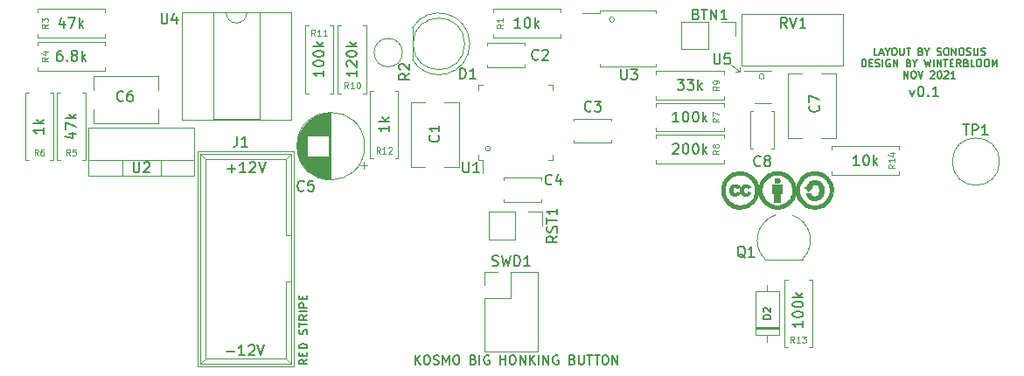
<source format=gbr>
%TF.GenerationSoftware,KiCad,Pcbnew,(5.99.0-12964-g8e5cbc5cf0)*%
%TF.CreationDate,2021-11-17T19:32:36+00:00*%
%TF.ProjectId,board,626f6172-642e-46b6-9963-61645f706362,rev?*%
%TF.SameCoordinates,Original*%
%TF.FileFunction,Legend,Top*%
%TF.FilePolarity,Positive*%
%FSLAX46Y46*%
G04 Gerber Fmt 4.6, Leading zero omitted, Abs format (unit mm)*
G04 Created by KiCad (PCBNEW (5.99.0-12964-g8e5cbc5cf0)) date 2021-11-17 19:32:36*
%MOMM*%
%LPD*%
G01*
G04 APERTURE LIST*
%ADD10C,0.120000*%
%ADD11C,0.150000*%
%ADD12C,0.100000*%
%ADD13C,0.130000*%
%ADD14C,0.010000*%
G04 APERTURE END LIST*
D10*
X152000000Y-121750000D02*
G75*
G03*
X152000000Y-121750000I-250000J0D01*
G01*
X137500000Y-116250000D02*
G75*
G03*
X137500000Y-116250000I-250000J0D01*
G01*
X125500000Y-128750000D02*
G75*
G03*
X125500000Y-128750000I-250000J0D01*
G01*
D11*
X166071428Y-123035714D02*
X166309523Y-123702380D01*
X166547619Y-123035714D01*
X167119047Y-122702380D02*
X167214285Y-122702380D01*
X167309523Y-122750000D01*
X167357142Y-122797619D01*
X167404761Y-122892857D01*
X167452380Y-123083333D01*
X167452380Y-123321428D01*
X167404761Y-123511904D01*
X167357142Y-123607142D01*
X167309523Y-123654761D01*
X167214285Y-123702380D01*
X167119047Y-123702380D01*
X167023809Y-123654761D01*
X166976190Y-123607142D01*
X166928571Y-123511904D01*
X166880952Y-123321428D01*
X166880952Y-123083333D01*
X166928571Y-122892857D01*
X166976190Y-122797619D01*
X167023809Y-122750000D01*
X167119047Y-122702380D01*
X167880952Y-123607142D02*
X167928571Y-123654761D01*
X167880952Y-123702380D01*
X167833333Y-123654761D01*
X167880952Y-123607142D01*
X167880952Y-123702380D01*
X168880952Y-123702380D02*
X168309523Y-123702380D01*
X168595238Y-123702380D02*
X168595238Y-122702380D01*
X168500000Y-122845238D01*
X168404761Y-122940476D01*
X168309523Y-122988095D01*
X162966666Y-119689666D02*
X162633333Y-119689666D01*
X162633333Y-118989666D01*
X163166666Y-119489666D02*
X163500000Y-119489666D01*
X163100000Y-119689666D02*
X163333333Y-118989666D01*
X163566666Y-119689666D01*
X163933333Y-119356333D02*
X163933333Y-119689666D01*
X163700000Y-118989666D02*
X163933333Y-119356333D01*
X164166666Y-118989666D01*
X164533333Y-118989666D02*
X164666666Y-118989666D01*
X164733333Y-119023000D01*
X164800000Y-119089666D01*
X164833333Y-119223000D01*
X164833333Y-119456333D01*
X164800000Y-119589666D01*
X164733333Y-119656333D01*
X164666666Y-119689666D01*
X164533333Y-119689666D01*
X164466666Y-119656333D01*
X164400000Y-119589666D01*
X164366666Y-119456333D01*
X164366666Y-119223000D01*
X164400000Y-119089666D01*
X164466666Y-119023000D01*
X164533333Y-118989666D01*
X165133333Y-118989666D02*
X165133333Y-119556333D01*
X165166666Y-119623000D01*
X165200000Y-119656333D01*
X165266666Y-119689666D01*
X165400000Y-119689666D01*
X165466666Y-119656333D01*
X165500000Y-119623000D01*
X165533333Y-119556333D01*
X165533333Y-118989666D01*
X165766666Y-118989666D02*
X166166666Y-118989666D01*
X165966666Y-119689666D02*
X165966666Y-118989666D01*
X167166666Y-119323000D02*
X167266666Y-119356333D01*
X167300000Y-119389666D01*
X167333333Y-119456333D01*
X167333333Y-119556333D01*
X167300000Y-119623000D01*
X167266666Y-119656333D01*
X167200000Y-119689666D01*
X166933333Y-119689666D01*
X166933333Y-118989666D01*
X167166666Y-118989666D01*
X167233333Y-119023000D01*
X167266666Y-119056333D01*
X167300000Y-119123000D01*
X167300000Y-119189666D01*
X167266666Y-119256333D01*
X167233333Y-119289666D01*
X167166666Y-119323000D01*
X166933333Y-119323000D01*
X167766666Y-119356333D02*
X167766666Y-119689666D01*
X167533333Y-118989666D02*
X167766666Y-119356333D01*
X168000000Y-118989666D01*
X168733333Y-119656333D02*
X168833333Y-119689666D01*
X169000000Y-119689666D01*
X169066666Y-119656333D01*
X169100000Y-119623000D01*
X169133333Y-119556333D01*
X169133333Y-119489666D01*
X169100000Y-119423000D01*
X169066666Y-119389666D01*
X169000000Y-119356333D01*
X168866666Y-119323000D01*
X168800000Y-119289666D01*
X168766666Y-119256333D01*
X168733333Y-119189666D01*
X168733333Y-119123000D01*
X168766666Y-119056333D01*
X168800000Y-119023000D01*
X168866666Y-118989666D01*
X169033333Y-118989666D01*
X169133333Y-119023000D01*
X169566666Y-118989666D02*
X169700000Y-118989666D01*
X169766666Y-119023000D01*
X169833333Y-119089666D01*
X169866666Y-119223000D01*
X169866666Y-119456333D01*
X169833333Y-119589666D01*
X169766666Y-119656333D01*
X169700000Y-119689666D01*
X169566666Y-119689666D01*
X169500000Y-119656333D01*
X169433333Y-119589666D01*
X169400000Y-119456333D01*
X169400000Y-119223000D01*
X169433333Y-119089666D01*
X169500000Y-119023000D01*
X169566666Y-118989666D01*
X170166666Y-119689666D02*
X170166666Y-118989666D01*
X170566666Y-119689666D01*
X170566666Y-118989666D01*
X171033333Y-118989666D02*
X171166666Y-118989666D01*
X171233333Y-119023000D01*
X171300000Y-119089666D01*
X171333333Y-119223000D01*
X171333333Y-119456333D01*
X171300000Y-119589666D01*
X171233333Y-119656333D01*
X171166666Y-119689666D01*
X171033333Y-119689666D01*
X170966666Y-119656333D01*
X170900000Y-119589666D01*
X170866666Y-119456333D01*
X170866666Y-119223000D01*
X170900000Y-119089666D01*
X170966666Y-119023000D01*
X171033333Y-118989666D01*
X171600000Y-119656333D02*
X171700000Y-119689666D01*
X171866666Y-119689666D01*
X171933333Y-119656333D01*
X171966666Y-119623000D01*
X172000000Y-119556333D01*
X172000000Y-119489666D01*
X171966666Y-119423000D01*
X171933333Y-119389666D01*
X171866666Y-119356333D01*
X171733333Y-119323000D01*
X171666666Y-119289666D01*
X171633333Y-119256333D01*
X171600000Y-119189666D01*
X171600000Y-119123000D01*
X171633333Y-119056333D01*
X171666666Y-119023000D01*
X171733333Y-118989666D01*
X171900000Y-118989666D01*
X172000000Y-119023000D01*
X172300000Y-118989666D02*
X172300000Y-119556333D01*
X172333333Y-119623000D01*
X172366666Y-119656333D01*
X172433333Y-119689666D01*
X172566666Y-119689666D01*
X172633333Y-119656333D01*
X172666666Y-119623000D01*
X172700000Y-119556333D01*
X172700000Y-118989666D01*
X173000000Y-119656333D02*
X173100000Y-119689666D01*
X173266666Y-119689666D01*
X173333333Y-119656333D01*
X173366666Y-119623000D01*
X173400000Y-119556333D01*
X173400000Y-119489666D01*
X173366666Y-119423000D01*
X173333333Y-119389666D01*
X173266666Y-119356333D01*
X173133333Y-119323000D01*
X173066666Y-119289666D01*
X173033333Y-119256333D01*
X173000000Y-119189666D01*
X173000000Y-119123000D01*
X173033333Y-119056333D01*
X173066666Y-119023000D01*
X173133333Y-118989666D01*
X173300000Y-118989666D01*
X173400000Y-119023000D01*
X161466666Y-120816666D02*
X161466666Y-120116666D01*
X161633333Y-120116666D01*
X161733333Y-120150000D01*
X161800000Y-120216666D01*
X161833333Y-120283333D01*
X161866666Y-120416666D01*
X161866666Y-120516666D01*
X161833333Y-120650000D01*
X161800000Y-120716666D01*
X161733333Y-120783333D01*
X161633333Y-120816666D01*
X161466666Y-120816666D01*
X162166666Y-120450000D02*
X162400000Y-120450000D01*
X162500000Y-120816666D02*
X162166666Y-120816666D01*
X162166666Y-120116666D01*
X162500000Y-120116666D01*
X162766666Y-120783333D02*
X162866666Y-120816666D01*
X163033333Y-120816666D01*
X163100000Y-120783333D01*
X163133333Y-120750000D01*
X163166666Y-120683333D01*
X163166666Y-120616666D01*
X163133333Y-120550000D01*
X163100000Y-120516666D01*
X163033333Y-120483333D01*
X162900000Y-120450000D01*
X162833333Y-120416666D01*
X162800000Y-120383333D01*
X162766666Y-120316666D01*
X162766666Y-120250000D01*
X162800000Y-120183333D01*
X162833333Y-120150000D01*
X162900000Y-120116666D01*
X163066666Y-120116666D01*
X163166666Y-120150000D01*
X163466666Y-120816666D02*
X163466666Y-120116666D01*
X164166666Y-120150000D02*
X164100000Y-120116666D01*
X164000000Y-120116666D01*
X163900000Y-120150000D01*
X163833333Y-120216666D01*
X163800000Y-120283333D01*
X163766666Y-120416666D01*
X163766666Y-120516666D01*
X163800000Y-120650000D01*
X163833333Y-120716666D01*
X163900000Y-120783333D01*
X164000000Y-120816666D01*
X164066666Y-120816666D01*
X164166666Y-120783333D01*
X164200000Y-120750000D01*
X164200000Y-120516666D01*
X164066666Y-120516666D01*
X164500000Y-120816666D02*
X164500000Y-120116666D01*
X164900000Y-120816666D01*
X164900000Y-120116666D01*
X166000000Y-120450000D02*
X166100000Y-120483333D01*
X166133333Y-120516666D01*
X166166666Y-120583333D01*
X166166666Y-120683333D01*
X166133333Y-120750000D01*
X166100000Y-120783333D01*
X166033333Y-120816666D01*
X165766666Y-120816666D01*
X165766666Y-120116666D01*
X166000000Y-120116666D01*
X166066666Y-120150000D01*
X166100000Y-120183333D01*
X166133333Y-120250000D01*
X166133333Y-120316666D01*
X166100000Y-120383333D01*
X166066666Y-120416666D01*
X166000000Y-120450000D01*
X165766666Y-120450000D01*
X166600000Y-120483333D02*
X166600000Y-120816666D01*
X166366666Y-120116666D02*
X166600000Y-120483333D01*
X166833333Y-120116666D01*
X167533333Y-120116666D02*
X167700000Y-120816666D01*
X167833333Y-120316666D01*
X167966666Y-120816666D01*
X168133333Y-120116666D01*
X168400000Y-120816666D02*
X168400000Y-120116666D01*
X168733333Y-120816666D02*
X168733333Y-120116666D01*
X169133333Y-120816666D01*
X169133333Y-120116666D01*
X169366666Y-120116666D02*
X169766666Y-120116666D01*
X169566666Y-120816666D02*
X169566666Y-120116666D01*
X170000000Y-120450000D02*
X170233333Y-120450000D01*
X170333333Y-120816666D02*
X170000000Y-120816666D01*
X170000000Y-120116666D01*
X170333333Y-120116666D01*
X171033333Y-120816666D02*
X170800000Y-120483333D01*
X170633333Y-120816666D02*
X170633333Y-120116666D01*
X170900000Y-120116666D01*
X170966666Y-120150000D01*
X171000000Y-120183333D01*
X171033333Y-120250000D01*
X171033333Y-120350000D01*
X171000000Y-120416666D01*
X170966666Y-120450000D01*
X170900000Y-120483333D01*
X170633333Y-120483333D01*
X171566666Y-120450000D02*
X171666666Y-120483333D01*
X171700000Y-120516666D01*
X171733333Y-120583333D01*
X171733333Y-120683333D01*
X171700000Y-120750000D01*
X171666666Y-120783333D01*
X171600000Y-120816666D01*
X171333333Y-120816666D01*
X171333333Y-120116666D01*
X171566666Y-120116666D01*
X171633333Y-120150000D01*
X171666666Y-120183333D01*
X171700000Y-120250000D01*
X171700000Y-120316666D01*
X171666666Y-120383333D01*
X171633333Y-120416666D01*
X171566666Y-120450000D01*
X171333333Y-120450000D01*
X172366666Y-120816666D02*
X172033333Y-120816666D01*
X172033333Y-120116666D01*
X172733333Y-120116666D02*
X172866666Y-120116666D01*
X172933333Y-120150000D01*
X173000000Y-120216666D01*
X173033333Y-120350000D01*
X173033333Y-120583333D01*
X173000000Y-120716666D01*
X172933333Y-120783333D01*
X172866666Y-120816666D01*
X172733333Y-120816666D01*
X172666666Y-120783333D01*
X172600000Y-120716666D01*
X172566666Y-120583333D01*
X172566666Y-120350000D01*
X172600000Y-120216666D01*
X172666666Y-120150000D01*
X172733333Y-120116666D01*
X173466666Y-120116666D02*
X173600000Y-120116666D01*
X173666666Y-120150000D01*
X173733333Y-120216666D01*
X173766666Y-120350000D01*
X173766666Y-120583333D01*
X173733333Y-120716666D01*
X173666666Y-120783333D01*
X173600000Y-120816666D01*
X173466666Y-120816666D01*
X173400000Y-120783333D01*
X173333333Y-120716666D01*
X173300000Y-120583333D01*
X173300000Y-120350000D01*
X173333333Y-120216666D01*
X173400000Y-120150000D01*
X173466666Y-120116666D01*
X174066666Y-120816666D02*
X174066666Y-120116666D01*
X174300000Y-120616666D01*
X174533333Y-120116666D01*
X174533333Y-120816666D01*
X165533333Y-121943666D02*
X165533333Y-121243666D01*
X165933333Y-121943666D01*
X165933333Y-121243666D01*
X166400000Y-121243666D02*
X166533333Y-121243666D01*
X166600000Y-121277000D01*
X166666666Y-121343666D01*
X166700000Y-121477000D01*
X166700000Y-121710333D01*
X166666666Y-121843666D01*
X166600000Y-121910333D01*
X166533333Y-121943666D01*
X166400000Y-121943666D01*
X166333333Y-121910333D01*
X166266666Y-121843666D01*
X166233333Y-121710333D01*
X166233333Y-121477000D01*
X166266666Y-121343666D01*
X166333333Y-121277000D01*
X166400000Y-121243666D01*
X166900000Y-121243666D02*
X167133333Y-121943666D01*
X167366666Y-121243666D01*
X168100000Y-121310333D02*
X168133333Y-121277000D01*
X168200000Y-121243666D01*
X168366666Y-121243666D01*
X168433333Y-121277000D01*
X168466666Y-121310333D01*
X168500000Y-121377000D01*
X168500000Y-121443666D01*
X168466666Y-121543666D01*
X168066666Y-121943666D01*
X168500000Y-121943666D01*
X168933333Y-121243666D02*
X169000000Y-121243666D01*
X169066666Y-121277000D01*
X169100000Y-121310333D01*
X169133333Y-121377000D01*
X169166666Y-121510333D01*
X169166666Y-121677000D01*
X169133333Y-121810333D01*
X169100000Y-121877000D01*
X169066666Y-121910333D01*
X169000000Y-121943666D01*
X168933333Y-121943666D01*
X168866666Y-121910333D01*
X168833333Y-121877000D01*
X168800000Y-121810333D01*
X168766666Y-121677000D01*
X168766666Y-121510333D01*
X168800000Y-121377000D01*
X168833333Y-121310333D01*
X168866666Y-121277000D01*
X168933333Y-121243666D01*
X169433333Y-121310333D02*
X169466666Y-121277000D01*
X169533333Y-121243666D01*
X169700000Y-121243666D01*
X169766666Y-121277000D01*
X169800000Y-121310333D01*
X169833333Y-121377000D01*
X169833333Y-121443666D01*
X169800000Y-121543666D01*
X169400000Y-121943666D01*
X169833333Y-121943666D01*
X170500000Y-121943666D02*
X170100000Y-121943666D01*
X170300000Y-121943666D02*
X170300000Y-121243666D01*
X170233333Y-121343666D01*
X170166666Y-121410333D01*
X170100000Y-121443666D01*
X118185714Y-149657142D02*
X118185714Y-148757142D01*
X118700000Y-149657142D02*
X118314285Y-149142857D01*
X118700000Y-148757142D02*
X118185714Y-149271428D01*
X119257142Y-148757142D02*
X119428571Y-148757142D01*
X119514285Y-148800000D01*
X119600000Y-148885714D01*
X119642857Y-149057142D01*
X119642857Y-149357142D01*
X119600000Y-149528571D01*
X119514285Y-149614285D01*
X119428571Y-149657142D01*
X119257142Y-149657142D01*
X119171428Y-149614285D01*
X119085714Y-149528571D01*
X119042857Y-149357142D01*
X119042857Y-149057142D01*
X119085714Y-148885714D01*
X119171428Y-148800000D01*
X119257142Y-148757142D01*
X119985714Y-149614285D02*
X120114285Y-149657142D01*
X120328571Y-149657142D01*
X120414285Y-149614285D01*
X120457142Y-149571428D01*
X120500000Y-149485714D01*
X120500000Y-149400000D01*
X120457142Y-149314285D01*
X120414285Y-149271428D01*
X120328571Y-149228571D01*
X120157142Y-149185714D01*
X120071428Y-149142857D01*
X120028571Y-149100000D01*
X119985714Y-149014285D01*
X119985714Y-148928571D01*
X120028571Y-148842857D01*
X120071428Y-148800000D01*
X120157142Y-148757142D01*
X120371428Y-148757142D01*
X120500000Y-148800000D01*
X120885714Y-149657142D02*
X120885714Y-148757142D01*
X121185714Y-149400000D01*
X121485714Y-148757142D01*
X121485714Y-149657142D01*
X122085714Y-148757142D02*
X122257142Y-148757142D01*
X122342857Y-148800000D01*
X122428571Y-148885714D01*
X122471428Y-149057142D01*
X122471428Y-149357142D01*
X122428571Y-149528571D01*
X122342857Y-149614285D01*
X122257142Y-149657142D01*
X122085714Y-149657142D01*
X122000000Y-149614285D01*
X121914285Y-149528571D01*
X121871428Y-149357142D01*
X121871428Y-149057142D01*
X121914285Y-148885714D01*
X122000000Y-148800000D01*
X122085714Y-148757142D01*
X123842857Y-149185714D02*
X123971428Y-149228571D01*
X124014285Y-149271428D01*
X124057142Y-149357142D01*
X124057142Y-149485714D01*
X124014285Y-149571428D01*
X123971428Y-149614285D01*
X123885714Y-149657142D01*
X123542857Y-149657142D01*
X123542857Y-148757142D01*
X123842857Y-148757142D01*
X123928571Y-148800000D01*
X123971428Y-148842857D01*
X124014285Y-148928571D01*
X124014285Y-149014285D01*
X123971428Y-149100000D01*
X123928571Y-149142857D01*
X123842857Y-149185714D01*
X123542857Y-149185714D01*
X124442857Y-149657142D02*
X124442857Y-148757142D01*
X125342857Y-148800000D02*
X125257142Y-148757142D01*
X125128571Y-148757142D01*
X125000000Y-148800000D01*
X124914285Y-148885714D01*
X124871428Y-148971428D01*
X124828571Y-149142857D01*
X124828571Y-149271428D01*
X124871428Y-149442857D01*
X124914285Y-149528571D01*
X125000000Y-149614285D01*
X125128571Y-149657142D01*
X125214285Y-149657142D01*
X125342857Y-149614285D01*
X125385714Y-149571428D01*
X125385714Y-149271428D01*
X125214285Y-149271428D01*
X126457142Y-149657142D02*
X126457142Y-148757142D01*
X126457142Y-149185714D02*
X126971428Y-149185714D01*
X126971428Y-149657142D02*
X126971428Y-148757142D01*
X127571428Y-148757142D02*
X127742857Y-148757142D01*
X127828571Y-148800000D01*
X127914285Y-148885714D01*
X127957142Y-149057142D01*
X127957142Y-149357142D01*
X127914285Y-149528571D01*
X127828571Y-149614285D01*
X127742857Y-149657142D01*
X127571428Y-149657142D01*
X127485714Y-149614285D01*
X127400000Y-149528571D01*
X127357142Y-149357142D01*
X127357142Y-149057142D01*
X127400000Y-148885714D01*
X127485714Y-148800000D01*
X127571428Y-148757142D01*
X128342857Y-149657142D02*
X128342857Y-148757142D01*
X128857142Y-149657142D01*
X128857142Y-148757142D01*
X129285714Y-149657142D02*
X129285714Y-148757142D01*
X129800000Y-149657142D02*
X129414285Y-149142857D01*
X129800000Y-148757142D02*
X129285714Y-149271428D01*
X130185714Y-149657142D02*
X130185714Y-148757142D01*
X130614285Y-149657142D02*
X130614285Y-148757142D01*
X131128571Y-149657142D01*
X131128571Y-148757142D01*
X132028571Y-148800000D02*
X131942857Y-148757142D01*
X131814285Y-148757142D01*
X131685714Y-148800000D01*
X131599999Y-148885714D01*
X131557142Y-148971428D01*
X131514285Y-149142857D01*
X131514285Y-149271428D01*
X131557142Y-149442857D01*
X131599999Y-149528571D01*
X131685714Y-149614285D01*
X131814285Y-149657142D01*
X131899999Y-149657142D01*
X132028571Y-149614285D01*
X132071428Y-149571428D01*
X132071428Y-149271428D01*
X131899999Y-149271428D01*
X133442857Y-149185714D02*
X133571428Y-149228571D01*
X133614285Y-149271428D01*
X133657142Y-149357142D01*
X133657142Y-149485714D01*
X133614285Y-149571428D01*
X133571428Y-149614285D01*
X133485714Y-149657142D01*
X133142857Y-149657142D01*
X133142857Y-148757142D01*
X133442857Y-148757142D01*
X133528571Y-148800000D01*
X133571428Y-148842857D01*
X133614285Y-148928571D01*
X133614285Y-149014285D01*
X133571428Y-149100000D01*
X133528571Y-149142857D01*
X133442857Y-149185714D01*
X133142857Y-149185714D01*
X134042857Y-148757142D02*
X134042857Y-149485714D01*
X134085714Y-149571428D01*
X134128571Y-149614285D01*
X134214285Y-149657142D01*
X134385714Y-149657142D01*
X134471428Y-149614285D01*
X134514285Y-149571428D01*
X134557142Y-149485714D01*
X134557142Y-148757142D01*
X134857142Y-148757142D02*
X135371428Y-148757142D01*
X135114285Y-149657142D02*
X135114285Y-148757142D01*
X135542857Y-148757142D02*
X136057142Y-148757142D01*
X135800000Y-149657142D02*
X135800000Y-148757142D01*
X136528571Y-148757142D02*
X136700000Y-148757142D01*
X136785714Y-148800000D01*
X136871428Y-148885714D01*
X136914285Y-149057142D01*
X136914285Y-149357142D01*
X136871428Y-149528571D01*
X136785714Y-149614285D01*
X136700000Y-149657142D01*
X136528571Y-149657142D01*
X136442857Y-149614285D01*
X136357142Y-149528571D01*
X136314285Y-149357142D01*
X136314285Y-149057142D01*
X136357142Y-148885714D01*
X136442857Y-148800000D01*
X136528571Y-148757142D01*
X137300000Y-149657142D02*
X137300000Y-148757142D01*
X137814285Y-149657142D01*
X137814285Y-148757142D01*
D10*
X149600000Y-121300000D02*
X149600000Y-120900000D01*
X149600000Y-121300000D02*
X149200000Y-121300000D01*
X149600000Y-120900000D02*
X149600000Y-121300000D01*
X148800000Y-120600000D02*
X149600000Y-121300000D01*
D11*
%TO.C,TP1*%
X171238095Y-126404380D02*
X171809523Y-126404380D01*
X171523809Y-127404380D02*
X171523809Y-126404380D01*
X172142857Y-127404380D02*
X172142857Y-126404380D01*
X172523809Y-126404380D01*
X172619047Y-126452000D01*
X172666666Y-126499619D01*
X172714285Y-126594857D01*
X172714285Y-126737714D01*
X172666666Y-126832952D01*
X172619047Y-126880571D01*
X172523809Y-126928190D01*
X172142857Y-126928190D01*
X173666666Y-127404380D02*
X173095238Y-127404380D01*
X173380952Y-127404380D02*
X173380952Y-126404380D01*
X173285714Y-126547238D01*
X173190476Y-126642476D01*
X173095238Y-126690095D01*
%TO.C,U3*%
X138138095Y-121052380D02*
X138138095Y-121861904D01*
X138185714Y-121957142D01*
X138233333Y-122004761D01*
X138328571Y-122052380D01*
X138519047Y-122052380D01*
X138614285Y-122004761D01*
X138661904Y-121957142D01*
X138709523Y-121861904D01*
X138709523Y-121052380D01*
X139090476Y-121052380D02*
X139709523Y-121052380D01*
X139376190Y-121433333D01*
X139519047Y-121433333D01*
X139614285Y-121480952D01*
X139661904Y-121528571D01*
X139709523Y-121623809D01*
X139709523Y-121861904D01*
X139661904Y-121957142D01*
X139614285Y-122004761D01*
X139519047Y-122052380D01*
X139233333Y-122052380D01*
X139138095Y-122004761D01*
X139090476Y-121957142D01*
D12*
%TO.C,R13*%
X154914285Y-147511428D02*
X154714285Y-147225714D01*
X154571428Y-147511428D02*
X154571428Y-146911428D01*
X154800000Y-146911428D01*
X154857142Y-146940000D01*
X154885714Y-146968571D01*
X154914285Y-147025714D01*
X154914285Y-147111428D01*
X154885714Y-147168571D01*
X154857142Y-147197142D01*
X154800000Y-147225714D01*
X154571428Y-147225714D01*
X155485714Y-147511428D02*
X155142857Y-147511428D01*
X155314285Y-147511428D02*
X155314285Y-146911428D01*
X155257142Y-146997142D01*
X155200000Y-147054285D01*
X155142857Y-147082857D01*
X155685714Y-146911428D02*
X156057142Y-146911428D01*
X155857142Y-147140000D01*
X155942857Y-147140000D01*
X156000000Y-147168571D01*
X156028571Y-147197142D01*
X156057142Y-147254285D01*
X156057142Y-147397142D01*
X156028571Y-147454285D01*
X156000000Y-147482857D01*
X155942857Y-147511428D01*
X155771428Y-147511428D01*
X155714285Y-147482857D01*
X155685714Y-147454285D01*
D11*
X155752380Y-145441428D02*
X155752380Y-146012857D01*
X155752380Y-145727142D02*
X154752380Y-145727142D01*
X154895238Y-145822380D01*
X154990476Y-145917619D01*
X155038095Y-146012857D01*
X154752380Y-144822380D02*
X154752380Y-144727142D01*
X154800000Y-144631904D01*
X154847619Y-144584285D01*
X154942857Y-144536666D01*
X155133333Y-144489047D01*
X155371428Y-144489047D01*
X155561904Y-144536666D01*
X155657142Y-144584285D01*
X155704761Y-144631904D01*
X155752380Y-144727142D01*
X155752380Y-144822380D01*
X155704761Y-144917619D01*
X155657142Y-144965238D01*
X155561904Y-145012857D01*
X155371428Y-145060476D01*
X155133333Y-145060476D01*
X154942857Y-145012857D01*
X154847619Y-144965238D01*
X154800000Y-144917619D01*
X154752380Y-144822380D01*
X154752380Y-143870000D02*
X154752380Y-143774761D01*
X154800000Y-143679523D01*
X154847619Y-143631904D01*
X154942857Y-143584285D01*
X155133333Y-143536666D01*
X155371428Y-143536666D01*
X155561904Y-143584285D01*
X155657142Y-143631904D01*
X155704761Y-143679523D01*
X155752380Y-143774761D01*
X155752380Y-143870000D01*
X155704761Y-143965238D01*
X155657142Y-144012857D01*
X155561904Y-144060476D01*
X155371428Y-144108095D01*
X155133333Y-144108095D01*
X154942857Y-144060476D01*
X154847619Y-144012857D01*
X154800000Y-143965238D01*
X154752380Y-143870000D01*
X155752380Y-143108095D02*
X154752380Y-143108095D01*
X155371428Y-143012857D02*
X155752380Y-142727142D01*
X155085714Y-142727142D02*
X155466666Y-143108095D01*
D12*
%TO.C,R7*%
X147611428Y-125800000D02*
X147325714Y-126000000D01*
X147611428Y-126142857D02*
X147011428Y-126142857D01*
X147011428Y-125914285D01*
X147040000Y-125857142D01*
X147068571Y-125828571D01*
X147125714Y-125800000D01*
X147211428Y-125800000D01*
X147268571Y-125828571D01*
X147297142Y-125857142D01*
X147325714Y-125914285D01*
X147325714Y-126142857D01*
X147011428Y-125600000D02*
X147011428Y-125200000D01*
X147611428Y-125457142D01*
D11*
X143728571Y-126152380D02*
X143157142Y-126152380D01*
X143442857Y-126152380D02*
X143442857Y-125152380D01*
X143347619Y-125295238D01*
X143252380Y-125390476D01*
X143157142Y-125438095D01*
X144347619Y-125152380D02*
X144442857Y-125152380D01*
X144538095Y-125200000D01*
X144585714Y-125247619D01*
X144633333Y-125342857D01*
X144680952Y-125533333D01*
X144680952Y-125771428D01*
X144633333Y-125961904D01*
X144585714Y-126057142D01*
X144538095Y-126104761D01*
X144442857Y-126152380D01*
X144347619Y-126152380D01*
X144252380Y-126104761D01*
X144204761Y-126057142D01*
X144157142Y-125961904D01*
X144109523Y-125771428D01*
X144109523Y-125533333D01*
X144157142Y-125342857D01*
X144204761Y-125247619D01*
X144252380Y-125200000D01*
X144347619Y-125152380D01*
X145300000Y-125152380D02*
X145395238Y-125152380D01*
X145490476Y-125200000D01*
X145538095Y-125247619D01*
X145585714Y-125342857D01*
X145633333Y-125533333D01*
X145633333Y-125771428D01*
X145585714Y-125961904D01*
X145538095Y-126057142D01*
X145490476Y-126104761D01*
X145395238Y-126152380D01*
X145300000Y-126152380D01*
X145204761Y-126104761D01*
X145157142Y-126057142D01*
X145109523Y-125961904D01*
X145061904Y-125771428D01*
X145061904Y-125533333D01*
X145109523Y-125342857D01*
X145157142Y-125247619D01*
X145204761Y-125200000D01*
X145300000Y-125152380D01*
X146061904Y-126152380D02*
X146061904Y-125152380D01*
X146157142Y-125771428D02*
X146442857Y-126152380D01*
X146442857Y-125485714D02*
X146061904Y-125866666D01*
%TO.C,U1*%
X122838095Y-130052380D02*
X122838095Y-130861904D01*
X122885714Y-130957142D01*
X122933333Y-131004761D01*
X123028571Y-131052380D01*
X123219047Y-131052380D01*
X123314285Y-131004761D01*
X123361904Y-130957142D01*
X123409523Y-130861904D01*
X123409523Y-130052380D01*
X124409523Y-131052380D02*
X123838095Y-131052380D01*
X124123809Y-131052380D02*
X124123809Y-130052380D01*
X124028571Y-130195238D01*
X123933333Y-130290476D01*
X123838095Y-130338095D01*
%TO.C,BTN1*%
X145390476Y-115728571D02*
X145533333Y-115776190D01*
X145580952Y-115823809D01*
X145628571Y-115919047D01*
X145628571Y-116061904D01*
X145580952Y-116157142D01*
X145533333Y-116204761D01*
X145438095Y-116252380D01*
X145057142Y-116252380D01*
X145057142Y-115252380D01*
X145390476Y-115252380D01*
X145485714Y-115300000D01*
X145533333Y-115347619D01*
X145580952Y-115442857D01*
X145580952Y-115538095D01*
X145533333Y-115633333D01*
X145485714Y-115680952D01*
X145390476Y-115728571D01*
X145057142Y-115728571D01*
X145914285Y-115252380D02*
X146485714Y-115252380D01*
X146200000Y-116252380D02*
X146200000Y-115252380D01*
X146819047Y-116252380D02*
X146819047Y-115252380D01*
X147390476Y-116252380D01*
X147390476Y-115252380D01*
X148390476Y-116252380D02*
X147819047Y-116252380D01*
X148104761Y-116252380D02*
X148104761Y-115252380D01*
X148009523Y-115395238D01*
X147914285Y-115490476D01*
X147819047Y-115538095D01*
%TO.C,C2*%
X130133333Y-120057142D02*
X130085714Y-120104761D01*
X129942857Y-120152380D01*
X129847619Y-120152380D01*
X129704761Y-120104761D01*
X129609523Y-120009523D01*
X129561904Y-119914285D01*
X129514285Y-119723809D01*
X129514285Y-119580952D01*
X129561904Y-119390476D01*
X129609523Y-119295238D01*
X129704761Y-119200000D01*
X129847619Y-119152380D01*
X129942857Y-119152380D01*
X130085714Y-119200000D01*
X130133333Y-119247619D01*
X130514285Y-119247619D02*
X130561904Y-119200000D01*
X130657142Y-119152380D01*
X130895238Y-119152380D01*
X130990476Y-119200000D01*
X131038095Y-119247619D01*
X131085714Y-119342857D01*
X131085714Y-119438095D01*
X131038095Y-119580952D01*
X130466666Y-120152380D01*
X131085714Y-120152380D01*
%TO.C,C6*%
X89933333Y-124057142D02*
X89885714Y-124104761D01*
X89742857Y-124152380D01*
X89647619Y-124152380D01*
X89504761Y-124104761D01*
X89409523Y-124009523D01*
X89361904Y-123914285D01*
X89314285Y-123723809D01*
X89314285Y-123580952D01*
X89361904Y-123390476D01*
X89409523Y-123295238D01*
X89504761Y-123200000D01*
X89647619Y-123152380D01*
X89742857Y-123152380D01*
X89885714Y-123200000D01*
X89933333Y-123247619D01*
X90790476Y-123152380D02*
X90600000Y-123152380D01*
X90504761Y-123200000D01*
X90457142Y-123247619D01*
X90361904Y-123390476D01*
X90314285Y-123580952D01*
X90314285Y-123961904D01*
X90361904Y-124057142D01*
X90409523Y-124104761D01*
X90504761Y-124152380D01*
X90695238Y-124152380D01*
X90790476Y-124104761D01*
X90838095Y-124057142D01*
X90885714Y-123961904D01*
X90885714Y-123723809D01*
X90838095Y-123628571D01*
X90790476Y-123580952D01*
X90695238Y-123533333D01*
X90504761Y-123533333D01*
X90409523Y-123580952D01*
X90361904Y-123628571D01*
X90314285Y-123723809D01*
D12*
%TO.C,R6*%
X81700000Y-129411428D02*
X81500000Y-129125714D01*
X81357142Y-129411428D02*
X81357142Y-128811428D01*
X81585714Y-128811428D01*
X81642857Y-128840000D01*
X81671428Y-128868571D01*
X81700000Y-128925714D01*
X81700000Y-129011428D01*
X81671428Y-129068571D01*
X81642857Y-129097142D01*
X81585714Y-129125714D01*
X81357142Y-129125714D01*
X82214285Y-128811428D02*
X82100000Y-128811428D01*
X82042857Y-128840000D01*
X82014285Y-128868571D01*
X81957142Y-128954285D01*
X81928571Y-129068571D01*
X81928571Y-129297142D01*
X81957142Y-129354285D01*
X81985714Y-129382857D01*
X82042857Y-129411428D01*
X82157142Y-129411428D01*
X82214285Y-129382857D01*
X82242857Y-129354285D01*
X82271428Y-129297142D01*
X82271428Y-129154285D01*
X82242857Y-129097142D01*
X82214285Y-129068571D01*
X82157142Y-129040000D01*
X82042857Y-129040000D01*
X81985714Y-129068571D01*
X81957142Y-129097142D01*
X81928571Y-129154285D01*
D11*
X82252380Y-126719047D02*
X82252380Y-127290476D01*
X82252380Y-127004761D02*
X81252380Y-127004761D01*
X81395238Y-127100000D01*
X81490476Y-127195238D01*
X81538095Y-127290476D01*
X82252380Y-126290476D02*
X81252380Y-126290476D01*
X81871428Y-126195238D02*
X82252380Y-125909523D01*
X81585714Y-125909523D02*
X81966666Y-126290476D01*
%TO.C,C4*%
X131433333Y-132157142D02*
X131385714Y-132204761D01*
X131242857Y-132252380D01*
X131147619Y-132252380D01*
X131004761Y-132204761D01*
X130909523Y-132109523D01*
X130861904Y-132014285D01*
X130814285Y-131823809D01*
X130814285Y-131680952D01*
X130861904Y-131490476D01*
X130909523Y-131395238D01*
X131004761Y-131300000D01*
X131147619Y-131252380D01*
X131242857Y-131252380D01*
X131385714Y-131300000D01*
X131433333Y-131347619D01*
X132290476Y-131585714D02*
X132290476Y-132252380D01*
X132052380Y-131204761D02*
X131814285Y-131919047D01*
X132433333Y-131919047D01*
%TO.C,U5*%
X147138095Y-119552380D02*
X147138095Y-120361904D01*
X147185714Y-120457142D01*
X147233333Y-120504761D01*
X147328571Y-120552380D01*
X147519047Y-120552380D01*
X147614285Y-120504761D01*
X147661904Y-120457142D01*
X147709523Y-120361904D01*
X147709523Y-119552380D01*
X148661904Y-119552380D02*
X148185714Y-119552380D01*
X148138095Y-120028571D01*
X148185714Y-119980952D01*
X148280952Y-119933333D01*
X148519047Y-119933333D01*
X148614285Y-119980952D01*
X148661904Y-120028571D01*
X148709523Y-120123809D01*
X148709523Y-120361904D01*
X148661904Y-120457142D01*
X148614285Y-120504761D01*
X148519047Y-120552380D01*
X148280952Y-120552380D01*
X148185714Y-120504761D01*
X148138095Y-120457142D01*
%TO.C,D1*%
X122561904Y-121952380D02*
X122561904Y-120952380D01*
X122800000Y-120952380D01*
X122942857Y-121000000D01*
X123038095Y-121095238D01*
X123085714Y-121190476D01*
X123133333Y-121380952D01*
X123133333Y-121523809D01*
X123085714Y-121714285D01*
X123038095Y-121809523D01*
X122942857Y-121904761D01*
X122800000Y-121952380D01*
X122561904Y-121952380D01*
X124085714Y-121952380D02*
X123514285Y-121952380D01*
X123800000Y-121952380D02*
X123800000Y-120952380D01*
X123704761Y-121095238D01*
X123609523Y-121190476D01*
X123514285Y-121238095D01*
%TO.C,U4*%
X93638095Y-115652380D02*
X93638095Y-116461904D01*
X93685714Y-116557142D01*
X93733333Y-116604761D01*
X93828571Y-116652380D01*
X94019047Y-116652380D01*
X94114285Y-116604761D01*
X94161904Y-116557142D01*
X94209523Y-116461904D01*
X94209523Y-115652380D01*
X95114285Y-115985714D02*
X95114285Y-116652380D01*
X94876190Y-115604761D02*
X94638095Y-116319047D01*
X95257142Y-116319047D01*
%TO.C,C5*%
X107433333Y-132757142D02*
X107385714Y-132804761D01*
X107242857Y-132852380D01*
X107147619Y-132852380D01*
X107004761Y-132804761D01*
X106909523Y-132709523D01*
X106861904Y-132614285D01*
X106814285Y-132423809D01*
X106814285Y-132280952D01*
X106861904Y-132090476D01*
X106909523Y-131995238D01*
X107004761Y-131900000D01*
X107147619Y-131852380D01*
X107242857Y-131852380D01*
X107385714Y-131900000D01*
X107433333Y-131947619D01*
X108338095Y-131852380D02*
X107861904Y-131852380D01*
X107814285Y-132328571D01*
X107861904Y-132280952D01*
X107957142Y-132233333D01*
X108195238Y-132233333D01*
X108290476Y-132280952D01*
X108338095Y-132328571D01*
X108385714Y-132423809D01*
X108385714Y-132661904D01*
X108338095Y-132757142D01*
X108290476Y-132804761D01*
X108195238Y-132852380D01*
X107957142Y-132852380D01*
X107861904Y-132804761D01*
X107814285Y-132757142D01*
D12*
%TO.C,R8*%
X147611428Y-128900000D02*
X147325714Y-129100000D01*
X147611428Y-129242857D02*
X147011428Y-129242857D01*
X147011428Y-129014285D01*
X147040000Y-128957142D01*
X147068571Y-128928571D01*
X147125714Y-128900000D01*
X147211428Y-128900000D01*
X147268571Y-128928571D01*
X147297142Y-128957142D01*
X147325714Y-129014285D01*
X147325714Y-129242857D01*
X147268571Y-128557142D02*
X147240000Y-128614285D01*
X147211428Y-128642857D01*
X147154285Y-128671428D01*
X147125714Y-128671428D01*
X147068571Y-128642857D01*
X147040000Y-128614285D01*
X147011428Y-128557142D01*
X147011428Y-128442857D01*
X147040000Y-128385714D01*
X147068571Y-128357142D01*
X147125714Y-128328571D01*
X147154285Y-128328571D01*
X147211428Y-128357142D01*
X147240000Y-128385714D01*
X147268571Y-128442857D01*
X147268571Y-128557142D01*
X147297142Y-128614285D01*
X147325714Y-128642857D01*
X147382857Y-128671428D01*
X147497142Y-128671428D01*
X147554285Y-128642857D01*
X147582857Y-128614285D01*
X147611428Y-128557142D01*
X147611428Y-128442857D01*
X147582857Y-128385714D01*
X147554285Y-128357142D01*
X147497142Y-128328571D01*
X147382857Y-128328571D01*
X147325714Y-128357142D01*
X147297142Y-128385714D01*
X147268571Y-128442857D01*
D11*
X143157142Y-128347619D02*
X143204761Y-128300000D01*
X143300000Y-128252380D01*
X143538095Y-128252380D01*
X143633333Y-128300000D01*
X143680952Y-128347619D01*
X143728571Y-128442857D01*
X143728571Y-128538095D01*
X143680952Y-128680952D01*
X143109523Y-129252380D01*
X143728571Y-129252380D01*
X144347619Y-128252380D02*
X144442857Y-128252380D01*
X144538095Y-128300000D01*
X144585714Y-128347619D01*
X144633333Y-128442857D01*
X144680952Y-128633333D01*
X144680952Y-128871428D01*
X144633333Y-129061904D01*
X144585714Y-129157142D01*
X144538095Y-129204761D01*
X144442857Y-129252380D01*
X144347619Y-129252380D01*
X144252380Y-129204761D01*
X144204761Y-129157142D01*
X144157142Y-129061904D01*
X144109523Y-128871428D01*
X144109523Y-128633333D01*
X144157142Y-128442857D01*
X144204761Y-128347619D01*
X144252380Y-128300000D01*
X144347619Y-128252380D01*
X145300000Y-128252380D02*
X145395238Y-128252380D01*
X145490476Y-128300000D01*
X145538095Y-128347619D01*
X145585714Y-128442857D01*
X145633333Y-128633333D01*
X145633333Y-128871428D01*
X145585714Y-129061904D01*
X145538095Y-129157142D01*
X145490476Y-129204761D01*
X145395238Y-129252380D01*
X145300000Y-129252380D01*
X145204761Y-129204761D01*
X145157142Y-129157142D01*
X145109523Y-129061904D01*
X145061904Y-128871428D01*
X145061904Y-128633333D01*
X145109523Y-128442857D01*
X145157142Y-128347619D01*
X145204761Y-128300000D01*
X145300000Y-128252380D01*
X146061904Y-129252380D02*
X146061904Y-128252380D01*
X146157142Y-128871428D02*
X146442857Y-129252380D01*
X146442857Y-128585714D02*
X146061904Y-128966666D01*
%TO.C,U2*%
X90938095Y-130052380D02*
X90938095Y-130861904D01*
X90985714Y-130957142D01*
X91033333Y-131004761D01*
X91128571Y-131052380D01*
X91319047Y-131052380D01*
X91414285Y-131004761D01*
X91461904Y-130957142D01*
X91509523Y-130861904D01*
X91509523Y-130052380D01*
X91938095Y-130147619D02*
X91985714Y-130100000D01*
X92080952Y-130052380D01*
X92319047Y-130052380D01*
X92414285Y-130100000D01*
X92461904Y-130147619D01*
X92509523Y-130242857D01*
X92509523Y-130338095D01*
X92461904Y-130480952D01*
X91890476Y-131052380D01*
X92509523Y-131052380D01*
%TO.C,C1*%
X120457142Y-127466666D02*
X120504761Y-127514285D01*
X120552380Y-127657142D01*
X120552380Y-127752380D01*
X120504761Y-127895238D01*
X120409523Y-127990476D01*
X120314285Y-128038095D01*
X120123809Y-128085714D01*
X119980952Y-128085714D01*
X119790476Y-128038095D01*
X119695238Y-127990476D01*
X119600000Y-127895238D01*
X119552380Y-127752380D01*
X119552380Y-127657142D01*
X119600000Y-127514285D01*
X119647619Y-127466666D01*
X120552380Y-126514285D02*
X120552380Y-127085714D01*
X120552380Y-126800000D02*
X119552380Y-126800000D01*
X119695238Y-126895238D01*
X119790476Y-126990476D01*
X119838095Y-127085714D01*
%TO.C,RST1*%
X131957380Y-137223809D02*
X131481190Y-137557142D01*
X131957380Y-137795238D02*
X130957380Y-137795238D01*
X130957380Y-137414285D01*
X131005000Y-137319047D01*
X131052619Y-137271428D01*
X131147857Y-137223809D01*
X131290714Y-137223809D01*
X131385952Y-137271428D01*
X131433571Y-137319047D01*
X131481190Y-137414285D01*
X131481190Y-137795238D01*
X131909761Y-136842857D02*
X131957380Y-136700000D01*
X131957380Y-136461904D01*
X131909761Y-136366666D01*
X131862142Y-136319047D01*
X131766904Y-136271428D01*
X131671666Y-136271428D01*
X131576428Y-136319047D01*
X131528809Y-136366666D01*
X131481190Y-136461904D01*
X131433571Y-136652380D01*
X131385952Y-136747619D01*
X131338333Y-136795238D01*
X131243095Y-136842857D01*
X131147857Y-136842857D01*
X131052619Y-136795238D01*
X131005000Y-136747619D01*
X130957380Y-136652380D01*
X130957380Y-136414285D01*
X131005000Y-136271428D01*
X130957380Y-135985714D02*
X130957380Y-135414285D01*
X131957380Y-135700000D02*
X130957380Y-135700000D01*
X131957380Y-134557142D02*
X131957380Y-135128571D01*
X131957380Y-134842857D02*
X130957380Y-134842857D01*
X131100238Y-134938095D01*
X131195476Y-135033333D01*
X131243095Y-135128571D01*
D12*
%TO.C,R14*%
X164611428Y-130285714D02*
X164325714Y-130485714D01*
X164611428Y-130628571D02*
X164011428Y-130628571D01*
X164011428Y-130400000D01*
X164040000Y-130342857D01*
X164068571Y-130314285D01*
X164125714Y-130285714D01*
X164211428Y-130285714D01*
X164268571Y-130314285D01*
X164297142Y-130342857D01*
X164325714Y-130400000D01*
X164325714Y-130628571D01*
X164611428Y-129714285D02*
X164611428Y-130057142D01*
X164611428Y-129885714D02*
X164011428Y-129885714D01*
X164097142Y-129942857D01*
X164154285Y-130000000D01*
X164182857Y-130057142D01*
X164211428Y-129200000D02*
X164611428Y-129200000D01*
X163982857Y-129342857D02*
X164411428Y-129485714D01*
X164411428Y-129114285D01*
D11*
X161204761Y-130352380D02*
X160633333Y-130352380D01*
X160919047Y-130352380D02*
X160919047Y-129352380D01*
X160823809Y-129495238D01*
X160728571Y-129590476D01*
X160633333Y-129638095D01*
X161823809Y-129352380D02*
X161919047Y-129352380D01*
X162014285Y-129400000D01*
X162061904Y-129447619D01*
X162109523Y-129542857D01*
X162157142Y-129733333D01*
X162157142Y-129971428D01*
X162109523Y-130161904D01*
X162061904Y-130257142D01*
X162014285Y-130304761D01*
X161919047Y-130352380D01*
X161823809Y-130352380D01*
X161728571Y-130304761D01*
X161680952Y-130257142D01*
X161633333Y-130161904D01*
X161585714Y-129971428D01*
X161585714Y-129733333D01*
X161633333Y-129542857D01*
X161680952Y-129447619D01*
X161728571Y-129400000D01*
X161823809Y-129352380D01*
X162585714Y-130352380D02*
X162585714Y-129352380D01*
X162680952Y-129971428D02*
X162966666Y-130352380D01*
X162966666Y-129685714D02*
X162585714Y-130066666D01*
%TO.C,Q1*%
X150154761Y-139297619D02*
X150059523Y-139250000D01*
X149964285Y-139154761D01*
X149821428Y-139011904D01*
X149726190Y-138964285D01*
X149630952Y-138964285D01*
X149678571Y-139202380D02*
X149583333Y-139154761D01*
X149488095Y-139059523D01*
X149440476Y-138869047D01*
X149440476Y-138535714D01*
X149488095Y-138345238D01*
X149583333Y-138250000D01*
X149678571Y-138202380D01*
X149869047Y-138202380D01*
X149964285Y-138250000D01*
X150059523Y-138345238D01*
X150107142Y-138535714D01*
X150107142Y-138869047D01*
X150059523Y-139059523D01*
X149964285Y-139154761D01*
X149869047Y-139202380D01*
X149678571Y-139202380D01*
X151059523Y-139202380D02*
X150488095Y-139202380D01*
X150773809Y-139202380D02*
X150773809Y-138202380D01*
X150678571Y-138345238D01*
X150583333Y-138440476D01*
X150488095Y-138488095D01*
%TO.C,C3*%
X135233333Y-125057142D02*
X135185714Y-125104761D01*
X135042857Y-125152380D01*
X134947619Y-125152380D01*
X134804761Y-125104761D01*
X134709523Y-125009523D01*
X134661904Y-124914285D01*
X134614285Y-124723809D01*
X134614285Y-124580952D01*
X134661904Y-124390476D01*
X134709523Y-124295238D01*
X134804761Y-124200000D01*
X134947619Y-124152380D01*
X135042857Y-124152380D01*
X135185714Y-124200000D01*
X135233333Y-124247619D01*
X135566666Y-124152380D02*
X136185714Y-124152380D01*
X135852380Y-124533333D01*
X135995238Y-124533333D01*
X136090476Y-124580952D01*
X136138095Y-124628571D01*
X136185714Y-124723809D01*
X136185714Y-124961904D01*
X136138095Y-125057142D01*
X136090476Y-125104761D01*
X135995238Y-125152380D01*
X135709523Y-125152380D01*
X135614285Y-125104761D01*
X135566666Y-125057142D01*
D12*
%TO.C,R4*%
X82631428Y-119900000D02*
X82345714Y-120100000D01*
X82631428Y-120242857D02*
X82031428Y-120242857D01*
X82031428Y-120014285D01*
X82060000Y-119957142D01*
X82088571Y-119928571D01*
X82145714Y-119900000D01*
X82231428Y-119900000D01*
X82288571Y-119928571D01*
X82317142Y-119957142D01*
X82345714Y-120014285D01*
X82345714Y-120242857D01*
X82231428Y-119385714D02*
X82631428Y-119385714D01*
X82002857Y-119528571D02*
X82431428Y-119671428D01*
X82431428Y-119300000D01*
D11*
X83971428Y-119252380D02*
X83780952Y-119252380D01*
X83685714Y-119300000D01*
X83638095Y-119347619D01*
X83542857Y-119490476D01*
X83495238Y-119680952D01*
X83495238Y-120061904D01*
X83542857Y-120157142D01*
X83590476Y-120204761D01*
X83685714Y-120252380D01*
X83876190Y-120252380D01*
X83971428Y-120204761D01*
X84019047Y-120157142D01*
X84066666Y-120061904D01*
X84066666Y-119823809D01*
X84019047Y-119728571D01*
X83971428Y-119680952D01*
X83876190Y-119633333D01*
X83685714Y-119633333D01*
X83590476Y-119680952D01*
X83542857Y-119728571D01*
X83495238Y-119823809D01*
X84495238Y-120157142D02*
X84542857Y-120204761D01*
X84495238Y-120252380D01*
X84447619Y-120204761D01*
X84495238Y-120157142D01*
X84495238Y-120252380D01*
X85114285Y-119680952D02*
X85019047Y-119633333D01*
X84971428Y-119585714D01*
X84923809Y-119490476D01*
X84923809Y-119442857D01*
X84971428Y-119347619D01*
X85019047Y-119300000D01*
X85114285Y-119252380D01*
X85304761Y-119252380D01*
X85400000Y-119300000D01*
X85447619Y-119347619D01*
X85495238Y-119442857D01*
X85495238Y-119490476D01*
X85447619Y-119585714D01*
X85400000Y-119633333D01*
X85304761Y-119680952D01*
X85114285Y-119680952D01*
X85019047Y-119728571D01*
X84971428Y-119776190D01*
X84923809Y-119871428D01*
X84923809Y-120061904D01*
X84971428Y-120157142D01*
X85019047Y-120204761D01*
X85114285Y-120252380D01*
X85304761Y-120252380D01*
X85400000Y-120204761D01*
X85447619Y-120157142D01*
X85495238Y-120061904D01*
X85495238Y-119871428D01*
X85447619Y-119776190D01*
X85400000Y-119728571D01*
X85304761Y-119680952D01*
X85923809Y-120252380D02*
X85923809Y-119252380D01*
X86019047Y-119871428D02*
X86304761Y-120252380D01*
X86304761Y-119585714D02*
X85923809Y-119966666D01*
D12*
%TO.C,R5*%
X84800000Y-129411428D02*
X84600000Y-129125714D01*
X84457142Y-129411428D02*
X84457142Y-128811428D01*
X84685714Y-128811428D01*
X84742857Y-128840000D01*
X84771428Y-128868571D01*
X84800000Y-128925714D01*
X84800000Y-129011428D01*
X84771428Y-129068571D01*
X84742857Y-129097142D01*
X84685714Y-129125714D01*
X84457142Y-129125714D01*
X85342857Y-128811428D02*
X85057142Y-128811428D01*
X85028571Y-129097142D01*
X85057142Y-129068571D01*
X85114285Y-129040000D01*
X85257142Y-129040000D01*
X85314285Y-129068571D01*
X85342857Y-129097142D01*
X85371428Y-129154285D01*
X85371428Y-129297142D01*
X85342857Y-129354285D01*
X85314285Y-129382857D01*
X85257142Y-129411428D01*
X85114285Y-129411428D01*
X85057142Y-129382857D01*
X85028571Y-129354285D01*
D11*
X84685714Y-127290476D02*
X85352380Y-127290476D01*
X84304761Y-127528571D02*
X85019047Y-127766666D01*
X85019047Y-127147619D01*
X84352380Y-126861904D02*
X84352380Y-126195238D01*
X85352380Y-126623809D01*
X85352380Y-125814285D02*
X84352380Y-125814285D01*
X84971428Y-125719047D02*
X85352380Y-125433333D01*
X84685714Y-125433333D02*
X85066666Y-125814285D01*
%TO.C,J1*%
X100966666Y-127552380D02*
X100966666Y-128266666D01*
X100919047Y-128409523D01*
X100823809Y-128504761D01*
X100680952Y-128552380D01*
X100585714Y-128552380D01*
X101966666Y-128552380D02*
X101395238Y-128552380D01*
X101680952Y-128552380D02*
X101680952Y-127552380D01*
X101585714Y-127695238D01*
X101490476Y-127790476D01*
X101395238Y-127838095D01*
X99938095Y-148371428D02*
X100700000Y-148371428D01*
X101700000Y-148752380D02*
X101128571Y-148752380D01*
X101414285Y-148752380D02*
X101414285Y-147752380D01*
X101319047Y-147895238D01*
X101223809Y-147990476D01*
X101128571Y-148038095D01*
X102080952Y-147847619D02*
X102128571Y-147800000D01*
X102223809Y-147752380D01*
X102461904Y-147752380D01*
X102557142Y-147800000D01*
X102604761Y-147847619D01*
X102652380Y-147942857D01*
X102652380Y-148038095D01*
X102604761Y-148180952D01*
X102033333Y-148752380D01*
X102652380Y-148752380D01*
X102938095Y-147752380D02*
X103271428Y-148752380D01*
X103604761Y-147752380D01*
X107761904Y-149157142D02*
X107380952Y-149423809D01*
X107761904Y-149614285D02*
X106961904Y-149614285D01*
X106961904Y-149309523D01*
X107000000Y-149233333D01*
X107038095Y-149195238D01*
X107114285Y-149157142D01*
X107228571Y-149157142D01*
X107304761Y-149195238D01*
X107342857Y-149233333D01*
X107380952Y-149309523D01*
X107380952Y-149614285D01*
X107342857Y-148814285D02*
X107342857Y-148547619D01*
X107761904Y-148433333D02*
X107761904Y-148814285D01*
X106961904Y-148814285D01*
X106961904Y-148433333D01*
X107761904Y-148090476D02*
X106961904Y-148090476D01*
X106961904Y-147900000D01*
X107000000Y-147785714D01*
X107076190Y-147709523D01*
X107152380Y-147671428D01*
X107304761Y-147633333D01*
X107419047Y-147633333D01*
X107571428Y-147671428D01*
X107647619Y-147709523D01*
X107723809Y-147785714D01*
X107761904Y-147900000D01*
X107761904Y-148090476D01*
X107723809Y-146719047D02*
X107761904Y-146604761D01*
X107761904Y-146414285D01*
X107723809Y-146338095D01*
X107685714Y-146300000D01*
X107609523Y-146261904D01*
X107533333Y-146261904D01*
X107457142Y-146300000D01*
X107419047Y-146338095D01*
X107380952Y-146414285D01*
X107342857Y-146566666D01*
X107304761Y-146642857D01*
X107266666Y-146680952D01*
X107190476Y-146719047D01*
X107114285Y-146719047D01*
X107038095Y-146680952D01*
X107000000Y-146642857D01*
X106961904Y-146566666D01*
X106961904Y-146376190D01*
X107000000Y-146261904D01*
X106961904Y-146033333D02*
X106961904Y-145576190D01*
X107761904Y-145804761D02*
X106961904Y-145804761D01*
X107761904Y-144852380D02*
X107380952Y-145119047D01*
X107761904Y-145309523D02*
X106961904Y-145309523D01*
X106961904Y-145004761D01*
X107000000Y-144928571D01*
X107038095Y-144890476D01*
X107114285Y-144852380D01*
X107228571Y-144852380D01*
X107304761Y-144890476D01*
X107342857Y-144928571D01*
X107380952Y-145004761D01*
X107380952Y-145309523D01*
X107761904Y-144509523D02*
X106961904Y-144509523D01*
X107761904Y-144128571D02*
X106961904Y-144128571D01*
X106961904Y-143823809D01*
X107000000Y-143747619D01*
X107038095Y-143709523D01*
X107114285Y-143671428D01*
X107228571Y-143671428D01*
X107304761Y-143709523D01*
X107342857Y-143747619D01*
X107380952Y-143823809D01*
X107380952Y-144128571D01*
X107342857Y-143328571D02*
X107342857Y-143061904D01*
X107761904Y-142947619D02*
X107761904Y-143328571D01*
X106961904Y-143328571D01*
X106961904Y-142947619D01*
X100038095Y-130671428D02*
X100800000Y-130671428D01*
X100419047Y-131052380D02*
X100419047Y-130290476D01*
X101800000Y-131052380D02*
X101228571Y-131052380D01*
X101514285Y-131052380D02*
X101514285Y-130052380D01*
X101419047Y-130195238D01*
X101323809Y-130290476D01*
X101228571Y-130338095D01*
X102180952Y-130147619D02*
X102228571Y-130100000D01*
X102323809Y-130052380D01*
X102561904Y-130052380D01*
X102657142Y-130100000D01*
X102704761Y-130147619D01*
X102752380Y-130242857D01*
X102752380Y-130338095D01*
X102704761Y-130480952D01*
X102133333Y-131052380D01*
X102752380Y-131052380D01*
X103038095Y-130052380D02*
X103371428Y-131052380D01*
X103704761Y-130052380D01*
D12*
%TO.C,R1*%
X126731428Y-116700000D02*
X126445714Y-116900000D01*
X126731428Y-117042857D02*
X126131428Y-117042857D01*
X126131428Y-116814285D01*
X126160000Y-116757142D01*
X126188571Y-116728571D01*
X126245714Y-116700000D01*
X126331428Y-116700000D01*
X126388571Y-116728571D01*
X126417142Y-116757142D01*
X126445714Y-116814285D01*
X126445714Y-117042857D01*
X126731428Y-116128571D02*
X126731428Y-116471428D01*
X126731428Y-116300000D02*
X126131428Y-116300000D01*
X126217142Y-116357142D01*
X126274285Y-116414285D01*
X126302857Y-116471428D01*
D11*
X128404761Y-117052380D02*
X127833333Y-117052380D01*
X128119047Y-117052380D02*
X128119047Y-116052380D01*
X128023809Y-116195238D01*
X127928571Y-116290476D01*
X127833333Y-116338095D01*
X129023809Y-116052380D02*
X129119047Y-116052380D01*
X129214285Y-116100000D01*
X129261904Y-116147619D01*
X129309523Y-116242857D01*
X129357142Y-116433333D01*
X129357142Y-116671428D01*
X129309523Y-116861904D01*
X129261904Y-116957142D01*
X129214285Y-117004761D01*
X129119047Y-117052380D01*
X129023809Y-117052380D01*
X128928571Y-117004761D01*
X128880952Y-116957142D01*
X128833333Y-116861904D01*
X128785714Y-116671428D01*
X128785714Y-116433333D01*
X128833333Y-116242857D01*
X128880952Y-116147619D01*
X128928571Y-116100000D01*
X129023809Y-116052380D01*
X129785714Y-117052380D02*
X129785714Y-116052380D01*
X129880952Y-116671428D02*
X130166666Y-117052380D01*
X130166666Y-116385714D02*
X129785714Y-116766666D01*
%TO.C,RV1*%
X154204761Y-117052380D02*
X153871428Y-116576190D01*
X153633333Y-117052380D02*
X153633333Y-116052380D01*
X154014285Y-116052380D01*
X154109523Y-116100000D01*
X154157142Y-116147619D01*
X154204761Y-116242857D01*
X154204761Y-116385714D01*
X154157142Y-116480952D01*
X154109523Y-116528571D01*
X154014285Y-116576190D01*
X153633333Y-116576190D01*
X154490476Y-116052380D02*
X154823809Y-117052380D01*
X155157142Y-116052380D01*
X156014285Y-117052380D02*
X155442857Y-117052380D01*
X155728571Y-117052380D02*
X155728571Y-116052380D01*
X155633333Y-116195238D01*
X155538095Y-116290476D01*
X155442857Y-116338095D01*
D12*
%TO.C,R9*%
X147621428Y-122700000D02*
X147335714Y-122900000D01*
X147621428Y-123042857D02*
X147021428Y-123042857D01*
X147021428Y-122814285D01*
X147050000Y-122757142D01*
X147078571Y-122728571D01*
X147135714Y-122700000D01*
X147221428Y-122700000D01*
X147278571Y-122728571D01*
X147307142Y-122757142D01*
X147335714Y-122814285D01*
X147335714Y-123042857D01*
X147621428Y-122414285D02*
X147621428Y-122300000D01*
X147592857Y-122242857D01*
X147564285Y-122214285D01*
X147478571Y-122157142D01*
X147364285Y-122128571D01*
X147135714Y-122128571D01*
X147078571Y-122157142D01*
X147050000Y-122185714D01*
X147021428Y-122242857D01*
X147021428Y-122357142D01*
X147050000Y-122414285D01*
X147078571Y-122442857D01*
X147135714Y-122471428D01*
X147278571Y-122471428D01*
X147335714Y-122442857D01*
X147364285Y-122414285D01*
X147392857Y-122357142D01*
X147392857Y-122242857D01*
X147364285Y-122185714D01*
X147335714Y-122157142D01*
X147278571Y-122128571D01*
D11*
X143595714Y-122052380D02*
X144214761Y-122052380D01*
X143881428Y-122433333D01*
X144024285Y-122433333D01*
X144119523Y-122480952D01*
X144167142Y-122528571D01*
X144214761Y-122623809D01*
X144214761Y-122861904D01*
X144167142Y-122957142D01*
X144119523Y-123004761D01*
X144024285Y-123052380D01*
X143738571Y-123052380D01*
X143643333Y-123004761D01*
X143595714Y-122957142D01*
X144548095Y-122052380D02*
X145167142Y-122052380D01*
X144833809Y-122433333D01*
X144976666Y-122433333D01*
X145071904Y-122480952D01*
X145119523Y-122528571D01*
X145167142Y-122623809D01*
X145167142Y-122861904D01*
X145119523Y-122957142D01*
X145071904Y-123004761D01*
X144976666Y-123052380D01*
X144690952Y-123052380D01*
X144595714Y-123004761D01*
X144548095Y-122957142D01*
X145595714Y-123052380D02*
X145595714Y-122052380D01*
X145690952Y-122671428D02*
X145976666Y-123052380D01*
X145976666Y-122385714D02*
X145595714Y-122766666D01*
%TO.C,R2*%
X117652380Y-121466666D02*
X117176190Y-121800000D01*
X117652380Y-122038095D02*
X116652380Y-122038095D01*
X116652380Y-121657142D01*
X116700000Y-121561904D01*
X116747619Y-121514285D01*
X116842857Y-121466666D01*
X116985714Y-121466666D01*
X117080952Y-121514285D01*
X117128571Y-121561904D01*
X117176190Y-121657142D01*
X117176190Y-122038095D01*
X116747619Y-121085714D02*
X116700000Y-121038095D01*
X116652380Y-120942857D01*
X116652380Y-120704761D01*
X116700000Y-120609523D01*
X116747619Y-120561904D01*
X116842857Y-120514285D01*
X116938095Y-120514285D01*
X117080952Y-120561904D01*
X117652380Y-121133333D01*
X117652380Y-120514285D01*
%TO.C,C7*%
X157257142Y-124566666D02*
X157304761Y-124614285D01*
X157352380Y-124757142D01*
X157352380Y-124852380D01*
X157304761Y-124995238D01*
X157209523Y-125090476D01*
X157114285Y-125138095D01*
X156923809Y-125185714D01*
X156780952Y-125185714D01*
X156590476Y-125138095D01*
X156495238Y-125090476D01*
X156400000Y-124995238D01*
X156352380Y-124852380D01*
X156352380Y-124757142D01*
X156400000Y-124614285D01*
X156447619Y-124566666D01*
X156352380Y-124233333D02*
X156352380Y-123566666D01*
X157352380Y-123995238D01*
D12*
%TO.C,R12*%
X114814285Y-129211428D02*
X114614285Y-128925714D01*
X114471428Y-129211428D02*
X114471428Y-128611428D01*
X114700000Y-128611428D01*
X114757142Y-128640000D01*
X114785714Y-128668571D01*
X114814285Y-128725714D01*
X114814285Y-128811428D01*
X114785714Y-128868571D01*
X114757142Y-128897142D01*
X114700000Y-128925714D01*
X114471428Y-128925714D01*
X115385714Y-129211428D02*
X115042857Y-129211428D01*
X115214285Y-129211428D02*
X115214285Y-128611428D01*
X115157142Y-128697142D01*
X115100000Y-128754285D01*
X115042857Y-128782857D01*
X115614285Y-128668571D02*
X115642857Y-128640000D01*
X115700000Y-128611428D01*
X115842857Y-128611428D01*
X115900000Y-128640000D01*
X115928571Y-128668571D01*
X115957142Y-128725714D01*
X115957142Y-128782857D01*
X115928571Y-128868571D01*
X115585714Y-129211428D01*
X115957142Y-129211428D01*
D11*
X115652380Y-126519047D02*
X115652380Y-127090476D01*
X115652380Y-126804761D02*
X114652380Y-126804761D01*
X114795238Y-126900000D01*
X114890476Y-126995238D01*
X114938095Y-127090476D01*
X115652380Y-126090476D02*
X114652380Y-126090476D01*
X115271428Y-125995238D02*
X115652380Y-125709523D01*
X114985714Y-125709523D02*
X115366666Y-126090476D01*
D12*
%TO.C,R11*%
X108514285Y-117831428D02*
X108314285Y-117545714D01*
X108171428Y-117831428D02*
X108171428Y-117231428D01*
X108400000Y-117231428D01*
X108457142Y-117260000D01*
X108485714Y-117288571D01*
X108514285Y-117345714D01*
X108514285Y-117431428D01*
X108485714Y-117488571D01*
X108457142Y-117517142D01*
X108400000Y-117545714D01*
X108171428Y-117545714D01*
X109085714Y-117831428D02*
X108742857Y-117831428D01*
X108914285Y-117831428D02*
X108914285Y-117231428D01*
X108857142Y-117317142D01*
X108800000Y-117374285D01*
X108742857Y-117402857D01*
X109657142Y-117831428D02*
X109314285Y-117831428D01*
X109485714Y-117831428D02*
X109485714Y-117231428D01*
X109428571Y-117317142D01*
X109371428Y-117374285D01*
X109314285Y-117402857D01*
D11*
X109352380Y-121171428D02*
X109352380Y-121742857D01*
X109352380Y-121457142D02*
X108352380Y-121457142D01*
X108495238Y-121552380D01*
X108590476Y-121647619D01*
X108638095Y-121742857D01*
X108352380Y-120552380D02*
X108352380Y-120457142D01*
X108400000Y-120361904D01*
X108447619Y-120314285D01*
X108542857Y-120266666D01*
X108733333Y-120219047D01*
X108971428Y-120219047D01*
X109161904Y-120266666D01*
X109257142Y-120314285D01*
X109304761Y-120361904D01*
X109352380Y-120457142D01*
X109352380Y-120552380D01*
X109304761Y-120647619D01*
X109257142Y-120695238D01*
X109161904Y-120742857D01*
X108971428Y-120790476D01*
X108733333Y-120790476D01*
X108542857Y-120742857D01*
X108447619Y-120695238D01*
X108400000Y-120647619D01*
X108352380Y-120552380D01*
X108352380Y-119600000D02*
X108352380Y-119504761D01*
X108400000Y-119409523D01*
X108447619Y-119361904D01*
X108542857Y-119314285D01*
X108733333Y-119266666D01*
X108971428Y-119266666D01*
X109161904Y-119314285D01*
X109257142Y-119361904D01*
X109304761Y-119409523D01*
X109352380Y-119504761D01*
X109352380Y-119600000D01*
X109304761Y-119695238D01*
X109257142Y-119742857D01*
X109161904Y-119790476D01*
X108971428Y-119838095D01*
X108733333Y-119838095D01*
X108542857Y-119790476D01*
X108447619Y-119742857D01*
X108400000Y-119695238D01*
X108352380Y-119600000D01*
X109352380Y-118838095D02*
X108352380Y-118838095D01*
X108971428Y-118742857D02*
X109352380Y-118457142D01*
X108685714Y-118457142D02*
X109066666Y-118838095D01*
D13*
%TO.C,D2*%
X152616666Y-145216666D02*
X151916666Y-145216666D01*
X151916666Y-145050000D01*
X151950000Y-144950000D01*
X152016666Y-144883333D01*
X152083333Y-144850000D01*
X152216666Y-144816666D01*
X152316666Y-144816666D01*
X152450000Y-144850000D01*
X152516666Y-144883333D01*
X152583333Y-144950000D01*
X152616666Y-145050000D01*
X152616666Y-145216666D01*
X151983333Y-144550000D02*
X151950000Y-144516666D01*
X151916666Y-144450000D01*
X151916666Y-144283333D01*
X151950000Y-144216666D01*
X151983333Y-144183333D01*
X152050000Y-144150000D01*
X152116666Y-144150000D01*
X152216666Y-144183333D01*
X152616666Y-144583333D01*
X152616666Y-144150000D01*
D11*
%TO.C,C8*%
X151633333Y-130357142D02*
X151585714Y-130404761D01*
X151442857Y-130452380D01*
X151347619Y-130452380D01*
X151204761Y-130404761D01*
X151109523Y-130309523D01*
X151061904Y-130214285D01*
X151014285Y-130023809D01*
X151014285Y-129880952D01*
X151061904Y-129690476D01*
X151109523Y-129595238D01*
X151204761Y-129500000D01*
X151347619Y-129452380D01*
X151442857Y-129452380D01*
X151585714Y-129500000D01*
X151633333Y-129547619D01*
X152204761Y-129880952D02*
X152109523Y-129833333D01*
X152061904Y-129785714D01*
X152014285Y-129690476D01*
X152014285Y-129642857D01*
X152061904Y-129547619D01*
X152109523Y-129500000D01*
X152204761Y-129452380D01*
X152395238Y-129452380D01*
X152490476Y-129500000D01*
X152538095Y-129547619D01*
X152585714Y-129642857D01*
X152585714Y-129690476D01*
X152538095Y-129785714D01*
X152490476Y-129833333D01*
X152395238Y-129880952D01*
X152204761Y-129880952D01*
X152109523Y-129928571D01*
X152061904Y-129976190D01*
X152014285Y-130071428D01*
X152014285Y-130261904D01*
X152061904Y-130357142D01*
X152109523Y-130404761D01*
X152204761Y-130452380D01*
X152395238Y-130452380D01*
X152490476Y-130404761D01*
X152538095Y-130357142D01*
X152585714Y-130261904D01*
X152585714Y-130071428D01*
X152538095Y-129976190D01*
X152490476Y-129928571D01*
X152395238Y-129880952D01*
%TO.C,SWD1*%
X125661666Y-140049761D02*
X125804523Y-140097380D01*
X126042619Y-140097380D01*
X126137857Y-140049761D01*
X126185476Y-140002142D01*
X126233095Y-139906904D01*
X126233095Y-139811666D01*
X126185476Y-139716428D01*
X126137857Y-139668809D01*
X126042619Y-139621190D01*
X125852142Y-139573571D01*
X125756904Y-139525952D01*
X125709285Y-139478333D01*
X125661666Y-139383095D01*
X125661666Y-139287857D01*
X125709285Y-139192619D01*
X125756904Y-139145000D01*
X125852142Y-139097380D01*
X126090238Y-139097380D01*
X126233095Y-139145000D01*
X126566428Y-139097380D02*
X126804523Y-140097380D01*
X126995000Y-139383095D01*
X127185476Y-140097380D01*
X127423571Y-139097380D01*
X127804523Y-140097380D02*
X127804523Y-139097380D01*
X128042619Y-139097380D01*
X128185476Y-139145000D01*
X128280714Y-139240238D01*
X128328333Y-139335476D01*
X128375952Y-139525952D01*
X128375952Y-139668809D01*
X128328333Y-139859285D01*
X128280714Y-139954523D01*
X128185476Y-140049761D01*
X128042619Y-140097380D01*
X127804523Y-140097380D01*
X129328333Y-140097380D02*
X128756904Y-140097380D01*
X129042619Y-140097380D02*
X129042619Y-139097380D01*
X128947380Y-139240238D01*
X128852142Y-139335476D01*
X128756904Y-139383095D01*
D12*
%TO.C,R10*%
X111714285Y-122911428D02*
X111514285Y-122625714D01*
X111371428Y-122911428D02*
X111371428Y-122311428D01*
X111600000Y-122311428D01*
X111657142Y-122340000D01*
X111685714Y-122368571D01*
X111714285Y-122425714D01*
X111714285Y-122511428D01*
X111685714Y-122568571D01*
X111657142Y-122597142D01*
X111600000Y-122625714D01*
X111371428Y-122625714D01*
X112285714Y-122911428D02*
X111942857Y-122911428D01*
X112114285Y-122911428D02*
X112114285Y-122311428D01*
X112057142Y-122397142D01*
X112000000Y-122454285D01*
X111942857Y-122482857D01*
X112657142Y-122311428D02*
X112714285Y-122311428D01*
X112771428Y-122340000D01*
X112800000Y-122368571D01*
X112828571Y-122425714D01*
X112857142Y-122540000D01*
X112857142Y-122682857D01*
X112828571Y-122797142D01*
X112800000Y-122854285D01*
X112771428Y-122882857D01*
X112714285Y-122911428D01*
X112657142Y-122911428D01*
X112600000Y-122882857D01*
X112571428Y-122854285D01*
X112542857Y-122797142D01*
X112514285Y-122682857D01*
X112514285Y-122540000D01*
X112542857Y-122425714D01*
X112571428Y-122368571D01*
X112600000Y-122340000D01*
X112657142Y-122311428D01*
D11*
X112552380Y-121171428D02*
X112552380Y-121742857D01*
X112552380Y-121457142D02*
X111552380Y-121457142D01*
X111695238Y-121552380D01*
X111790476Y-121647619D01*
X111838095Y-121742857D01*
X111647619Y-120790476D02*
X111600000Y-120742857D01*
X111552380Y-120647619D01*
X111552380Y-120409523D01*
X111600000Y-120314285D01*
X111647619Y-120266666D01*
X111742857Y-120219047D01*
X111838095Y-120219047D01*
X111980952Y-120266666D01*
X112552380Y-120838095D01*
X112552380Y-120219047D01*
X111552380Y-119600000D02*
X111552380Y-119504761D01*
X111600000Y-119409523D01*
X111647619Y-119361904D01*
X111742857Y-119314285D01*
X111933333Y-119266666D01*
X112171428Y-119266666D01*
X112361904Y-119314285D01*
X112457142Y-119361904D01*
X112504761Y-119409523D01*
X112552380Y-119504761D01*
X112552380Y-119600000D01*
X112504761Y-119695238D01*
X112457142Y-119742857D01*
X112361904Y-119790476D01*
X112171428Y-119838095D01*
X111933333Y-119838095D01*
X111742857Y-119790476D01*
X111647619Y-119742857D01*
X111600000Y-119695238D01*
X111552380Y-119600000D01*
X112552380Y-118838095D02*
X111552380Y-118838095D01*
X112171428Y-118742857D02*
X112552380Y-118457142D01*
X111885714Y-118457142D02*
X112266666Y-118838095D01*
D12*
%TO.C,R3*%
X82631428Y-116700000D02*
X82345714Y-116900000D01*
X82631428Y-117042857D02*
X82031428Y-117042857D01*
X82031428Y-116814285D01*
X82060000Y-116757142D01*
X82088571Y-116728571D01*
X82145714Y-116700000D01*
X82231428Y-116700000D01*
X82288571Y-116728571D01*
X82317142Y-116757142D01*
X82345714Y-116814285D01*
X82345714Y-117042857D01*
X82031428Y-116500000D02*
X82031428Y-116128571D01*
X82260000Y-116328571D01*
X82260000Y-116242857D01*
X82288571Y-116185714D01*
X82317142Y-116157142D01*
X82374285Y-116128571D01*
X82517142Y-116128571D01*
X82574285Y-116157142D01*
X82602857Y-116185714D01*
X82631428Y-116242857D01*
X82631428Y-116414285D01*
X82602857Y-116471428D01*
X82574285Y-116500000D01*
D11*
X84209523Y-116385714D02*
X84209523Y-117052380D01*
X83971428Y-116004761D02*
X83733333Y-116719047D01*
X84352380Y-116719047D01*
X84638095Y-116052380D02*
X85304761Y-116052380D01*
X84876190Y-117052380D01*
X85685714Y-117052380D02*
X85685714Y-116052380D01*
X85780952Y-116671428D02*
X86066666Y-117052380D01*
X86066666Y-116385714D02*
X85685714Y-116766666D01*
D14*
%TO.C,G\u002A\u002A\u002A*%
X157034231Y-130953871D02*
X157206809Y-130975810D01*
X157206809Y-130975810D02*
X157371535Y-131012612D01*
X157371535Y-131012612D02*
X157528877Y-131064470D01*
X157528877Y-131064470D02*
X157679301Y-131131577D01*
X157679301Y-131131577D02*
X157823274Y-131214128D01*
X157823274Y-131214128D02*
X157961264Y-131312314D01*
X157961264Y-131312314D02*
X158093737Y-131426330D01*
X158093737Y-131426330D02*
X158154029Y-131485240D01*
X158154029Y-131485240D02*
X158211417Y-131544858D01*
X158211417Y-131544858D02*
X158259420Y-131598150D01*
X158259420Y-131598150D02*
X158301686Y-131649598D01*
X158301686Y-131649598D02*
X158341868Y-131703685D01*
X158341868Y-131703685D02*
X158383615Y-131764891D01*
X158383615Y-131764891D02*
X158391135Y-131776334D01*
X158391135Y-131776334D02*
X158475247Y-131919511D01*
X158475247Y-131919511D02*
X158544020Y-132068678D01*
X158544020Y-132068678D02*
X158597598Y-132224338D01*
X158597598Y-132224338D02*
X158636123Y-132386997D01*
X158636123Y-132386997D02*
X158659739Y-132557158D01*
X158659739Y-132557158D02*
X158668588Y-132735327D01*
X158668588Y-132735327D02*
X158668667Y-132754265D01*
X158668667Y-132754265D02*
X158660955Y-132934781D01*
X158660955Y-132934781D02*
X158637869Y-133108605D01*
X158637869Y-133108605D02*
X158599480Y-133275524D01*
X158599480Y-133275524D02*
X158545860Y-133435328D01*
X158545860Y-133435328D02*
X158477082Y-133587807D01*
X158477082Y-133587807D02*
X158393219Y-133732749D01*
X158393219Y-133732749D02*
X158294341Y-133869943D01*
X158294341Y-133869943D02*
X158280711Y-133886803D01*
X158280711Y-133886803D02*
X158240778Y-133932506D01*
X158240778Y-133932506D02*
X158191012Y-133984741D01*
X158191012Y-133984741D02*
X158135167Y-134039935D01*
X158135167Y-134039935D02*
X158076997Y-134094513D01*
X158076997Y-134094513D02*
X158020257Y-134144901D01*
X158020257Y-134144901D02*
X157968699Y-134187525D01*
X157968699Y-134187525D02*
X157949000Y-134202619D01*
X157949000Y-134202619D02*
X157806140Y-134300075D01*
X157806140Y-134300075D02*
X157661303Y-134381234D01*
X157661303Y-134381234D02*
X157513006Y-134446610D01*
X157513006Y-134446610D02*
X157359766Y-134496716D01*
X157359766Y-134496716D02*
X157200098Y-134532065D01*
X157200098Y-134532065D02*
X157032520Y-134553172D01*
X157032520Y-134553172D02*
X156918392Y-134559505D01*
X156918392Y-134559505D02*
X156750337Y-134558151D01*
X156750337Y-134558151D02*
X156591138Y-134543460D01*
X156591138Y-134543460D02*
X156438673Y-134514987D01*
X156438673Y-134514987D02*
X156290816Y-134472287D01*
X156290816Y-134472287D02*
X156145444Y-134414913D01*
X156145444Y-134414913D02*
X156078309Y-134383217D01*
X156078309Y-134383217D02*
X155928373Y-134299868D01*
X155928373Y-134299868D02*
X155787383Y-134203543D01*
X155787383Y-134203543D02*
X155656208Y-134095351D01*
X155656208Y-134095351D02*
X155535720Y-133976400D01*
X155535720Y-133976400D02*
X155426789Y-133847798D01*
X155426789Y-133847798D02*
X155330286Y-133710653D01*
X155330286Y-133710653D02*
X155247081Y-133566073D01*
X155247081Y-133566073D02*
X155178044Y-133415168D01*
X155178044Y-133415168D02*
X155124046Y-133259043D01*
X155124046Y-133259043D02*
X155091364Y-133126741D01*
X155091364Y-133126741D02*
X155082258Y-133077667D01*
X155082258Y-133077667D02*
X155073943Y-133025389D01*
X155073943Y-133025389D02*
X155067507Y-132977153D01*
X155067507Y-132977153D02*
X155064644Y-132948941D01*
X155064644Y-132948941D02*
X155058535Y-132872767D01*
X155058535Y-132872767D02*
X155043762Y-132991300D01*
X155043762Y-132991300D02*
X155015465Y-133161687D01*
X155015465Y-133161687D02*
X154974107Y-133321926D01*
X154974107Y-133321926D02*
X154919239Y-133473164D01*
X154919239Y-133473164D02*
X154850415Y-133616550D01*
X154850415Y-133616550D02*
X154767186Y-133753232D01*
X154767186Y-133753232D02*
X154721984Y-133816801D01*
X154721984Y-133816801D02*
X154686695Y-133861009D01*
X154686695Y-133861009D02*
X154641769Y-133912555D01*
X154641769Y-133912555D02*
X154590583Y-133967943D01*
X154590583Y-133967943D02*
X154536516Y-134023677D01*
X154536516Y-134023677D02*
X154482945Y-134076261D01*
X154482945Y-134076261D02*
X154433248Y-134122199D01*
X154433248Y-134122199D02*
X154397233Y-134152880D01*
X154397233Y-134152880D02*
X154252782Y-134259524D01*
X154252782Y-134259524D02*
X154104020Y-134349836D01*
X154104020Y-134349836D02*
X153950534Y-134423962D01*
X153950534Y-134423962D02*
X153791910Y-134482050D01*
X153791910Y-134482050D02*
X153627734Y-134524247D01*
X153627734Y-134524247D02*
X153457592Y-134550700D01*
X153457592Y-134550700D02*
X153281070Y-134561555D01*
X153281070Y-134561555D02*
X153244749Y-134561867D01*
X153244749Y-134561867D02*
X153069001Y-134553985D01*
X153069001Y-134553985D02*
X152899295Y-134530316D01*
X152899295Y-134530316D02*
X152735546Y-134490825D01*
X152735546Y-134490825D02*
X152577669Y-134435476D01*
X152577669Y-134435476D02*
X152425578Y-134364234D01*
X152425578Y-134364234D02*
X152279189Y-134277064D01*
X152279189Y-134277064D02*
X152138415Y-134173931D01*
X152138415Y-134173931D02*
X152003172Y-134054800D01*
X152003172Y-134054800D02*
X151993850Y-134045803D01*
X151993850Y-134045803D02*
X151871472Y-133916666D01*
X151871472Y-133916666D02*
X151764976Y-133782047D01*
X151764976Y-133782047D02*
X151673989Y-133641213D01*
X151673989Y-133641213D02*
X151598139Y-133493432D01*
X151598139Y-133493432D02*
X151537054Y-133337971D01*
X151537054Y-133337971D02*
X151490361Y-133174097D01*
X151490361Y-133174097D02*
X151457689Y-133001078D01*
X151457689Y-133001078D02*
X151455608Y-132986370D01*
X151455608Y-132986370D02*
X151449633Y-132945841D01*
X151449633Y-132945841D02*
X151444742Y-132918217D01*
X151444742Y-132918217D02*
X151441192Y-132904665D01*
X151441192Y-132904665D02*
X151439241Y-132906351D01*
X151439241Y-132906351D02*
X151438980Y-132910867D01*
X151438980Y-132910867D02*
X151434484Y-132971291D01*
X151434484Y-132971291D02*
X151424244Y-133043306D01*
X151424244Y-133043306D02*
X151409157Y-133122928D01*
X151409157Y-133122928D02*
X151390122Y-133206174D01*
X151390122Y-133206174D02*
X151368039Y-133289060D01*
X151368039Y-133289060D02*
X151343804Y-133367601D01*
X151343804Y-133367601D02*
X151322584Y-133426938D01*
X151322584Y-133426938D02*
X151255828Y-133576678D01*
X151255828Y-133576678D02*
X151174262Y-133719421D01*
X151174262Y-133719421D02*
X151078884Y-133854234D01*
X151078884Y-133854234D02*
X150970694Y-133980189D01*
X150970694Y-133980189D02*
X150850691Y-134096353D01*
X150850691Y-134096353D02*
X150719873Y-134201796D01*
X150719873Y-134201796D02*
X150579241Y-134295587D01*
X150579241Y-134295587D02*
X150429792Y-134376795D01*
X150429792Y-134376795D02*
X150272525Y-134444489D01*
X150272525Y-134444489D02*
X150204818Y-134468522D01*
X150204818Y-134468522D02*
X150105224Y-134499390D01*
X150105224Y-134499390D02*
X150012403Y-134522784D01*
X150012403Y-134522784D02*
X149921193Y-134539562D01*
X149921193Y-134539562D02*
X149826431Y-134550580D01*
X149826431Y-134550580D02*
X149722953Y-134556696D01*
X149722953Y-134556696D02*
X149664367Y-134558216D01*
X149664367Y-134558216D02*
X149575988Y-134558822D01*
X149575988Y-134558822D02*
X149502928Y-134557364D01*
X149502928Y-134557364D02*
X149443689Y-134553790D01*
X149443689Y-134553790D02*
X149406134Y-134549503D01*
X149406134Y-134549503D02*
X149229189Y-134515737D01*
X149229189Y-134515737D02*
X149060235Y-134467050D01*
X149060235Y-134467050D02*
X148899136Y-134403377D01*
X148899136Y-134403377D02*
X148745758Y-134324652D01*
X148745758Y-134324652D02*
X148599965Y-134230811D01*
X148599965Y-134230811D02*
X148461621Y-134121790D01*
X148461621Y-134121790D02*
X148400252Y-134066340D01*
X148400252Y-134066340D02*
X148278117Y-133939874D01*
X148278117Y-133939874D02*
X148169529Y-133803600D01*
X148169529Y-133803600D02*
X148074958Y-133658380D01*
X148074958Y-133658380D02*
X147994872Y-133505080D01*
X147994872Y-133505080D02*
X147929740Y-133344561D01*
X147929740Y-133344561D02*
X147880032Y-133177688D01*
X147880032Y-133177688D02*
X147855892Y-133064437D01*
X147855892Y-133064437D02*
X147846558Y-132999547D01*
X147846558Y-132999547D02*
X147839418Y-132923276D01*
X147839418Y-132923276D02*
X147834643Y-132840673D01*
X147834643Y-132840673D02*
X147834019Y-132817293D01*
X147834019Y-132817293D02*
X148159352Y-132817293D01*
X148159352Y-132817293D02*
X148173554Y-132966106D01*
X148173554Y-132966106D02*
X148203443Y-133112926D01*
X148203443Y-133112926D02*
X148249101Y-133256472D01*
X148249101Y-133256472D02*
X148305918Y-133386173D01*
X148305918Y-133386173D02*
X148368304Y-133500614D01*
X148368304Y-133500614D02*
X148436043Y-133603739D01*
X148436043Y-133603739D02*
X148512581Y-133700212D01*
X148512581Y-133700212D02*
X148601366Y-133794696D01*
X148601366Y-133794696D02*
X148624485Y-133817217D01*
X148624485Y-133817217D02*
X148745653Y-133922189D01*
X148745653Y-133922189D02*
X148874582Y-134012126D01*
X148874582Y-134012126D02*
X149011046Y-134086922D01*
X149011046Y-134086922D02*
X149154817Y-134146471D01*
X149154817Y-134146471D02*
X149305667Y-134190666D01*
X149305667Y-134190666D02*
X149463369Y-134219403D01*
X149463369Y-134219403D02*
X149499267Y-134223673D01*
X149499267Y-134223673D02*
X149555500Y-134227345D01*
X149555500Y-134227345D02*
X149623100Y-134227995D01*
X149623100Y-134227995D02*
X149696816Y-134225860D01*
X149696816Y-134225860D02*
X149771398Y-134221172D01*
X149771398Y-134221172D02*
X149841595Y-134214165D01*
X149841595Y-134214165D02*
X149897560Y-134205915D01*
X149897560Y-134205915D02*
X150045817Y-134171292D01*
X150045817Y-134171292D02*
X150188800Y-134122029D01*
X150188800Y-134122029D02*
X150325431Y-134059094D01*
X150325431Y-134059094D02*
X150454633Y-133983456D01*
X150454633Y-133983456D02*
X150575331Y-133896085D01*
X150575331Y-133896085D02*
X150686449Y-133797950D01*
X150686449Y-133797950D02*
X150786908Y-133690019D01*
X150786908Y-133690019D02*
X150875634Y-133573261D01*
X150875634Y-133573261D02*
X150951550Y-133448647D01*
X150951550Y-133448647D02*
X151013579Y-133317144D01*
X151013579Y-133317144D02*
X151060645Y-133179722D01*
X151060645Y-133179722D02*
X151068027Y-133152167D01*
X151068027Y-133152167D02*
X151082289Y-133094315D01*
X151082289Y-133094315D02*
X151093160Y-133044061D01*
X151093160Y-133044061D02*
X151101080Y-132997429D01*
X151101080Y-132997429D02*
X151106487Y-132950442D01*
X151106487Y-132950442D02*
X151109823Y-132899123D01*
X151109823Y-132899123D02*
X151111526Y-132839496D01*
X151111526Y-132839496D02*
X151111632Y-132824507D01*
X151111632Y-132824507D02*
X151770667Y-132824507D01*
X151770667Y-132824507D02*
X151786985Y-132981822D01*
X151786985Y-132981822D02*
X151803518Y-133070956D01*
X151803518Y-133070956D02*
X151842355Y-133212082D01*
X151842355Y-133212082D02*
X151896793Y-133349223D01*
X151896793Y-133349223D02*
X151965718Y-133481106D01*
X151965718Y-133481106D02*
X152048015Y-133606451D01*
X152048015Y-133606451D02*
X152142568Y-133723984D01*
X152142568Y-133723984D02*
X152248265Y-133832428D01*
X152248265Y-133832428D02*
X152363989Y-133930505D01*
X152363989Y-133930505D02*
X152488626Y-134016940D01*
X152488626Y-134016940D02*
X152621062Y-134090455D01*
X152621062Y-134090455D02*
X152738347Y-134141608D01*
X152738347Y-134141608D02*
X152854383Y-134179070D01*
X152854383Y-134179070D02*
X152980244Y-134207012D01*
X152980244Y-134207012D02*
X153111402Y-134224902D01*
X153111402Y-134224902D02*
X153243331Y-134232207D01*
X153243331Y-134232207D02*
X153371504Y-134228395D01*
X153371504Y-134228395D02*
X153428022Y-134222753D01*
X153428022Y-134222753D02*
X153583859Y-134195480D01*
X153583859Y-134195480D02*
X153732294Y-134153167D01*
X153732294Y-134153167D02*
X153873986Y-134095525D01*
X153873986Y-134095525D02*
X154009596Y-134022263D01*
X154009596Y-134022263D02*
X154139785Y-133933092D01*
X154139785Y-133933092D02*
X154202500Y-133882915D01*
X154202500Y-133882915D02*
X154322209Y-133772870D01*
X154322209Y-133772870D02*
X154426123Y-133656891D01*
X154426123Y-133656891D02*
X154514404Y-133534718D01*
X154514404Y-133534718D02*
X154587212Y-133406091D01*
X154587212Y-133406091D02*
X154644708Y-133270750D01*
X154644708Y-133270750D02*
X154687053Y-133128434D01*
X154687053Y-133128434D02*
X154697557Y-133080748D01*
X154697557Y-133080748D02*
X154722165Y-132919838D01*
X154722165Y-132919838D02*
X154730878Y-132760500D01*
X154730878Y-132760500D02*
X154730410Y-132750000D01*
X154730410Y-132750000D02*
X155388276Y-132750000D01*
X155388276Y-132750000D02*
X155388348Y-132815761D01*
X155388348Y-132815761D02*
X155389013Y-132867993D01*
X155389013Y-132867993D02*
X155390496Y-132910097D01*
X155390496Y-132910097D02*
X155393022Y-132945472D01*
X155393022Y-132945472D02*
X155396816Y-132977520D01*
X155396816Y-132977520D02*
X155402102Y-133009640D01*
X155402102Y-133009640D02*
X155407176Y-133035796D01*
X155407176Y-133035796D02*
X155443264Y-133180048D01*
X155443264Y-133180048D02*
X155491670Y-133315060D01*
X155491670Y-133315060D02*
X155553367Y-133442656D01*
X155553367Y-133442656D02*
X155629326Y-133564657D01*
X155629326Y-133564657D02*
X155720520Y-133682886D01*
X155720520Y-133682886D02*
X155798011Y-133768632D01*
X155798011Y-133768632D02*
X155917107Y-133881576D01*
X155917107Y-133881576D02*
X156042590Y-133978847D01*
X156042590Y-133978847D02*
X156174546Y-134060488D01*
X156174546Y-134060488D02*
X156313059Y-134126544D01*
X156313059Y-134126544D02*
X156458216Y-134177058D01*
X156458216Y-134177058D02*
X156610101Y-134212074D01*
X156610101Y-134212074D02*
X156684471Y-134223270D01*
X156684471Y-134223270D02*
X156733918Y-134227347D01*
X156733918Y-134227347D02*
X156795599Y-134229155D01*
X156795599Y-134229155D02*
X156864994Y-134228856D01*
X156864994Y-134228856D02*
X156937581Y-134226614D01*
X156937581Y-134226614D02*
X157008836Y-134222592D01*
X157008836Y-134222592D02*
X157074239Y-134216953D01*
X157074239Y-134216953D02*
X157129266Y-134209860D01*
X157129266Y-134209860D02*
X157147872Y-134206552D01*
X157147872Y-134206552D02*
X157297931Y-134168693D01*
X157297931Y-134168693D02*
X157441329Y-134115782D01*
X157441329Y-134115782D02*
X157578560Y-134047544D01*
X157578560Y-134047544D02*
X157710117Y-133963704D01*
X157710117Y-133963704D02*
X157836493Y-133863988D01*
X157836493Y-133863988D02*
X157942310Y-133764411D01*
X157942310Y-133764411D02*
X158044380Y-133649535D01*
X158044380Y-133649535D02*
X158131240Y-133527445D01*
X158131240Y-133527445D02*
X158202989Y-133397912D01*
X158202989Y-133397912D02*
X158259727Y-133260709D01*
X158259727Y-133260709D02*
X158301555Y-133115605D01*
X158301555Y-133115605D02*
X158328575Y-132962374D01*
X158328575Y-132962374D02*
X158337842Y-132864581D01*
X158337842Y-132864581D02*
X158340854Y-132700062D01*
X158340854Y-132700062D02*
X158327959Y-132541042D01*
X158327959Y-132541042D02*
X158299208Y-132387706D01*
X158299208Y-132387706D02*
X158254651Y-132240238D01*
X158254651Y-132240238D02*
X158194337Y-132098821D01*
X158194337Y-132098821D02*
X158118316Y-131963641D01*
X158118316Y-131963641D02*
X158077897Y-131903334D01*
X158077897Y-131903334D02*
X158040486Y-131854787D01*
X158040486Y-131854787D02*
X157992752Y-131799572D01*
X157992752Y-131799572D02*
X157938030Y-131741026D01*
X157938030Y-131741026D02*
X157879659Y-131682487D01*
X157879659Y-131682487D02*
X157820975Y-131627292D01*
X157820975Y-131627292D02*
X157765316Y-131578778D01*
X157765316Y-131578778D02*
X157716018Y-131540282D01*
X157716018Y-131540282D02*
X157711934Y-131537371D01*
X157711934Y-131537371D02*
X157579831Y-131454423D01*
X157579831Y-131454423D02*
X157439168Y-131385890D01*
X157439168Y-131385890D02*
X157290931Y-131332205D01*
X157290931Y-131332205D02*
X157170067Y-131300780D01*
X157170067Y-131300780D02*
X157140489Y-131294689D01*
X157140489Y-131294689D02*
X157112993Y-131290017D01*
X157112993Y-131290017D02*
X157084679Y-131286580D01*
X157084679Y-131286580D02*
X157052644Y-131284194D01*
X157052644Y-131284194D02*
X157013987Y-131282676D01*
X157013987Y-131282676D02*
X156965806Y-131281841D01*
X156965806Y-131281841D02*
X156905200Y-131281506D01*
X156905200Y-131281506D02*
X156865267Y-131281468D01*
X156865267Y-131281468D02*
X156781853Y-131281987D01*
X156781853Y-131281987D02*
X156711906Y-131283855D01*
X156711906Y-131283855D02*
X156651982Y-131287540D01*
X156651982Y-131287540D02*
X156598636Y-131293508D01*
X156598636Y-131293508D02*
X156548427Y-131302227D01*
X156548427Y-131302227D02*
X156497908Y-131314164D01*
X156497908Y-131314164D02*
X156443638Y-131329785D01*
X156443638Y-131329785D02*
X156395367Y-131345197D01*
X156395367Y-131345197D02*
X156263588Y-131397142D01*
X156263588Y-131397142D02*
X156135839Y-131464370D01*
X156135839Y-131464370D02*
X156013555Y-131545428D01*
X156013555Y-131545428D02*
X155898173Y-131638867D01*
X155898173Y-131638867D02*
X155791130Y-131743234D01*
X155791130Y-131743234D02*
X155693863Y-131857078D01*
X155693863Y-131857078D02*
X155607809Y-131978947D01*
X155607809Y-131978947D02*
X155534403Y-132107391D01*
X155534403Y-132107391D02*
X155475083Y-132240958D01*
X155475083Y-132240958D02*
X155456099Y-132294056D01*
X155456099Y-132294056D02*
X155434706Y-132361078D01*
X155434706Y-132361078D02*
X155418218Y-132420531D01*
X155418218Y-132420531D02*
X155406033Y-132476460D01*
X155406033Y-132476460D02*
X155397549Y-132532910D01*
X155397549Y-132532910D02*
X155392164Y-132593925D01*
X155392164Y-132593925D02*
X155389277Y-132663551D01*
X155389277Y-132663551D02*
X155388286Y-132745831D01*
X155388286Y-132745831D02*
X155388276Y-132750000D01*
X155388276Y-132750000D02*
X154730410Y-132750000D01*
X154730410Y-132750000D02*
X154723881Y-132603782D01*
X154723881Y-132603782D02*
X154701360Y-132450728D01*
X154701360Y-132450728D02*
X154663500Y-132302385D01*
X154663500Y-132302385D02*
X154610487Y-132159799D01*
X154610487Y-132159799D02*
X154542506Y-132024015D01*
X154542506Y-132024015D02*
X154497023Y-131949900D01*
X154497023Y-131949900D02*
X154407443Y-131827566D01*
X154407443Y-131827566D02*
X154306568Y-131714834D01*
X154306568Y-131714834D02*
X154195936Y-131612786D01*
X154195936Y-131612786D02*
X154077083Y-131522506D01*
X154077083Y-131522506D02*
X153951546Y-131445074D01*
X153951546Y-131445074D02*
X153820863Y-131381575D01*
X153820863Y-131381575D02*
X153686571Y-131333090D01*
X153686571Y-131333090D02*
X153584434Y-131307235D01*
X153584434Y-131307235D02*
X153482100Y-131290398D01*
X153482100Y-131290398D02*
X153371020Y-131279699D01*
X153371020Y-131279699D02*
X153256897Y-131275318D01*
X153256897Y-131275318D02*
X153145436Y-131277434D01*
X153145436Y-131277434D02*
X153042343Y-131286228D01*
X153042343Y-131286228D02*
X153019122Y-131289405D01*
X153019122Y-131289405D02*
X152867891Y-131320182D01*
X152867891Y-131320182D02*
X152723079Y-131366613D01*
X152723079Y-131366613D02*
X152584836Y-131428619D01*
X152584836Y-131428619D02*
X152453314Y-131506125D01*
X152453314Y-131506125D02*
X152328665Y-131599052D01*
X152328665Y-131599052D02*
X152220489Y-131697797D01*
X152220489Y-131697797D02*
X152109695Y-131819700D01*
X152109695Y-131819700D02*
X152014094Y-131948325D01*
X152014094Y-131948325D02*
X151933883Y-132083016D01*
X151933883Y-132083016D02*
X151869263Y-132223117D01*
X151869263Y-132223117D02*
X151820432Y-132367973D01*
X151820432Y-132367973D02*
X151787589Y-132516927D01*
X151787589Y-132516927D02*
X151770934Y-132669323D01*
X151770934Y-132669323D02*
X151770667Y-132824507D01*
X151770667Y-132824507D02*
X151111632Y-132824507D01*
X151111632Y-132824507D02*
X151112037Y-132767583D01*
X151112037Y-132767583D02*
X151112037Y-132754234D01*
X151112037Y-132754234D02*
X151110973Y-132665905D01*
X151110973Y-132665905D02*
X151107498Y-132590140D01*
X151107498Y-132590140D02*
X151100992Y-132522663D01*
X151100992Y-132522663D02*
X151090834Y-132459199D01*
X151090834Y-132459199D02*
X151076403Y-132395473D01*
X151076403Y-132395473D02*
X151057079Y-132327211D01*
X151057079Y-132327211D02*
X151043996Y-132285741D01*
X151043996Y-132285741D02*
X150989646Y-132144942D01*
X150989646Y-132144942D02*
X150920619Y-132010780D01*
X150920619Y-132010780D02*
X150838095Y-131884369D01*
X150838095Y-131884369D02*
X150743251Y-131766820D01*
X150743251Y-131766820D02*
X150637268Y-131659248D01*
X150637268Y-131659248D02*
X150521323Y-131562765D01*
X150521323Y-131562765D02*
X150396595Y-131478483D01*
X150396595Y-131478483D02*
X150264264Y-131407517D01*
X150264264Y-131407517D02*
X150125508Y-131350978D01*
X150125508Y-131350978D02*
X150020397Y-131319342D01*
X150020397Y-131319342D02*
X149893657Y-131293665D01*
X149893657Y-131293665D02*
X149758242Y-131278798D01*
X149758242Y-131278798D02*
X149618579Y-131274819D01*
X149618579Y-131274819D02*
X149479093Y-131281809D01*
X149479093Y-131281809D02*
X149344211Y-131299847D01*
X149344211Y-131299847D02*
X149309674Y-131306515D01*
X149309674Y-131306515D02*
X149170701Y-131343759D01*
X149170701Y-131343759D02*
X149035477Y-131396918D01*
X149035477Y-131396918D02*
X148905151Y-131465173D01*
X148905151Y-131465173D02*
X148780876Y-131547708D01*
X148780876Y-131547708D02*
X148663800Y-131643703D01*
X148663800Y-131643703D02*
X148555074Y-131752342D01*
X148555074Y-131752342D02*
X148455848Y-131872806D01*
X148455848Y-131872806D02*
X148398907Y-131954134D01*
X148398907Y-131954134D02*
X148320733Y-132088063D01*
X148320733Y-132088063D02*
X148257748Y-132227669D01*
X148257748Y-132227669D02*
X148210035Y-132371674D01*
X148210035Y-132371674D02*
X148177676Y-132518798D01*
X148177676Y-132518798D02*
X148160754Y-132667764D01*
X148160754Y-132667764D02*
X148159352Y-132817293D01*
X148159352Y-132817293D02*
X147834019Y-132817293D01*
X147834019Y-132817293D02*
X147832403Y-132756786D01*
X147832403Y-132756786D02*
X147832867Y-132676665D01*
X147832867Y-132676665D02*
X147836205Y-132605358D01*
X147836205Y-132605358D02*
X147839327Y-132571723D01*
X147839327Y-132571723D02*
X147867481Y-132396006D01*
X147867481Y-132396006D02*
X147910691Y-132226520D01*
X147910691Y-132226520D02*
X147968630Y-132064179D01*
X147968630Y-132064179D02*
X148040974Y-131909897D01*
X148040974Y-131909897D02*
X148125226Y-131767867D01*
X148125226Y-131767867D02*
X148217917Y-131640032D01*
X148217917Y-131640032D02*
X148322052Y-131518780D01*
X148322052Y-131518780D02*
X148435417Y-131406117D01*
X148435417Y-131406117D02*
X148555800Y-131304053D01*
X148555800Y-131304053D02*
X148680987Y-131214595D01*
X148680987Y-131214595D02*
X148808766Y-131139751D01*
X148808766Y-131139751D02*
X148828688Y-131129574D01*
X148828688Y-131129574D02*
X148958619Y-131070356D01*
X148958619Y-131070356D02*
X149087673Y-131023819D01*
X149087673Y-131023819D02*
X149219283Y-130989133D01*
X149219283Y-130989133D02*
X149356881Y-130965462D01*
X149356881Y-130965462D02*
X149503896Y-130951974D01*
X149503896Y-130951974D02*
X149572144Y-130949060D01*
X149572144Y-130949060D02*
X149712507Y-130948552D01*
X149712507Y-130948552D02*
X149841970Y-130956053D01*
X149841970Y-130956053D02*
X149964852Y-130972143D01*
X149964852Y-130972143D02*
X150085468Y-130997401D01*
X150085468Y-130997401D02*
X150208135Y-131032408D01*
X150208135Y-131032408D02*
X150219019Y-131035924D01*
X150219019Y-131035924D02*
X150374992Y-131095555D01*
X150374992Y-131095555D02*
X150524428Y-131170190D01*
X150524428Y-131170190D02*
X150666270Y-131258811D01*
X150666270Y-131258811D02*
X150799465Y-131360402D01*
X150799465Y-131360402D02*
X150922957Y-131473944D01*
X150922957Y-131473944D02*
X151035692Y-131598422D01*
X151035692Y-131598422D02*
X151136614Y-131732817D01*
X151136614Y-131732817D02*
X151224669Y-131876112D01*
X151224669Y-131876112D02*
X151298802Y-132027291D01*
X151298802Y-132027291D02*
X151331516Y-132108728D01*
X151331516Y-132108728D02*
X151355667Y-132179814D01*
X151355667Y-132179814D02*
X151378387Y-132258317D01*
X151378387Y-132258317D02*
X151398776Y-132340135D01*
X151398776Y-132340135D02*
X151415939Y-132421169D01*
X151415939Y-132421169D02*
X151428976Y-132497316D01*
X151428976Y-132497316D02*
X151436990Y-132564475D01*
X151436990Y-132564475D02*
X151439048Y-132599973D01*
X151439048Y-132599973D02*
X151440401Y-132605898D01*
X151440401Y-132605898D02*
X151443478Y-132596787D01*
X151443478Y-132596787D02*
X151447884Y-132574407D01*
X151447884Y-132574407D02*
X151453224Y-132540521D01*
X151453224Y-132540521D02*
X151454742Y-132529867D01*
X151454742Y-132529867D02*
X151481562Y-132373158D01*
X151481562Y-132373158D02*
X151517060Y-132228690D01*
X151517060Y-132228690D02*
X151562424Y-132093521D01*
X151562424Y-132093521D02*
X151618838Y-131964705D01*
X151618838Y-131964705D02*
X151687489Y-131839301D01*
X151687489Y-131839301D02*
X151769563Y-131714363D01*
X151769563Y-131714363D02*
X151800512Y-131671770D01*
X151800512Y-131671770D02*
X151841594Y-131619957D01*
X151841594Y-131619957D02*
X151891941Y-131561847D01*
X151891941Y-131561847D02*
X151947897Y-131501262D01*
X151947897Y-131501262D02*
X152005805Y-131442024D01*
X152005805Y-131442024D02*
X152062008Y-131387955D01*
X152062008Y-131387955D02*
X152112850Y-131342875D01*
X152112850Y-131342875D02*
X152123934Y-131333749D01*
X152123934Y-131333749D02*
X152262744Y-131231875D01*
X152262744Y-131231875D02*
X152407886Y-131145614D01*
X152407886Y-131145614D02*
X152559515Y-131074915D01*
X152559515Y-131074915D02*
X152717787Y-131019724D01*
X152717787Y-131019724D02*
X152882858Y-130979986D01*
X152882858Y-130979986D02*
X153054884Y-130955649D01*
X153054884Y-130955649D02*
X153234020Y-130946659D01*
X153234020Y-130946659D02*
X153250000Y-130946601D01*
X153250000Y-130946601D02*
X153430274Y-130954091D01*
X153430274Y-130954091D02*
X153602885Y-130976644D01*
X153602885Y-130976644D02*
X153768139Y-131014383D01*
X153768139Y-131014383D02*
X153926346Y-131067431D01*
X153926346Y-131067431D02*
X154077811Y-131135909D01*
X154077811Y-131135909D02*
X154222843Y-131219942D01*
X154222843Y-131219942D02*
X154361749Y-131319652D01*
X154361749Y-131319652D02*
X154494836Y-131435162D01*
X154494836Y-131435162D02*
X154510445Y-131450106D01*
X154510445Y-131450106D02*
X154629489Y-131576297D01*
X154629489Y-131576297D02*
X154735022Y-131711250D01*
X154735022Y-131711250D02*
X154826335Y-131853848D01*
X154826335Y-131853848D02*
X154902720Y-132002974D01*
X154902720Y-132002974D02*
X154963469Y-132157514D01*
X154963469Y-132157514D02*
X154967618Y-132170034D01*
X154967618Y-132170034D02*
X154989189Y-132239908D01*
X154989189Y-132239908D02*
X155006768Y-132306491D01*
X155006768Y-132306491D02*
X155021498Y-132375018D01*
X155021498Y-132375018D02*
X155034522Y-132450729D01*
X155034522Y-132450729D02*
X155045237Y-132525634D01*
X155045237Y-132525634D02*
X155050569Y-132562714D01*
X155050569Y-132562714D02*
X155055177Y-132589301D01*
X155055177Y-132589301D02*
X155058664Y-132603511D01*
X155058664Y-132603511D02*
X155060632Y-132603465D01*
X155060632Y-132603465D02*
X155060890Y-132599661D01*
X155060890Y-132599661D02*
X155063378Y-132565461D01*
X155063378Y-132565461D02*
X155068901Y-132519483D01*
X155068901Y-132519483D02*
X155076726Y-132466456D01*
X155076726Y-132466456D02*
X155086116Y-132411111D01*
X155086116Y-132411111D02*
X155096336Y-132358179D01*
X155096336Y-132358179D02*
X155103526Y-132325371D01*
X155103526Y-132325371D02*
X155145461Y-132179527D01*
X155145461Y-132179527D02*
X155202734Y-132033637D01*
X155202734Y-132033637D02*
X155273979Y-131890437D01*
X155273979Y-131890437D02*
X155357832Y-131752661D01*
X155357832Y-131752661D02*
X155452927Y-131623047D01*
X155452927Y-131623047D02*
X155455910Y-131619349D01*
X155455910Y-131619349D02*
X155496812Y-131571663D01*
X155496812Y-131571663D02*
X155546515Y-131518235D01*
X155546515Y-131518235D02*
X155601489Y-131462507D01*
X155601489Y-131462507D02*
X155658203Y-131407919D01*
X155658203Y-131407919D02*
X155713127Y-131357915D01*
X155713127Y-131357915D02*
X155762730Y-131315937D01*
X155762730Y-131315937D02*
X155784457Y-131299015D01*
X155784457Y-131299015D02*
X155928250Y-131201054D01*
X155928250Y-131201054D02*
X156076828Y-131119223D01*
X156076828Y-131119223D02*
X156230605Y-131053386D01*
X156230605Y-131053386D02*
X156389995Y-131003406D01*
X156389995Y-131003406D02*
X156555410Y-130969147D01*
X156555410Y-130969147D02*
X156727264Y-130950473D01*
X156727264Y-130950473D02*
X156853334Y-130946601D01*
X156853334Y-130946601D02*
X157034231Y-130953871D01*
X157034231Y-130953871D02*
X157034231Y-130953871D01*
G36*
X147832867Y-132676665D02*
G01*
X147836205Y-132605358D01*
X147839327Y-132571723D01*
X147867481Y-132396006D01*
X147910691Y-132226520D01*
X147968630Y-132064179D01*
X148040974Y-131909897D01*
X148125226Y-131767867D01*
X148217917Y-131640032D01*
X148322052Y-131518780D01*
X148435417Y-131406117D01*
X148555800Y-131304053D01*
X148680987Y-131214595D01*
X148808766Y-131139751D01*
X148828688Y-131129574D01*
X148958619Y-131070356D01*
X149087673Y-131023819D01*
X149219283Y-130989133D01*
X149356881Y-130965462D01*
X149503896Y-130951974D01*
X149572144Y-130949060D01*
X149712507Y-130948552D01*
X149841970Y-130956053D01*
X149964852Y-130972143D01*
X150085468Y-130997401D01*
X150208135Y-131032408D01*
X150219019Y-131035924D01*
X150374992Y-131095555D01*
X150524428Y-131170190D01*
X150666270Y-131258811D01*
X150799465Y-131360402D01*
X150922957Y-131473944D01*
X151035692Y-131598422D01*
X151136614Y-131732817D01*
X151224669Y-131876112D01*
X151298802Y-132027291D01*
X151331516Y-132108728D01*
X151355667Y-132179814D01*
X151378387Y-132258317D01*
X151398776Y-132340135D01*
X151415939Y-132421169D01*
X151428976Y-132497316D01*
X151436990Y-132564475D01*
X151439048Y-132599973D01*
X151440401Y-132605898D01*
X151443478Y-132596787D01*
X151447884Y-132574407D01*
X151453224Y-132540521D01*
X151454742Y-132529867D01*
X151481562Y-132373158D01*
X151517060Y-132228690D01*
X151562424Y-132093521D01*
X151618838Y-131964705D01*
X151687489Y-131839301D01*
X151769563Y-131714363D01*
X151800512Y-131671770D01*
X151841594Y-131619957D01*
X151891941Y-131561847D01*
X151947897Y-131501262D01*
X152005805Y-131442024D01*
X152062008Y-131387955D01*
X152112850Y-131342875D01*
X152123934Y-131333749D01*
X152262744Y-131231875D01*
X152407886Y-131145614D01*
X152559515Y-131074915D01*
X152717787Y-131019724D01*
X152882858Y-130979986D01*
X153054884Y-130955649D01*
X153234020Y-130946659D01*
X153250000Y-130946601D01*
X153430274Y-130954091D01*
X153602885Y-130976644D01*
X153768139Y-131014383D01*
X153926346Y-131067431D01*
X154077811Y-131135909D01*
X154222843Y-131219942D01*
X154361749Y-131319652D01*
X154494836Y-131435162D01*
X154510445Y-131450106D01*
X154629489Y-131576297D01*
X154735022Y-131711250D01*
X154826335Y-131853848D01*
X154902720Y-132002974D01*
X154963469Y-132157514D01*
X154967618Y-132170034D01*
X154989189Y-132239908D01*
X155006768Y-132306491D01*
X155021498Y-132375018D01*
X155034522Y-132450729D01*
X155045237Y-132525634D01*
X155050569Y-132562714D01*
X155055177Y-132589301D01*
X155058664Y-132603511D01*
X155060632Y-132603465D01*
X155060890Y-132599661D01*
X155063378Y-132565461D01*
X155068901Y-132519483D01*
X155076726Y-132466456D01*
X155086116Y-132411111D01*
X155096336Y-132358179D01*
X155103526Y-132325371D01*
X155145461Y-132179527D01*
X155202734Y-132033637D01*
X155273979Y-131890437D01*
X155357832Y-131752661D01*
X155452927Y-131623047D01*
X155455910Y-131619349D01*
X155496812Y-131571663D01*
X155546515Y-131518235D01*
X155601489Y-131462507D01*
X155658203Y-131407919D01*
X155713127Y-131357915D01*
X155762730Y-131315937D01*
X155784457Y-131299015D01*
X155928250Y-131201054D01*
X156076828Y-131119223D01*
X156230605Y-131053386D01*
X156389995Y-131003406D01*
X156555410Y-130969147D01*
X156727264Y-130950473D01*
X156853334Y-130946601D01*
X157034231Y-130953871D01*
X157206809Y-130975810D01*
X157371535Y-131012612D01*
X157528877Y-131064470D01*
X157679301Y-131131577D01*
X157823274Y-131214128D01*
X157961264Y-131312314D01*
X158093737Y-131426330D01*
X158154029Y-131485240D01*
X158211417Y-131544858D01*
X158259420Y-131598150D01*
X158301686Y-131649598D01*
X158341868Y-131703685D01*
X158383615Y-131764891D01*
X158391135Y-131776334D01*
X158475247Y-131919511D01*
X158544020Y-132068678D01*
X158597598Y-132224338D01*
X158636123Y-132386997D01*
X158659739Y-132557158D01*
X158668588Y-132735327D01*
X158668667Y-132754265D01*
X158660955Y-132934781D01*
X158637869Y-133108605D01*
X158599480Y-133275524D01*
X158545860Y-133435328D01*
X158477082Y-133587807D01*
X158393219Y-133732749D01*
X158294341Y-133869943D01*
X158280711Y-133886803D01*
X158240778Y-133932506D01*
X158191012Y-133984741D01*
X158135167Y-134039935D01*
X158076997Y-134094513D01*
X158020257Y-134144901D01*
X157968699Y-134187525D01*
X157949000Y-134202619D01*
X157806140Y-134300075D01*
X157661303Y-134381234D01*
X157513006Y-134446610D01*
X157359766Y-134496716D01*
X157200098Y-134532065D01*
X157032520Y-134553172D01*
X156918392Y-134559505D01*
X156750337Y-134558151D01*
X156591138Y-134543460D01*
X156438673Y-134514987D01*
X156290816Y-134472287D01*
X156145444Y-134414913D01*
X156078309Y-134383217D01*
X155928373Y-134299868D01*
X155787383Y-134203543D01*
X155656208Y-134095351D01*
X155535720Y-133976400D01*
X155426789Y-133847798D01*
X155330286Y-133710653D01*
X155247081Y-133566073D01*
X155178044Y-133415168D01*
X155124046Y-133259043D01*
X155091364Y-133126741D01*
X155082258Y-133077667D01*
X155073943Y-133025389D01*
X155067507Y-132977153D01*
X155064644Y-132948941D01*
X155058535Y-132872767D01*
X155043762Y-132991300D01*
X155015465Y-133161687D01*
X154974107Y-133321926D01*
X154919239Y-133473164D01*
X154850415Y-133616550D01*
X154767186Y-133753232D01*
X154721984Y-133816801D01*
X154686695Y-133861009D01*
X154641769Y-133912555D01*
X154590583Y-133967943D01*
X154536516Y-134023677D01*
X154482945Y-134076261D01*
X154433248Y-134122199D01*
X154397233Y-134152880D01*
X154252782Y-134259524D01*
X154104020Y-134349836D01*
X153950534Y-134423962D01*
X153791910Y-134482050D01*
X153627734Y-134524247D01*
X153457592Y-134550700D01*
X153281070Y-134561555D01*
X153244749Y-134561867D01*
X153069001Y-134553985D01*
X152899295Y-134530316D01*
X152735546Y-134490825D01*
X152577669Y-134435476D01*
X152425578Y-134364234D01*
X152279189Y-134277064D01*
X152138415Y-134173931D01*
X152003172Y-134054800D01*
X151993850Y-134045803D01*
X151871472Y-133916666D01*
X151764976Y-133782047D01*
X151673989Y-133641213D01*
X151598139Y-133493432D01*
X151537054Y-133337971D01*
X151490361Y-133174097D01*
X151457689Y-133001078D01*
X151455608Y-132986370D01*
X151449633Y-132945841D01*
X151444742Y-132918217D01*
X151441192Y-132904665D01*
X151439241Y-132906351D01*
X151438980Y-132910867D01*
X151434484Y-132971291D01*
X151424244Y-133043306D01*
X151409157Y-133122928D01*
X151390122Y-133206174D01*
X151368039Y-133289060D01*
X151343804Y-133367601D01*
X151322584Y-133426938D01*
X151255828Y-133576678D01*
X151174262Y-133719421D01*
X151078884Y-133854234D01*
X150970694Y-133980189D01*
X150850691Y-134096353D01*
X150719873Y-134201796D01*
X150579241Y-134295587D01*
X150429792Y-134376795D01*
X150272525Y-134444489D01*
X150204818Y-134468522D01*
X150105224Y-134499390D01*
X150012403Y-134522784D01*
X149921193Y-134539562D01*
X149826431Y-134550580D01*
X149722953Y-134556696D01*
X149664367Y-134558216D01*
X149575988Y-134558822D01*
X149502928Y-134557364D01*
X149443689Y-134553790D01*
X149406134Y-134549503D01*
X149229189Y-134515737D01*
X149060235Y-134467050D01*
X148899136Y-134403377D01*
X148745758Y-134324652D01*
X148599965Y-134230811D01*
X148461621Y-134121790D01*
X148400252Y-134066340D01*
X148278117Y-133939874D01*
X148169529Y-133803600D01*
X148074958Y-133658380D01*
X147994872Y-133505080D01*
X147929740Y-133344561D01*
X147880032Y-133177688D01*
X147855892Y-133064437D01*
X147846558Y-132999547D01*
X147839418Y-132923276D01*
X147834643Y-132840673D01*
X147834019Y-132817293D01*
X148159352Y-132817293D01*
X148173554Y-132966106D01*
X148203443Y-133112926D01*
X148249101Y-133256472D01*
X148305918Y-133386173D01*
X148368304Y-133500614D01*
X148436043Y-133603739D01*
X148512581Y-133700212D01*
X148601366Y-133794696D01*
X148624485Y-133817217D01*
X148745653Y-133922189D01*
X148874582Y-134012126D01*
X149011046Y-134086922D01*
X149154817Y-134146471D01*
X149305667Y-134190666D01*
X149463369Y-134219403D01*
X149499267Y-134223673D01*
X149555500Y-134227345D01*
X149623100Y-134227995D01*
X149696816Y-134225860D01*
X149771398Y-134221172D01*
X149841595Y-134214165D01*
X149897560Y-134205915D01*
X150045817Y-134171292D01*
X150188800Y-134122029D01*
X150325431Y-134059094D01*
X150454633Y-133983456D01*
X150575331Y-133896085D01*
X150686449Y-133797950D01*
X150786908Y-133690019D01*
X150875634Y-133573261D01*
X150951550Y-133448647D01*
X151013579Y-133317144D01*
X151060645Y-133179722D01*
X151068027Y-133152167D01*
X151082289Y-133094315D01*
X151093160Y-133044061D01*
X151101080Y-132997429D01*
X151106487Y-132950442D01*
X151109823Y-132899123D01*
X151111526Y-132839496D01*
X151111632Y-132824507D01*
X151770667Y-132824507D01*
X151786985Y-132981822D01*
X151803518Y-133070956D01*
X151842355Y-133212082D01*
X151896793Y-133349223D01*
X151965718Y-133481106D01*
X152048015Y-133606451D01*
X152142568Y-133723984D01*
X152248265Y-133832428D01*
X152363989Y-133930505D01*
X152488626Y-134016940D01*
X152621062Y-134090455D01*
X152738347Y-134141608D01*
X152854383Y-134179070D01*
X152980244Y-134207012D01*
X153111402Y-134224902D01*
X153243331Y-134232207D01*
X153371504Y-134228395D01*
X153428022Y-134222753D01*
X153583859Y-134195480D01*
X153732294Y-134153167D01*
X153873986Y-134095525D01*
X154009596Y-134022263D01*
X154139785Y-133933092D01*
X154202500Y-133882915D01*
X154322209Y-133772870D01*
X154426123Y-133656891D01*
X154514404Y-133534718D01*
X154587212Y-133406091D01*
X154644708Y-133270750D01*
X154687053Y-133128434D01*
X154697557Y-133080748D01*
X154722165Y-132919838D01*
X154730878Y-132760500D01*
X154730410Y-132750000D01*
X155388276Y-132750000D01*
X155388348Y-132815761D01*
X155389013Y-132867993D01*
X155390496Y-132910097D01*
X155393022Y-132945472D01*
X155396816Y-132977520D01*
X155402102Y-133009640D01*
X155407176Y-133035796D01*
X155443264Y-133180048D01*
X155491670Y-133315060D01*
X155553367Y-133442656D01*
X155629326Y-133564657D01*
X155720520Y-133682886D01*
X155798011Y-133768632D01*
X155917107Y-133881576D01*
X156042590Y-133978847D01*
X156174546Y-134060488D01*
X156313059Y-134126544D01*
X156458216Y-134177058D01*
X156610101Y-134212074D01*
X156684471Y-134223270D01*
X156733918Y-134227347D01*
X156795599Y-134229155D01*
X156864994Y-134228856D01*
X156937581Y-134226614D01*
X157008836Y-134222592D01*
X157074239Y-134216953D01*
X157129266Y-134209860D01*
X157147872Y-134206552D01*
X157297931Y-134168693D01*
X157441329Y-134115782D01*
X157578560Y-134047544D01*
X157710117Y-133963704D01*
X157836493Y-133863988D01*
X157942310Y-133764411D01*
X158044380Y-133649535D01*
X158131240Y-133527445D01*
X158202989Y-133397912D01*
X158259727Y-133260709D01*
X158301555Y-133115605D01*
X158328575Y-132962374D01*
X158337842Y-132864581D01*
X158340854Y-132700062D01*
X158327959Y-132541042D01*
X158299208Y-132387706D01*
X158254651Y-132240238D01*
X158194337Y-132098821D01*
X158118316Y-131963641D01*
X158077897Y-131903334D01*
X158040486Y-131854787D01*
X157992752Y-131799572D01*
X157938030Y-131741026D01*
X157879659Y-131682487D01*
X157820975Y-131627292D01*
X157765316Y-131578778D01*
X157716018Y-131540282D01*
X157711934Y-131537371D01*
X157579831Y-131454423D01*
X157439168Y-131385890D01*
X157290931Y-131332205D01*
X157170067Y-131300780D01*
X157140489Y-131294689D01*
X157112993Y-131290017D01*
X157084679Y-131286580D01*
X157052644Y-131284194D01*
X157013987Y-131282676D01*
X156965806Y-131281841D01*
X156905200Y-131281506D01*
X156865267Y-131281468D01*
X156781853Y-131281987D01*
X156711906Y-131283855D01*
X156651982Y-131287540D01*
X156598636Y-131293508D01*
X156548427Y-131302227D01*
X156497908Y-131314164D01*
X156443638Y-131329785D01*
X156395367Y-131345197D01*
X156263588Y-131397142D01*
X156135839Y-131464370D01*
X156013555Y-131545428D01*
X155898173Y-131638867D01*
X155791130Y-131743234D01*
X155693863Y-131857078D01*
X155607809Y-131978947D01*
X155534403Y-132107391D01*
X155475083Y-132240958D01*
X155456099Y-132294056D01*
X155434706Y-132361078D01*
X155418218Y-132420531D01*
X155406033Y-132476460D01*
X155397549Y-132532910D01*
X155392164Y-132593925D01*
X155389277Y-132663551D01*
X155388286Y-132745831D01*
X155388276Y-132750000D01*
X154730410Y-132750000D01*
X154723881Y-132603782D01*
X154701360Y-132450728D01*
X154663500Y-132302385D01*
X154610487Y-132159799D01*
X154542506Y-132024015D01*
X154497023Y-131949900D01*
X154407443Y-131827566D01*
X154306568Y-131714834D01*
X154195936Y-131612786D01*
X154077083Y-131522506D01*
X153951546Y-131445074D01*
X153820863Y-131381575D01*
X153686571Y-131333090D01*
X153584434Y-131307235D01*
X153482100Y-131290398D01*
X153371020Y-131279699D01*
X153256897Y-131275318D01*
X153145436Y-131277434D01*
X153042343Y-131286228D01*
X153019122Y-131289405D01*
X152867891Y-131320182D01*
X152723079Y-131366613D01*
X152584836Y-131428619D01*
X152453314Y-131506125D01*
X152328665Y-131599052D01*
X152220489Y-131697797D01*
X152109695Y-131819700D01*
X152014094Y-131948325D01*
X151933883Y-132083016D01*
X151869263Y-132223117D01*
X151820432Y-132367973D01*
X151787589Y-132516927D01*
X151770934Y-132669323D01*
X151770667Y-132824507D01*
X151111632Y-132824507D01*
X151112037Y-132767583D01*
X151112037Y-132754234D01*
X151110973Y-132665905D01*
X151107498Y-132590140D01*
X151100992Y-132522663D01*
X151090834Y-132459199D01*
X151076403Y-132395473D01*
X151057079Y-132327211D01*
X151043996Y-132285741D01*
X150989646Y-132144942D01*
X150920619Y-132010780D01*
X150838095Y-131884369D01*
X150743251Y-131766820D01*
X150637268Y-131659248D01*
X150521323Y-131562765D01*
X150396595Y-131478483D01*
X150264264Y-131407517D01*
X150125508Y-131350978D01*
X150020397Y-131319342D01*
X149893657Y-131293665D01*
X149758242Y-131278798D01*
X149618579Y-131274819D01*
X149479093Y-131281809D01*
X149344211Y-131299847D01*
X149309674Y-131306515D01*
X149170701Y-131343759D01*
X149035477Y-131396918D01*
X148905151Y-131465173D01*
X148780876Y-131547708D01*
X148663800Y-131643703D01*
X148555074Y-131752342D01*
X148455848Y-131872806D01*
X148398907Y-131954134D01*
X148320733Y-132088063D01*
X148257748Y-132227669D01*
X148210035Y-132371674D01*
X148177676Y-132518798D01*
X148160754Y-132667764D01*
X148159352Y-132817293D01*
X147834019Y-132817293D01*
X147832403Y-132756786D01*
X147832867Y-132676665D01*
G37*
X147832867Y-132676665D02*
X147836205Y-132605358D01*
X147839327Y-132571723D01*
X147867481Y-132396006D01*
X147910691Y-132226520D01*
X147968630Y-132064179D01*
X148040974Y-131909897D01*
X148125226Y-131767867D01*
X148217917Y-131640032D01*
X148322052Y-131518780D01*
X148435417Y-131406117D01*
X148555800Y-131304053D01*
X148680987Y-131214595D01*
X148808766Y-131139751D01*
X148828688Y-131129574D01*
X148958619Y-131070356D01*
X149087673Y-131023819D01*
X149219283Y-130989133D01*
X149356881Y-130965462D01*
X149503896Y-130951974D01*
X149572144Y-130949060D01*
X149712507Y-130948552D01*
X149841970Y-130956053D01*
X149964852Y-130972143D01*
X150085468Y-130997401D01*
X150208135Y-131032408D01*
X150219019Y-131035924D01*
X150374992Y-131095555D01*
X150524428Y-131170190D01*
X150666270Y-131258811D01*
X150799465Y-131360402D01*
X150922957Y-131473944D01*
X151035692Y-131598422D01*
X151136614Y-131732817D01*
X151224669Y-131876112D01*
X151298802Y-132027291D01*
X151331516Y-132108728D01*
X151355667Y-132179814D01*
X151378387Y-132258317D01*
X151398776Y-132340135D01*
X151415939Y-132421169D01*
X151428976Y-132497316D01*
X151436990Y-132564475D01*
X151439048Y-132599973D01*
X151440401Y-132605898D01*
X151443478Y-132596787D01*
X151447884Y-132574407D01*
X151453224Y-132540521D01*
X151454742Y-132529867D01*
X151481562Y-132373158D01*
X151517060Y-132228690D01*
X151562424Y-132093521D01*
X151618838Y-131964705D01*
X151687489Y-131839301D01*
X151769563Y-131714363D01*
X151800512Y-131671770D01*
X151841594Y-131619957D01*
X151891941Y-131561847D01*
X151947897Y-131501262D01*
X152005805Y-131442024D01*
X152062008Y-131387955D01*
X152112850Y-131342875D01*
X152123934Y-131333749D01*
X152262744Y-131231875D01*
X152407886Y-131145614D01*
X152559515Y-131074915D01*
X152717787Y-131019724D01*
X152882858Y-130979986D01*
X153054884Y-130955649D01*
X153234020Y-130946659D01*
X153250000Y-130946601D01*
X153430274Y-130954091D01*
X153602885Y-130976644D01*
X153768139Y-131014383D01*
X153926346Y-131067431D01*
X154077811Y-131135909D01*
X154222843Y-131219942D01*
X154361749Y-131319652D01*
X154494836Y-131435162D01*
X154510445Y-131450106D01*
X154629489Y-131576297D01*
X154735022Y-131711250D01*
X154826335Y-131853848D01*
X154902720Y-132002974D01*
X154963469Y-132157514D01*
X154967618Y-132170034D01*
X154989189Y-132239908D01*
X155006768Y-132306491D01*
X155021498Y-132375018D01*
X155034522Y-132450729D01*
X155045237Y-132525634D01*
X155050569Y-132562714D01*
X155055177Y-132589301D01*
X155058664Y-132603511D01*
X155060632Y-132603465D01*
X155060890Y-132599661D01*
X155063378Y-132565461D01*
X155068901Y-132519483D01*
X155076726Y-132466456D01*
X155086116Y-132411111D01*
X155096336Y-132358179D01*
X155103526Y-132325371D01*
X155145461Y-132179527D01*
X155202734Y-132033637D01*
X155273979Y-131890437D01*
X155357832Y-131752661D01*
X155452927Y-131623047D01*
X155455910Y-131619349D01*
X155496812Y-131571663D01*
X155546515Y-131518235D01*
X155601489Y-131462507D01*
X155658203Y-131407919D01*
X155713127Y-131357915D01*
X155762730Y-131315937D01*
X155784457Y-131299015D01*
X155928250Y-131201054D01*
X156076828Y-131119223D01*
X156230605Y-131053386D01*
X156389995Y-131003406D01*
X156555410Y-130969147D01*
X156727264Y-130950473D01*
X156853334Y-130946601D01*
X157034231Y-130953871D01*
X157206809Y-130975810D01*
X157371535Y-131012612D01*
X157528877Y-131064470D01*
X157679301Y-131131577D01*
X157823274Y-131214128D01*
X157961264Y-131312314D01*
X158093737Y-131426330D01*
X158154029Y-131485240D01*
X158211417Y-131544858D01*
X158259420Y-131598150D01*
X158301686Y-131649598D01*
X158341868Y-131703685D01*
X158383615Y-131764891D01*
X158391135Y-131776334D01*
X158475247Y-131919511D01*
X158544020Y-132068678D01*
X158597598Y-132224338D01*
X158636123Y-132386997D01*
X158659739Y-132557158D01*
X158668588Y-132735327D01*
X158668667Y-132754265D01*
X158660955Y-132934781D01*
X158637869Y-133108605D01*
X158599480Y-133275524D01*
X158545860Y-133435328D01*
X158477082Y-133587807D01*
X158393219Y-133732749D01*
X158294341Y-133869943D01*
X158280711Y-133886803D01*
X158240778Y-133932506D01*
X158191012Y-133984741D01*
X158135167Y-134039935D01*
X158076997Y-134094513D01*
X158020257Y-134144901D01*
X157968699Y-134187525D01*
X157949000Y-134202619D01*
X157806140Y-134300075D01*
X157661303Y-134381234D01*
X157513006Y-134446610D01*
X157359766Y-134496716D01*
X157200098Y-134532065D01*
X157032520Y-134553172D01*
X156918392Y-134559505D01*
X156750337Y-134558151D01*
X156591138Y-134543460D01*
X156438673Y-134514987D01*
X156290816Y-134472287D01*
X156145444Y-134414913D01*
X156078309Y-134383217D01*
X155928373Y-134299868D01*
X155787383Y-134203543D01*
X155656208Y-134095351D01*
X155535720Y-133976400D01*
X155426789Y-133847798D01*
X155330286Y-133710653D01*
X155247081Y-133566073D01*
X155178044Y-133415168D01*
X155124046Y-133259043D01*
X155091364Y-133126741D01*
X155082258Y-133077667D01*
X155073943Y-133025389D01*
X155067507Y-132977153D01*
X155064644Y-132948941D01*
X155058535Y-132872767D01*
X155043762Y-132991300D01*
X155015465Y-133161687D01*
X154974107Y-133321926D01*
X154919239Y-133473164D01*
X154850415Y-133616550D01*
X154767186Y-133753232D01*
X154721984Y-133816801D01*
X154686695Y-133861009D01*
X154641769Y-133912555D01*
X154590583Y-133967943D01*
X154536516Y-134023677D01*
X154482945Y-134076261D01*
X154433248Y-134122199D01*
X154397233Y-134152880D01*
X154252782Y-134259524D01*
X154104020Y-134349836D01*
X153950534Y-134423962D01*
X153791910Y-134482050D01*
X153627734Y-134524247D01*
X153457592Y-134550700D01*
X153281070Y-134561555D01*
X153244749Y-134561867D01*
X153069001Y-134553985D01*
X152899295Y-134530316D01*
X152735546Y-134490825D01*
X152577669Y-134435476D01*
X152425578Y-134364234D01*
X152279189Y-134277064D01*
X152138415Y-134173931D01*
X152003172Y-134054800D01*
X151993850Y-134045803D01*
X151871472Y-133916666D01*
X151764976Y-133782047D01*
X151673989Y-133641213D01*
X151598139Y-133493432D01*
X151537054Y-133337971D01*
X151490361Y-133174097D01*
X151457689Y-133001078D01*
X151455608Y-132986370D01*
X151449633Y-132945841D01*
X151444742Y-132918217D01*
X151441192Y-132904665D01*
X151439241Y-132906351D01*
X151438980Y-132910867D01*
X151434484Y-132971291D01*
X151424244Y-133043306D01*
X151409157Y-133122928D01*
X151390122Y-133206174D01*
X151368039Y-133289060D01*
X151343804Y-133367601D01*
X151322584Y-133426938D01*
X151255828Y-133576678D01*
X151174262Y-133719421D01*
X151078884Y-133854234D01*
X150970694Y-133980189D01*
X150850691Y-134096353D01*
X150719873Y-134201796D01*
X150579241Y-134295587D01*
X150429792Y-134376795D01*
X150272525Y-134444489D01*
X150204818Y-134468522D01*
X150105224Y-134499390D01*
X150012403Y-134522784D01*
X149921193Y-134539562D01*
X149826431Y-134550580D01*
X149722953Y-134556696D01*
X149664367Y-134558216D01*
X149575988Y-134558822D01*
X149502928Y-134557364D01*
X149443689Y-134553790D01*
X149406134Y-134549503D01*
X149229189Y-134515737D01*
X149060235Y-134467050D01*
X148899136Y-134403377D01*
X148745758Y-134324652D01*
X148599965Y-134230811D01*
X148461621Y-134121790D01*
X148400252Y-134066340D01*
X148278117Y-133939874D01*
X148169529Y-133803600D01*
X148074958Y-133658380D01*
X147994872Y-133505080D01*
X147929740Y-133344561D01*
X147880032Y-133177688D01*
X147855892Y-133064437D01*
X147846558Y-132999547D01*
X147839418Y-132923276D01*
X147834643Y-132840673D01*
X147834019Y-132817293D01*
X148159352Y-132817293D01*
X148173554Y-132966106D01*
X148203443Y-133112926D01*
X148249101Y-133256472D01*
X148305918Y-133386173D01*
X148368304Y-133500614D01*
X148436043Y-133603739D01*
X148512581Y-133700212D01*
X148601366Y-133794696D01*
X148624485Y-133817217D01*
X148745653Y-133922189D01*
X148874582Y-134012126D01*
X149011046Y-134086922D01*
X149154817Y-134146471D01*
X149305667Y-134190666D01*
X149463369Y-134219403D01*
X149499267Y-134223673D01*
X149555500Y-134227345D01*
X149623100Y-134227995D01*
X149696816Y-134225860D01*
X149771398Y-134221172D01*
X149841595Y-134214165D01*
X149897560Y-134205915D01*
X150045817Y-134171292D01*
X150188800Y-134122029D01*
X150325431Y-134059094D01*
X150454633Y-133983456D01*
X150575331Y-133896085D01*
X150686449Y-133797950D01*
X150786908Y-133690019D01*
X150875634Y-133573261D01*
X150951550Y-133448647D01*
X151013579Y-133317144D01*
X151060645Y-133179722D01*
X151068027Y-133152167D01*
X151082289Y-133094315D01*
X151093160Y-133044061D01*
X151101080Y-132997429D01*
X151106487Y-132950442D01*
X151109823Y-132899123D01*
X151111526Y-132839496D01*
X151111632Y-132824507D01*
X151770667Y-132824507D01*
X151786985Y-132981822D01*
X151803518Y-133070956D01*
X151842355Y-133212082D01*
X151896793Y-133349223D01*
X151965718Y-133481106D01*
X152048015Y-133606451D01*
X152142568Y-133723984D01*
X152248265Y-133832428D01*
X152363989Y-133930505D01*
X152488626Y-134016940D01*
X152621062Y-134090455D01*
X152738347Y-134141608D01*
X152854383Y-134179070D01*
X152980244Y-134207012D01*
X153111402Y-134224902D01*
X153243331Y-134232207D01*
X153371504Y-134228395D01*
X153428022Y-134222753D01*
X153583859Y-134195480D01*
X153732294Y-134153167D01*
X153873986Y-134095525D01*
X154009596Y-134022263D01*
X154139785Y-133933092D01*
X154202500Y-133882915D01*
X154322209Y-133772870D01*
X154426123Y-133656891D01*
X154514404Y-133534718D01*
X154587212Y-133406091D01*
X154644708Y-133270750D01*
X154687053Y-133128434D01*
X154697557Y-133080748D01*
X154722165Y-132919838D01*
X154730878Y-132760500D01*
X154730410Y-132750000D01*
X155388276Y-132750000D01*
X155388348Y-132815761D01*
X155389013Y-132867993D01*
X155390496Y-132910097D01*
X155393022Y-132945472D01*
X155396816Y-132977520D01*
X155402102Y-133009640D01*
X155407176Y-133035796D01*
X155443264Y-133180048D01*
X155491670Y-133315060D01*
X155553367Y-133442656D01*
X155629326Y-133564657D01*
X155720520Y-133682886D01*
X155798011Y-133768632D01*
X155917107Y-133881576D01*
X156042590Y-133978847D01*
X156174546Y-134060488D01*
X156313059Y-134126544D01*
X156458216Y-134177058D01*
X156610101Y-134212074D01*
X156684471Y-134223270D01*
X156733918Y-134227347D01*
X156795599Y-134229155D01*
X156864994Y-134228856D01*
X156937581Y-134226614D01*
X157008836Y-134222592D01*
X157074239Y-134216953D01*
X157129266Y-134209860D01*
X157147872Y-134206552D01*
X157297931Y-134168693D01*
X157441329Y-134115782D01*
X157578560Y-134047544D01*
X157710117Y-133963704D01*
X157836493Y-133863988D01*
X157942310Y-133764411D01*
X158044380Y-133649535D01*
X158131240Y-133527445D01*
X158202989Y-133397912D01*
X158259727Y-133260709D01*
X158301555Y-133115605D01*
X158328575Y-132962374D01*
X158337842Y-132864581D01*
X158340854Y-132700062D01*
X158327959Y-132541042D01*
X158299208Y-132387706D01*
X158254651Y-132240238D01*
X158194337Y-132098821D01*
X158118316Y-131963641D01*
X158077897Y-131903334D01*
X158040486Y-131854787D01*
X157992752Y-131799572D01*
X157938030Y-131741026D01*
X157879659Y-131682487D01*
X157820975Y-131627292D01*
X157765316Y-131578778D01*
X157716018Y-131540282D01*
X157711934Y-131537371D01*
X157579831Y-131454423D01*
X157439168Y-131385890D01*
X157290931Y-131332205D01*
X157170067Y-131300780D01*
X157140489Y-131294689D01*
X157112993Y-131290017D01*
X157084679Y-131286580D01*
X157052644Y-131284194D01*
X157013987Y-131282676D01*
X156965806Y-131281841D01*
X156905200Y-131281506D01*
X156865267Y-131281468D01*
X156781853Y-131281987D01*
X156711906Y-131283855D01*
X156651982Y-131287540D01*
X156598636Y-131293508D01*
X156548427Y-131302227D01*
X156497908Y-131314164D01*
X156443638Y-131329785D01*
X156395367Y-131345197D01*
X156263588Y-131397142D01*
X156135839Y-131464370D01*
X156013555Y-131545428D01*
X155898173Y-131638867D01*
X155791130Y-131743234D01*
X155693863Y-131857078D01*
X155607809Y-131978947D01*
X155534403Y-132107391D01*
X155475083Y-132240958D01*
X155456099Y-132294056D01*
X155434706Y-132361078D01*
X155418218Y-132420531D01*
X155406033Y-132476460D01*
X155397549Y-132532910D01*
X155392164Y-132593925D01*
X155389277Y-132663551D01*
X155388286Y-132745831D01*
X155388276Y-132750000D01*
X154730410Y-132750000D01*
X154723881Y-132603782D01*
X154701360Y-132450728D01*
X154663500Y-132302385D01*
X154610487Y-132159799D01*
X154542506Y-132024015D01*
X154497023Y-131949900D01*
X154407443Y-131827566D01*
X154306568Y-131714834D01*
X154195936Y-131612786D01*
X154077083Y-131522506D01*
X153951546Y-131445074D01*
X153820863Y-131381575D01*
X153686571Y-131333090D01*
X153584434Y-131307235D01*
X153482100Y-131290398D01*
X153371020Y-131279699D01*
X153256897Y-131275318D01*
X153145436Y-131277434D01*
X153042343Y-131286228D01*
X153019122Y-131289405D01*
X152867891Y-131320182D01*
X152723079Y-131366613D01*
X152584836Y-131428619D01*
X152453314Y-131506125D01*
X152328665Y-131599052D01*
X152220489Y-131697797D01*
X152109695Y-131819700D01*
X152014094Y-131948325D01*
X151933883Y-132083016D01*
X151869263Y-132223117D01*
X151820432Y-132367973D01*
X151787589Y-132516927D01*
X151770934Y-132669323D01*
X151770667Y-132824507D01*
X151111632Y-132824507D01*
X151112037Y-132767583D01*
X151112037Y-132754234D01*
X151110973Y-132665905D01*
X151107498Y-132590140D01*
X151100992Y-132522663D01*
X151090834Y-132459199D01*
X151076403Y-132395473D01*
X151057079Y-132327211D01*
X151043996Y-132285741D01*
X150989646Y-132144942D01*
X150920619Y-132010780D01*
X150838095Y-131884369D01*
X150743251Y-131766820D01*
X150637268Y-131659248D01*
X150521323Y-131562765D01*
X150396595Y-131478483D01*
X150264264Y-131407517D01*
X150125508Y-131350978D01*
X150020397Y-131319342D01*
X149893657Y-131293665D01*
X149758242Y-131278798D01*
X149618579Y-131274819D01*
X149479093Y-131281809D01*
X149344211Y-131299847D01*
X149309674Y-131306515D01*
X149170701Y-131343759D01*
X149035477Y-131396918D01*
X148905151Y-131465173D01*
X148780876Y-131547708D01*
X148663800Y-131643703D01*
X148555074Y-131752342D01*
X148455848Y-131872806D01*
X148398907Y-131954134D01*
X148320733Y-132088063D01*
X148257748Y-132227669D01*
X148210035Y-132371674D01*
X148177676Y-132518798D01*
X148160754Y-132667764D01*
X148159352Y-132817293D01*
X147834019Y-132817293D01*
X147832403Y-132756786D01*
X147832867Y-132676665D01*
X149236889Y-132200457D02*
X149253734Y-132203144D01*
X149253734Y-132203144D02*
X149325587Y-132220558D01*
X149325587Y-132220558D02*
X149395625Y-132246887D01*
X149395625Y-132246887D02*
X149458749Y-132279885D01*
X149458749Y-132279885D02*
X149506977Y-132314759D01*
X149506977Y-132314759D02*
X149529737Y-132336730D01*
X149529737Y-132336730D02*
X149553603Y-132363275D01*
X149553603Y-132363275D02*
X149576200Y-132391233D01*
X149576200Y-132391233D02*
X149595151Y-132417444D01*
X149595151Y-132417444D02*
X149608079Y-132438748D01*
X149608079Y-132438748D02*
X149612607Y-132451982D01*
X149612607Y-132451982D02*
X149611773Y-132454117D01*
X149611773Y-132454117D02*
X149602280Y-132460016D01*
X149602280Y-132460016D02*
X149580527Y-132472191D01*
X149580527Y-132472191D02*
X149549289Y-132489127D01*
X149549289Y-132489127D02*
X149511343Y-132509312D01*
X149511343Y-132509312D02*
X149490051Y-132520500D01*
X149490051Y-132520500D02*
X149375003Y-132580706D01*
X149375003Y-132580706D02*
X149365824Y-132560562D01*
X149365824Y-132560562D02*
X149336023Y-132514472D01*
X149336023Y-132514472D02*
X149294861Y-132478106D01*
X149294861Y-132478106D02*
X149245572Y-132452605D01*
X149245572Y-132452605D02*
X149191391Y-132439107D01*
X149191391Y-132439107D02*
X149135554Y-132438754D01*
X149135554Y-132438754D02*
X149081294Y-132452684D01*
X149081294Y-132452684D02*
X149071700Y-132456912D01*
X149071700Y-132456912D02*
X149026620Y-132484380D01*
X149026620Y-132484380D02*
X148991781Y-132520275D01*
X148991781Y-132520275D02*
X148965976Y-132566609D01*
X148965976Y-132566609D02*
X148948000Y-132625388D01*
X148948000Y-132625388D02*
X148939070Y-132677744D01*
X148939070Y-132677744D02*
X148934182Y-132757812D01*
X148934182Y-132757812D02*
X148940177Y-132833030D01*
X148940177Y-132833030D02*
X148956351Y-132901403D01*
X148956351Y-132901403D02*
X148982003Y-132960938D01*
X148982003Y-132960938D02*
X149016430Y-133009643D01*
X149016430Y-133009643D02*
X149058929Y-133045523D01*
X149058929Y-133045523D02*
X149071118Y-133052455D01*
X149071118Y-133052455D02*
X149100998Y-133062396D01*
X149100998Y-133062396D02*
X149141074Y-133068533D01*
X149141074Y-133068533D02*
X149184957Y-133070478D01*
X149184957Y-133070478D02*
X149226257Y-133067843D01*
X149226257Y-133067843D02*
X149249479Y-133063273D01*
X149249479Y-133063273D02*
X149287022Y-133046388D01*
X149287022Y-133046388D02*
X149325478Y-133018607D01*
X149325478Y-133018607D02*
X149359237Y-132984658D01*
X149359237Y-132984658D02*
X149381249Y-132952190D01*
X149381249Y-132952190D02*
X149397990Y-132919375D01*
X149397990Y-132919375D02*
X149507895Y-132974448D01*
X149507895Y-132974448D02*
X149546839Y-132994450D01*
X149546839Y-132994450D02*
X149579714Y-133012265D01*
X149579714Y-133012265D02*
X149603838Y-133026365D01*
X149603838Y-133026365D02*
X149616526Y-133035223D01*
X149616526Y-133035223D02*
X149617800Y-133036996D01*
X149617800Y-133036996D02*
X149612345Y-133050136D01*
X149612345Y-133050136D02*
X149597790Y-133072055D01*
X149597790Y-133072055D02*
X149576847Y-133099399D01*
X149576847Y-133099399D02*
X149552230Y-133128817D01*
X149552230Y-133128817D02*
X149526653Y-133156956D01*
X149526653Y-133156956D02*
X149502827Y-133180463D01*
X149502827Y-133180463D02*
X149498739Y-133184114D01*
X149498739Y-133184114D02*
X149443542Y-133225316D01*
X149443542Y-133225316D02*
X149379203Y-133262035D01*
X149379203Y-133262035D02*
X149313511Y-133289986D01*
X149313511Y-133289986D02*
X149296067Y-133295619D01*
X149296067Y-133295619D02*
X149248526Y-133305692D01*
X149248526Y-133305692D02*
X149190906Y-133311753D01*
X149190906Y-133311753D02*
X149129629Y-133313570D01*
X149129629Y-133313570D02*
X149071122Y-133310915D01*
X149071122Y-133310915D02*
X149029367Y-133305169D01*
X149029367Y-133305169D02*
X148952769Y-133286065D01*
X148952769Y-133286065D02*
X148887896Y-133260473D01*
X148887896Y-133260473D02*
X148830061Y-133226080D01*
X148830061Y-133226080D02*
X148774578Y-133180574D01*
X148774578Y-133180574D02*
X148771943Y-133178118D01*
X148771943Y-133178118D02*
X148716031Y-133117104D01*
X148716031Y-133117104D02*
X148672962Y-133050091D01*
X148672962Y-133050091D02*
X148641914Y-132975086D01*
X148641914Y-132975086D02*
X148622064Y-132890097D01*
X148622064Y-132890097D02*
X148612591Y-132793135D01*
X148612591Y-132793135D02*
X148612545Y-132792067D01*
X148612545Y-132792067D02*
X148611059Y-132734005D01*
X148611059Y-132734005D02*
X148612446Y-132686736D01*
X148612446Y-132686736D02*
X148617035Y-132644310D01*
X148617035Y-132644310D02*
X148622335Y-132614267D01*
X148622335Y-132614267D02*
X148648684Y-132522036D01*
X148648684Y-132522036D02*
X148688181Y-132439632D01*
X148688181Y-132439632D02*
X148739685Y-132367801D01*
X148739685Y-132367801D02*
X148802053Y-132307285D01*
X148802053Y-132307285D02*
X148874143Y-132258827D01*
X148874143Y-132258827D02*
X148954814Y-132223172D01*
X148954814Y-132223172D02*
X149042923Y-132201063D01*
X149042923Y-132201063D02*
X149137328Y-132193244D01*
X149137328Y-132193244D02*
X149236889Y-132200457D01*
X149236889Y-132200457D02*
X149236889Y-132200457D01*
G36*
X149236889Y-132200457D02*
G01*
X149253734Y-132203144D01*
X149325587Y-132220558D01*
X149395625Y-132246887D01*
X149458749Y-132279885D01*
X149506977Y-132314759D01*
X149529737Y-132336730D01*
X149553603Y-132363275D01*
X149576200Y-132391233D01*
X149595151Y-132417444D01*
X149608079Y-132438748D01*
X149612607Y-132451982D01*
X149611773Y-132454117D01*
X149602280Y-132460016D01*
X149580527Y-132472191D01*
X149549289Y-132489127D01*
X149511343Y-132509312D01*
X149490051Y-132520500D01*
X149375003Y-132580706D01*
X149365824Y-132560562D01*
X149336023Y-132514472D01*
X149294861Y-132478106D01*
X149245572Y-132452605D01*
X149191391Y-132439107D01*
X149135554Y-132438754D01*
X149081294Y-132452684D01*
X149071700Y-132456912D01*
X149026620Y-132484380D01*
X148991781Y-132520275D01*
X148965976Y-132566609D01*
X148948000Y-132625388D01*
X148939070Y-132677744D01*
X148934182Y-132757812D01*
X148940177Y-132833030D01*
X148956351Y-132901403D01*
X148982003Y-132960938D01*
X149016430Y-133009643D01*
X149058929Y-133045523D01*
X149071118Y-133052455D01*
X149100998Y-133062396D01*
X149141074Y-133068533D01*
X149184957Y-133070478D01*
X149226257Y-133067843D01*
X149249479Y-133063273D01*
X149287022Y-133046388D01*
X149325478Y-133018607D01*
X149359237Y-132984658D01*
X149381249Y-132952190D01*
X149397990Y-132919375D01*
X149507895Y-132974448D01*
X149546839Y-132994450D01*
X149579714Y-133012265D01*
X149603838Y-133026365D01*
X149616526Y-133035223D01*
X149617800Y-133036996D01*
X149612345Y-133050136D01*
X149597790Y-133072055D01*
X149576847Y-133099399D01*
X149552230Y-133128817D01*
X149526653Y-133156956D01*
X149502827Y-133180463D01*
X149498739Y-133184114D01*
X149443542Y-133225316D01*
X149379203Y-133262035D01*
X149313511Y-133289986D01*
X149296067Y-133295619D01*
X149248526Y-133305692D01*
X149190906Y-133311753D01*
X149129629Y-133313570D01*
X149071122Y-133310915D01*
X149029367Y-133305169D01*
X148952769Y-133286065D01*
X148887896Y-133260473D01*
X148830061Y-133226080D01*
X148774578Y-133180574D01*
X148771943Y-133178118D01*
X148716031Y-133117104D01*
X148672962Y-133050091D01*
X148641914Y-132975086D01*
X148622064Y-132890097D01*
X148612591Y-132793135D01*
X148612545Y-132792067D01*
X148611059Y-132734005D01*
X148612446Y-132686736D01*
X148617035Y-132644310D01*
X148622335Y-132614267D01*
X148648684Y-132522036D01*
X148688181Y-132439632D01*
X148739685Y-132367801D01*
X148802053Y-132307285D01*
X148874143Y-132258827D01*
X148954814Y-132223172D01*
X149042923Y-132201063D01*
X149137328Y-132193244D01*
X149236889Y-132200457D01*
G37*
X149236889Y-132200457D02*
X149253734Y-132203144D01*
X149325587Y-132220558D01*
X149395625Y-132246887D01*
X149458749Y-132279885D01*
X149506977Y-132314759D01*
X149529737Y-132336730D01*
X149553603Y-132363275D01*
X149576200Y-132391233D01*
X149595151Y-132417444D01*
X149608079Y-132438748D01*
X149612607Y-132451982D01*
X149611773Y-132454117D01*
X149602280Y-132460016D01*
X149580527Y-132472191D01*
X149549289Y-132489127D01*
X149511343Y-132509312D01*
X149490051Y-132520500D01*
X149375003Y-132580706D01*
X149365824Y-132560562D01*
X149336023Y-132514472D01*
X149294861Y-132478106D01*
X149245572Y-132452605D01*
X149191391Y-132439107D01*
X149135554Y-132438754D01*
X149081294Y-132452684D01*
X149071700Y-132456912D01*
X149026620Y-132484380D01*
X148991781Y-132520275D01*
X148965976Y-132566609D01*
X148948000Y-132625388D01*
X148939070Y-132677744D01*
X148934182Y-132757812D01*
X148940177Y-132833030D01*
X148956351Y-132901403D01*
X148982003Y-132960938D01*
X149016430Y-133009643D01*
X149058929Y-133045523D01*
X149071118Y-133052455D01*
X149100998Y-133062396D01*
X149141074Y-133068533D01*
X149184957Y-133070478D01*
X149226257Y-133067843D01*
X149249479Y-133063273D01*
X149287022Y-133046388D01*
X149325478Y-133018607D01*
X149359237Y-132984658D01*
X149381249Y-132952190D01*
X149397990Y-132919375D01*
X149507895Y-132974448D01*
X149546839Y-132994450D01*
X149579714Y-133012265D01*
X149603838Y-133026365D01*
X149616526Y-133035223D01*
X149617800Y-133036996D01*
X149612345Y-133050136D01*
X149597790Y-133072055D01*
X149576847Y-133099399D01*
X149552230Y-133128817D01*
X149526653Y-133156956D01*
X149502827Y-133180463D01*
X149498739Y-133184114D01*
X149443542Y-133225316D01*
X149379203Y-133262035D01*
X149313511Y-133289986D01*
X149296067Y-133295619D01*
X149248526Y-133305692D01*
X149190906Y-133311753D01*
X149129629Y-133313570D01*
X149071122Y-133310915D01*
X149029367Y-133305169D01*
X148952769Y-133286065D01*
X148887896Y-133260473D01*
X148830061Y-133226080D01*
X148774578Y-133180574D01*
X148771943Y-133178118D01*
X148716031Y-133117104D01*
X148672962Y-133050091D01*
X148641914Y-132975086D01*
X148622064Y-132890097D01*
X148612591Y-132793135D01*
X148612545Y-132792067D01*
X148611059Y-132734005D01*
X148612446Y-132686736D01*
X148617035Y-132644310D01*
X148622335Y-132614267D01*
X148648684Y-132522036D01*
X148688181Y-132439632D01*
X148739685Y-132367801D01*
X148802053Y-132307285D01*
X148874143Y-132258827D01*
X148954814Y-132223172D01*
X149042923Y-132201063D01*
X149137328Y-132193244D01*
X149236889Y-132200457D01*
X150282161Y-132201162D02*
X150363079Y-132215689D01*
X150363079Y-132215689D02*
X150434520Y-132240952D01*
X150434520Y-132240952D02*
X150498951Y-132277870D01*
X150498951Y-132277870D02*
X150558838Y-132327366D01*
X150558838Y-132327366D02*
X150570300Y-132338665D01*
X150570300Y-132338665D02*
X150597679Y-132367562D01*
X150597679Y-132367562D02*
X150621879Y-132395248D01*
X150621879Y-132395248D02*
X150639326Y-132417540D01*
X150639326Y-132417540D02*
X150644547Y-132425618D01*
X150644547Y-132425618D02*
X150659528Y-132452602D01*
X150659528Y-132452602D02*
X150585281Y-132492353D01*
X150585281Y-132492353D02*
X150547285Y-132512753D01*
X150547285Y-132512753D02*
X150509199Y-132533297D01*
X150509199Y-132533297D02*
X150477248Y-132550624D01*
X150477248Y-132550624D02*
X150467266Y-132556073D01*
X150467266Y-132556073D02*
X150423498Y-132580042D01*
X150423498Y-132580042D02*
X150397680Y-132539809D01*
X150397680Y-132539809D02*
X150359356Y-132493973D01*
X150359356Y-132493973D02*
X150313522Y-132461419D01*
X150313522Y-132461419D02*
X150262745Y-132441962D01*
X150262745Y-132441962D02*
X150209593Y-132435418D01*
X150209593Y-132435418D02*
X150156634Y-132441600D01*
X150156634Y-132441600D02*
X150106435Y-132460325D01*
X150106435Y-132460325D02*
X150061564Y-132491407D01*
X150061564Y-132491407D02*
X150024587Y-132534663D01*
X150024587Y-132534663D02*
X150006551Y-132567967D01*
X150006551Y-132567967D02*
X149994975Y-132603527D01*
X149994975Y-132603527D02*
X149985566Y-132650138D01*
X149985566Y-132650138D02*
X149979043Y-132701981D01*
X149979043Y-132701981D02*
X149976125Y-132753236D01*
X149976125Y-132753236D02*
X149977532Y-132798082D01*
X149977532Y-132798082D02*
X149977792Y-132800658D01*
X149977792Y-132800658D02*
X149988814Y-132869925D01*
X149988814Y-132869925D02*
X150006404Y-132926376D01*
X150006404Y-132926376D02*
X150031873Y-132973294D01*
X150031873Y-132973294D02*
X150060765Y-133008198D01*
X150060765Y-133008198D02*
X150100300Y-133042947D01*
X150100300Y-133042947D02*
X150135287Y-133061455D01*
X150135287Y-133061455D02*
X150138500Y-133062405D01*
X150138500Y-133062405D02*
X150183483Y-133069890D01*
X150183483Y-133069890D02*
X150233962Y-133070943D01*
X150233962Y-133070943D02*
X150281110Y-133065605D01*
X150281110Y-133065605D02*
X150297130Y-133061669D01*
X150297130Y-133061669D02*
X150328355Y-133046759D01*
X150328355Y-133046759D02*
X150362672Y-133021870D01*
X150362672Y-133021870D02*
X150394715Y-132991695D01*
X150394715Y-132991695D02*
X150419121Y-132960927D01*
X150419121Y-132960927D02*
X150425678Y-132949223D01*
X150425678Y-132949223D02*
X150439755Y-132919558D01*
X150439755Y-132919558D02*
X150549478Y-132974540D01*
X150549478Y-132974540D02*
X150588414Y-132994665D01*
X150588414Y-132994665D02*
X150621269Y-133012818D01*
X150621269Y-133012818D02*
X150645351Y-133027418D01*
X150645351Y-133027418D02*
X150657967Y-133036888D01*
X150657967Y-133036888D02*
X150659200Y-133038910D01*
X150659200Y-133038910D02*
X150653540Y-133053524D01*
X150653540Y-133053524D02*
X150638269Y-133076700D01*
X150638269Y-133076700D02*
X150615950Y-133105230D01*
X150615950Y-133105230D02*
X150589147Y-133135908D01*
X150589147Y-133135908D02*
X150560422Y-133165525D01*
X150560422Y-133165525D02*
X150550476Y-133174966D01*
X150550476Y-133174966D02*
X150495731Y-133218037D01*
X150495731Y-133218037D02*
X150431240Y-133256629D01*
X150431240Y-133256629D02*
X150364183Y-133286672D01*
X150364183Y-133286672D02*
X150337467Y-133295619D01*
X150337467Y-133295619D02*
X150290552Y-133305565D01*
X150290552Y-133305565D02*
X150233460Y-133311630D01*
X150233460Y-133311630D02*
X150172550Y-133313579D01*
X150172550Y-133313579D02*
X150114180Y-133311178D01*
X150114180Y-133311178D02*
X150070767Y-133305437D01*
X150070767Y-133305437D02*
X149978536Y-133279798D01*
X149978536Y-133279798D02*
X149896558Y-133240815D01*
X149896558Y-133240815D02*
X149825392Y-133189008D01*
X149825392Y-133189008D02*
X149765600Y-133124897D01*
X149765600Y-133124897D02*
X149717742Y-133049000D01*
X149717742Y-133049000D02*
X149682376Y-132961838D01*
X149682376Y-132961838D02*
X149675708Y-132938925D01*
X149675708Y-132938925D02*
X149665656Y-132888129D01*
X149665656Y-132888129D02*
X149659274Y-132827137D01*
X149659274Y-132827137D02*
X149656626Y-132761302D01*
X149656626Y-132761302D02*
X149657777Y-132695977D01*
X149657777Y-132695977D02*
X149662792Y-132636515D01*
X149662792Y-132636515D02*
X149671504Y-132589134D01*
X149671504Y-132589134D02*
X149698366Y-132508000D01*
X149698366Y-132508000D02*
X149734197Y-132438086D01*
X149734197Y-132438086D02*
X149781517Y-132374955D01*
X149781517Y-132374955D02*
X149810550Y-132344273D01*
X149810550Y-132344273D02*
X149871254Y-132290475D01*
X149871254Y-132290475D02*
X149932242Y-132250165D01*
X149932242Y-132250165D02*
X149996855Y-132222039D01*
X149996855Y-132222039D02*
X150068432Y-132204795D01*
X150068432Y-132204795D02*
X150150314Y-132197127D01*
X150150314Y-132197127D02*
X150189300Y-132196450D01*
X150189300Y-132196450D02*
X150282161Y-132201162D01*
X150282161Y-132201162D02*
X150282161Y-132201162D01*
G36*
X150282161Y-132201162D02*
G01*
X150363079Y-132215689D01*
X150434520Y-132240952D01*
X150498951Y-132277870D01*
X150558838Y-132327366D01*
X150570300Y-132338665D01*
X150597679Y-132367562D01*
X150621879Y-132395248D01*
X150639326Y-132417540D01*
X150644547Y-132425618D01*
X150659528Y-132452602D01*
X150585281Y-132492353D01*
X150547285Y-132512753D01*
X150509199Y-132533297D01*
X150477248Y-132550624D01*
X150467266Y-132556073D01*
X150423498Y-132580042D01*
X150397680Y-132539809D01*
X150359356Y-132493973D01*
X150313522Y-132461419D01*
X150262745Y-132441962D01*
X150209593Y-132435418D01*
X150156634Y-132441600D01*
X150106435Y-132460325D01*
X150061564Y-132491407D01*
X150024587Y-132534663D01*
X150006551Y-132567967D01*
X149994975Y-132603527D01*
X149985566Y-132650138D01*
X149979043Y-132701981D01*
X149976125Y-132753236D01*
X149977532Y-132798082D01*
X149977792Y-132800658D01*
X149988814Y-132869925D01*
X150006404Y-132926376D01*
X150031873Y-132973294D01*
X150060765Y-133008198D01*
X150100300Y-133042947D01*
X150135287Y-133061455D01*
X150138500Y-133062405D01*
X150183483Y-133069890D01*
X150233962Y-133070943D01*
X150281110Y-133065605D01*
X150297130Y-133061669D01*
X150328355Y-133046759D01*
X150362672Y-133021870D01*
X150394715Y-132991695D01*
X150419121Y-132960927D01*
X150425678Y-132949223D01*
X150439755Y-132919558D01*
X150549478Y-132974540D01*
X150588414Y-132994665D01*
X150621269Y-133012818D01*
X150645351Y-133027418D01*
X150657967Y-133036888D01*
X150659200Y-133038910D01*
X150653540Y-133053524D01*
X150638269Y-133076700D01*
X150615950Y-133105230D01*
X150589147Y-133135908D01*
X150560422Y-133165525D01*
X150550476Y-133174966D01*
X150495731Y-133218037D01*
X150431240Y-133256629D01*
X150364183Y-133286672D01*
X150337467Y-133295619D01*
X150290552Y-133305565D01*
X150233460Y-133311630D01*
X150172550Y-133313579D01*
X150114180Y-133311178D01*
X150070767Y-133305437D01*
X149978536Y-133279798D01*
X149896558Y-133240815D01*
X149825392Y-133189008D01*
X149765600Y-133124897D01*
X149717742Y-133049000D01*
X149682376Y-132961838D01*
X149675708Y-132938925D01*
X149665656Y-132888129D01*
X149659274Y-132827137D01*
X149656626Y-132761302D01*
X149657777Y-132695977D01*
X149662792Y-132636515D01*
X149671504Y-132589134D01*
X149698366Y-132508000D01*
X149734197Y-132438086D01*
X149781517Y-132374955D01*
X149810550Y-132344273D01*
X149871254Y-132290475D01*
X149932242Y-132250165D01*
X149996855Y-132222039D01*
X150068432Y-132204795D01*
X150150314Y-132197127D01*
X150189300Y-132196450D01*
X150282161Y-132201162D01*
G37*
X150282161Y-132201162D02*
X150363079Y-132215689D01*
X150434520Y-132240952D01*
X150498951Y-132277870D01*
X150558838Y-132327366D01*
X150570300Y-132338665D01*
X150597679Y-132367562D01*
X150621879Y-132395248D01*
X150639326Y-132417540D01*
X150644547Y-132425618D01*
X150659528Y-132452602D01*
X150585281Y-132492353D01*
X150547285Y-132512753D01*
X150509199Y-132533297D01*
X150477248Y-132550624D01*
X150467266Y-132556073D01*
X150423498Y-132580042D01*
X150397680Y-132539809D01*
X150359356Y-132493973D01*
X150313522Y-132461419D01*
X150262745Y-132441962D01*
X150209593Y-132435418D01*
X150156634Y-132441600D01*
X150106435Y-132460325D01*
X150061564Y-132491407D01*
X150024587Y-132534663D01*
X150006551Y-132567967D01*
X149994975Y-132603527D01*
X149985566Y-132650138D01*
X149979043Y-132701981D01*
X149976125Y-132753236D01*
X149977532Y-132798082D01*
X149977792Y-132800658D01*
X149988814Y-132869925D01*
X150006404Y-132926376D01*
X150031873Y-132973294D01*
X150060765Y-133008198D01*
X150100300Y-133042947D01*
X150135287Y-133061455D01*
X150138500Y-133062405D01*
X150183483Y-133069890D01*
X150233962Y-133070943D01*
X150281110Y-133065605D01*
X150297130Y-133061669D01*
X150328355Y-133046759D01*
X150362672Y-133021870D01*
X150394715Y-132991695D01*
X150419121Y-132960927D01*
X150425678Y-132949223D01*
X150439755Y-132919558D01*
X150549478Y-132974540D01*
X150588414Y-132994665D01*
X150621269Y-133012818D01*
X150645351Y-133027418D01*
X150657967Y-133036888D01*
X150659200Y-133038910D01*
X150653540Y-133053524D01*
X150638269Y-133076700D01*
X150615950Y-133105230D01*
X150589147Y-133135908D01*
X150560422Y-133165525D01*
X150550476Y-133174966D01*
X150495731Y-133218037D01*
X150431240Y-133256629D01*
X150364183Y-133286672D01*
X150337467Y-133295619D01*
X150290552Y-133305565D01*
X150233460Y-133311630D01*
X150172550Y-133313579D01*
X150114180Y-133311178D01*
X150070767Y-133305437D01*
X149978536Y-133279798D01*
X149896558Y-133240815D01*
X149825392Y-133189008D01*
X149765600Y-133124897D01*
X149717742Y-133049000D01*
X149682376Y-132961838D01*
X149675708Y-132938925D01*
X149665656Y-132888129D01*
X149659274Y-132827137D01*
X149656626Y-132761302D01*
X149657777Y-132695977D01*
X149662792Y-132636515D01*
X149671504Y-132589134D01*
X149698366Y-132508000D01*
X149734197Y-132438086D01*
X149781517Y-132374955D01*
X149810550Y-132344273D01*
X149871254Y-132290475D01*
X149932242Y-132250165D01*
X149996855Y-132222039D01*
X150068432Y-132204795D01*
X150150314Y-132197127D01*
X150189300Y-132196450D01*
X150282161Y-132201162D01*
X153345940Y-132191214D02*
X153426439Y-132191356D01*
X153426439Y-132191356D02*
X153492992Y-132191779D01*
X153492992Y-132191779D02*
X153547091Y-132192636D01*
X153547091Y-132192636D02*
X153590230Y-132194080D01*
X153590230Y-132194080D02*
X153623902Y-132196263D01*
X153623902Y-132196263D02*
X153649600Y-132199338D01*
X153649600Y-132199338D02*
X153668818Y-132203457D01*
X153668818Y-132203457D02*
X153683048Y-132208774D01*
X153683048Y-132208774D02*
X153693784Y-132215441D01*
X153693784Y-132215441D02*
X153702519Y-132223611D01*
X153702519Y-132223611D02*
X153710747Y-132233436D01*
X153710747Y-132233436D02*
X153714919Y-132238740D01*
X153714919Y-132238740D02*
X153719049Y-132244393D01*
X153719049Y-132244393D02*
X153722480Y-132250922D01*
X153722480Y-132250922D02*
X153725277Y-132259846D01*
X153725277Y-132259846D02*
X153727505Y-132272686D01*
X153727505Y-132272686D02*
X153729228Y-132290961D01*
X153729228Y-132290961D02*
X153730511Y-132316190D01*
X153730511Y-132316190D02*
X153731419Y-132349893D01*
X153731419Y-132349893D02*
X153732017Y-132393590D01*
X153732017Y-132393590D02*
X153732369Y-132448800D01*
X153732369Y-132448800D02*
X153732541Y-132517044D01*
X153732541Y-132517044D02*
X153732596Y-132599840D01*
X153732596Y-132599840D02*
X153732600Y-132653776D01*
X153732600Y-132653776D02*
X153732600Y-133046334D01*
X153732600Y-133046334D02*
X153529400Y-133046334D01*
X153529400Y-133046334D02*
X153529400Y-133918401D01*
X153529400Y-133918401D02*
X152970600Y-133918401D01*
X152970600Y-133918401D02*
X152970600Y-133046334D01*
X152970600Y-133046334D02*
X152767400Y-133046334D01*
X152767400Y-133046334D02*
X152767400Y-132653776D01*
X152767400Y-132653776D02*
X152767418Y-132562061D01*
X152767418Y-132562061D02*
X152767516Y-132485760D01*
X152767516Y-132485760D02*
X152767758Y-132423354D01*
X152767758Y-132423354D02*
X152768208Y-132373321D01*
X152768208Y-132373321D02*
X152768933Y-132334144D01*
X152768933Y-132334144D02*
X152769996Y-132304301D01*
X152769996Y-132304301D02*
X152771462Y-132282273D01*
X152771462Y-132282273D02*
X152773396Y-132266542D01*
X152773396Y-132266542D02*
X152775862Y-132255586D01*
X152775862Y-132255586D02*
X152778926Y-132247886D01*
X152778926Y-132247886D02*
X152782652Y-132241924D01*
X152782652Y-132241924D02*
X152785081Y-132238740D01*
X152785081Y-132238740D02*
X152793592Y-132228073D01*
X152793592Y-132228073D02*
X152801900Y-132219134D01*
X152801900Y-132219134D02*
X152811497Y-132211771D01*
X152811497Y-132211771D02*
X152823877Y-132205830D01*
X152823877Y-132205830D02*
X152840534Y-132201159D01*
X152840534Y-132201159D02*
X152862961Y-132197606D01*
X152862961Y-132197606D02*
X152892650Y-132195017D01*
X152892650Y-132195017D02*
X152931096Y-132193241D01*
X152931096Y-132193241D02*
X152979790Y-132192123D01*
X152979790Y-132192123D02*
X153040228Y-132191513D01*
X153040228Y-132191513D02*
X153113901Y-132191256D01*
X153113901Y-132191256D02*
X153202304Y-132191201D01*
X153202304Y-132191201D02*
X153250000Y-132191201D01*
X153250000Y-132191201D02*
X153345940Y-132191214D01*
X153345940Y-132191214D02*
X153345940Y-132191214D01*
G36*
X153345940Y-132191214D02*
G01*
X153426439Y-132191356D01*
X153492992Y-132191779D01*
X153547091Y-132192636D01*
X153590230Y-132194080D01*
X153623902Y-132196263D01*
X153649600Y-132199338D01*
X153668818Y-132203457D01*
X153683048Y-132208774D01*
X153693784Y-132215441D01*
X153702519Y-132223611D01*
X153710747Y-132233436D01*
X153714919Y-132238740D01*
X153719049Y-132244393D01*
X153722480Y-132250922D01*
X153725277Y-132259846D01*
X153727505Y-132272686D01*
X153729228Y-132290961D01*
X153730511Y-132316190D01*
X153731419Y-132349893D01*
X153732017Y-132393590D01*
X153732369Y-132448800D01*
X153732541Y-132517044D01*
X153732596Y-132599840D01*
X153732600Y-132653776D01*
X153732600Y-133046334D01*
X153529400Y-133046334D01*
X153529400Y-133918401D01*
X152970600Y-133918401D01*
X152970600Y-133046334D01*
X152767400Y-133046334D01*
X152767400Y-132653776D01*
X152767418Y-132562061D01*
X152767516Y-132485760D01*
X152767758Y-132423354D01*
X152768208Y-132373321D01*
X152768933Y-132334144D01*
X152769996Y-132304301D01*
X152771462Y-132282273D01*
X152773396Y-132266542D01*
X152775862Y-132255586D01*
X152778926Y-132247886D01*
X152782652Y-132241924D01*
X152785081Y-132238740D01*
X152793592Y-132228073D01*
X152801900Y-132219134D01*
X152811497Y-132211771D01*
X152823877Y-132205830D01*
X152840534Y-132201159D01*
X152862961Y-132197606D01*
X152892650Y-132195017D01*
X152931096Y-132193241D01*
X152979790Y-132192123D01*
X153040228Y-132191513D01*
X153113901Y-132191256D01*
X153202304Y-132191201D01*
X153250000Y-132191201D01*
X153345940Y-132191214D01*
G37*
X153345940Y-132191214D02*
X153426439Y-132191356D01*
X153492992Y-132191779D01*
X153547091Y-132192636D01*
X153590230Y-132194080D01*
X153623902Y-132196263D01*
X153649600Y-132199338D01*
X153668818Y-132203457D01*
X153683048Y-132208774D01*
X153693784Y-132215441D01*
X153702519Y-132223611D01*
X153710747Y-132233436D01*
X153714919Y-132238740D01*
X153719049Y-132244393D01*
X153722480Y-132250922D01*
X153725277Y-132259846D01*
X153727505Y-132272686D01*
X153729228Y-132290961D01*
X153730511Y-132316190D01*
X153731419Y-132349893D01*
X153732017Y-132393590D01*
X153732369Y-132448800D01*
X153732541Y-132517044D01*
X153732596Y-132599840D01*
X153732600Y-132653776D01*
X153732600Y-133046334D01*
X153529400Y-133046334D01*
X153529400Y-133918401D01*
X152970600Y-133918401D01*
X152970600Y-133046334D01*
X152767400Y-133046334D01*
X152767400Y-132653776D01*
X152767418Y-132562061D01*
X152767516Y-132485760D01*
X152767758Y-132423354D01*
X152768208Y-132373321D01*
X152768933Y-132334144D01*
X152769996Y-132304301D01*
X152771462Y-132282273D01*
X152773396Y-132266542D01*
X152775862Y-132255586D01*
X152778926Y-132247886D01*
X152782652Y-132241924D01*
X152785081Y-132238740D01*
X152793592Y-132228073D01*
X152801900Y-132219134D01*
X152811497Y-132211771D01*
X152823877Y-132205830D01*
X152840534Y-132201159D01*
X152862961Y-132197606D01*
X152892650Y-132195017D01*
X152931096Y-132193241D01*
X152979790Y-132192123D01*
X153040228Y-132191513D01*
X153113901Y-132191256D01*
X153202304Y-132191201D01*
X153250000Y-132191201D01*
X153345940Y-132191214D01*
X153307639Y-131592245D02*
X153354174Y-131600958D01*
X153354174Y-131600958D02*
X153360775Y-131603002D01*
X153360775Y-131603002D02*
X153411624Y-131627978D01*
X153411624Y-131627978D02*
X153450840Y-131665235D01*
X153450840Y-131665235D02*
X153478393Y-131714720D01*
X153478393Y-131714720D02*
X153494253Y-131776380D01*
X153494253Y-131776380D02*
X153498489Y-131844067D01*
X153498489Y-131844067D02*
X153493753Y-131910333D01*
X153493753Y-131910333D02*
X153480376Y-131963642D01*
X153480376Y-131963642D02*
X153457283Y-132006184D01*
X153457283Y-132006184D02*
X153423397Y-132040152D01*
X153423397Y-132040152D02*
X153392440Y-132060133D01*
X153392440Y-132060133D02*
X153369174Y-132071886D01*
X153369174Y-132071886D02*
X153347780Y-132079445D01*
X153347780Y-132079445D02*
X153323064Y-132083899D01*
X153323064Y-132083899D02*
X153289828Y-132086336D01*
X153289828Y-132086336D02*
X153262700Y-132087311D01*
X153262700Y-132087311D02*
X153206233Y-132087157D01*
X153206233Y-132087157D02*
X153165065Y-132082995D01*
X153165065Y-132082995D02*
X153147403Y-132078377D01*
X153147403Y-132078377D02*
X153094374Y-132052980D01*
X153094374Y-132052980D02*
X153054838Y-132020219D01*
X153054838Y-132020219D02*
X153026911Y-131977729D01*
X153026911Y-131977729D02*
X153008707Y-131923147D01*
X153008707Y-131923147D02*
X153003889Y-131898395D01*
X153003889Y-131898395D02*
X152998535Y-131828720D01*
X152998535Y-131828720D02*
X153005662Y-131764517D01*
X153005662Y-131764517D02*
X153024513Y-131707803D01*
X153024513Y-131707803D02*
X153054330Y-131660594D01*
X153054330Y-131660594D02*
X153094356Y-131624906D01*
X153094356Y-131624906D02*
X153110026Y-131615822D01*
X153110026Y-131615822D02*
X153149591Y-131601754D01*
X153149591Y-131601754D02*
X153199568Y-131592938D01*
X153199568Y-131592938D02*
X153254178Y-131589670D01*
X153254178Y-131589670D02*
X153307639Y-131592245D01*
X153307639Y-131592245D02*
X153307639Y-131592245D01*
G36*
X153307639Y-131592245D02*
G01*
X153354174Y-131600958D01*
X153360775Y-131603002D01*
X153411624Y-131627978D01*
X153450840Y-131665235D01*
X153478393Y-131714720D01*
X153494253Y-131776380D01*
X153498489Y-131844067D01*
X153493753Y-131910333D01*
X153480376Y-131963642D01*
X153457283Y-132006184D01*
X153423397Y-132040152D01*
X153392440Y-132060133D01*
X153369174Y-132071886D01*
X153347780Y-132079445D01*
X153323064Y-132083899D01*
X153289828Y-132086336D01*
X153262700Y-132087311D01*
X153206233Y-132087157D01*
X153165065Y-132082995D01*
X153147403Y-132078377D01*
X153094374Y-132052980D01*
X153054838Y-132020219D01*
X153026911Y-131977729D01*
X153008707Y-131923147D01*
X153003889Y-131898395D01*
X152998535Y-131828720D01*
X153005662Y-131764517D01*
X153024513Y-131707803D01*
X153054330Y-131660594D01*
X153094356Y-131624906D01*
X153110026Y-131615822D01*
X153149591Y-131601754D01*
X153199568Y-131592938D01*
X153254178Y-131589670D01*
X153307639Y-131592245D01*
G37*
X153307639Y-131592245D02*
X153354174Y-131600958D01*
X153360775Y-131603002D01*
X153411624Y-131627978D01*
X153450840Y-131665235D01*
X153478393Y-131714720D01*
X153494253Y-131776380D01*
X153498489Y-131844067D01*
X153493753Y-131910333D01*
X153480376Y-131963642D01*
X153457283Y-132006184D01*
X153423397Y-132040152D01*
X153392440Y-132060133D01*
X153369174Y-132071886D01*
X153347780Y-132079445D01*
X153323064Y-132083899D01*
X153289828Y-132086336D01*
X153262700Y-132087311D01*
X153206233Y-132087157D01*
X153165065Y-132082995D01*
X153147403Y-132078377D01*
X153094374Y-132052980D01*
X153054838Y-132020219D01*
X153026911Y-131977729D01*
X153008707Y-131923147D01*
X153003889Y-131898395D01*
X152998535Y-131828720D01*
X153005662Y-131764517D01*
X153024513Y-131707803D01*
X153054330Y-131660594D01*
X153094356Y-131624906D01*
X153110026Y-131615822D01*
X153149591Y-131601754D01*
X153199568Y-131592938D01*
X153254178Y-131589670D01*
X153307639Y-131592245D01*
X156933407Y-131804959D02*
X157058337Y-131820704D01*
X157058337Y-131820704D02*
X157175850Y-131851195D01*
X157175850Y-131851195D02*
X157285235Y-131895899D01*
X157285235Y-131895899D02*
X157385783Y-131954284D01*
X157385783Y-131954284D02*
X157476787Y-132025815D01*
X157476787Y-132025815D02*
X157557535Y-132109960D01*
X157557535Y-132109960D02*
X157627320Y-132206186D01*
X157627320Y-132206186D02*
X157685432Y-132313959D01*
X157685432Y-132313959D02*
X157731162Y-132432747D01*
X157731162Y-132432747D02*
X157755251Y-132521401D01*
X157755251Y-132521401D02*
X157764121Y-132571700D01*
X157764121Y-132571700D02*
X157771040Y-132633848D01*
X157771040Y-132633848D02*
X157775803Y-132702850D01*
X157775803Y-132702850D02*
X157778202Y-132773713D01*
X157778202Y-132773713D02*
X157778030Y-132841441D01*
X157778030Y-132841441D02*
X157775082Y-132901041D01*
X157775082Y-132901041D02*
X157772125Y-132929123D01*
X157772125Y-132929123D02*
X157748496Y-133054648D01*
X157748496Y-133054648D02*
X157712262Y-133169645D01*
X157712262Y-133169645D02*
X157662663Y-133275684D01*
X157662663Y-133275684D02*
X157598943Y-133374335D01*
X157598943Y-133374335D02*
X157520344Y-133467166D01*
X157520344Y-133467166D02*
X157504762Y-133483173D01*
X157504762Y-133483173D02*
X157425775Y-133555670D01*
X157425775Y-133555670D02*
X157345855Y-133613915D01*
X157345855Y-133613915D02*
X157260999Y-133660307D01*
X157260999Y-133660307D02*
X157167205Y-133697247D01*
X157167205Y-133697247D02*
X157126890Y-133709740D01*
X157126890Y-133709740D02*
X157051930Y-133727406D01*
X157051930Y-133727406D02*
X156969283Y-133740003D01*
X156969283Y-133740003D02*
X156884897Y-133747013D01*
X156884897Y-133747013D02*
X156804722Y-133747916D01*
X156804722Y-133747916D02*
X156742500Y-133743265D01*
X156742500Y-133743265D02*
X156626183Y-133720737D01*
X156626183Y-133720737D02*
X156517625Y-133684450D01*
X156517625Y-133684450D02*
X156417872Y-133635129D01*
X156417872Y-133635129D02*
X156327971Y-133573501D01*
X156327971Y-133573501D02*
X156248968Y-133500292D01*
X156248968Y-133500292D02*
X156181911Y-133416229D01*
X156181911Y-133416229D02*
X156127845Y-133322038D01*
X156127845Y-133322038D02*
X156124110Y-133314082D01*
X156124110Y-133314082D02*
X156107893Y-133274682D01*
X156107893Y-133274682D02*
X156091137Y-133226778D01*
X156091137Y-133226778D02*
X156075418Y-133175674D01*
X156075418Y-133175674D02*
X156062310Y-133126674D01*
X156062310Y-133126674D02*
X156053390Y-133085080D01*
X156053390Y-133085080D02*
X156050862Y-133067501D01*
X156050862Y-133067501D02*
X156048233Y-133042100D01*
X156048233Y-133042100D02*
X156495746Y-133042100D01*
X156495746Y-133042100D02*
X156509570Y-133105601D01*
X156509570Y-133105601D02*
X156530072Y-133175509D01*
X156530072Y-133175509D02*
X156558967Y-133232027D01*
X156558967Y-133232027D02*
X156597824Y-133277263D01*
X156597824Y-133277263D02*
X156648215Y-133313323D01*
X156648215Y-133313323D02*
X156674330Y-133326772D01*
X156674330Y-133326772D02*
X156730487Y-133348502D01*
X156730487Y-133348502D02*
X156789805Y-133361693D01*
X156789805Y-133361693D02*
X156856885Y-133367114D01*
X156856885Y-133367114D02*
X156912324Y-133366648D01*
X156912324Y-133366648D02*
X156954118Y-133364534D01*
X156954118Y-133364534D02*
X156984757Y-133360967D01*
X156984757Y-133360967D02*
X157010017Y-133354690D01*
X157010017Y-133354690D02*
X157035675Y-133344444D01*
X157035675Y-133344444D02*
X157053672Y-133335864D01*
X157053672Y-133335864D02*
X157121946Y-133292951D01*
X157121946Y-133292951D02*
X157180512Y-133236384D01*
X157180512Y-133236384D02*
X157229190Y-133166507D01*
X157229190Y-133166507D02*
X157267804Y-133083663D01*
X157267804Y-133083663D02*
X157296174Y-132988195D01*
X157296174Y-132988195D02*
X157314123Y-132880446D01*
X157314123Y-132880446D02*
X157318943Y-132825119D01*
X157318943Y-132825119D02*
X157320647Y-132717692D01*
X157320647Y-132717692D02*
X157312100Y-132615716D01*
X157312100Y-132615716D02*
X157293809Y-132520966D01*
X157293809Y-132520966D02*
X157266282Y-132435217D01*
X157266282Y-132435217D02*
X157230027Y-132360244D01*
X157230027Y-132360244D02*
X157185552Y-132297822D01*
X157185552Y-132297822D02*
X157160784Y-132272237D01*
X157160784Y-132272237D02*
X157119833Y-132238461D01*
X157119833Y-132238461D02*
X157078654Y-132214321D01*
X157078654Y-132214321D02*
X157033054Y-132198292D01*
X157033054Y-132198292D02*
X156978838Y-132188848D01*
X156978838Y-132188848D02*
X156920300Y-132184758D01*
X156920300Y-132184758D02*
X156827624Y-132186722D01*
X156827624Y-132186722D02*
X156747053Y-132200329D01*
X156747053Y-132200329D02*
X156678153Y-132225843D01*
X156678153Y-132225843D02*
X156620490Y-132263526D01*
X156620490Y-132263526D02*
X156573628Y-132313644D01*
X156573628Y-132313644D02*
X156537135Y-132376459D01*
X156537135Y-132376459D02*
X156517151Y-132429325D01*
X156517151Y-132429325D02*
X156508825Y-132457219D01*
X156508825Y-132457219D02*
X156503053Y-132478738D01*
X156503053Y-132478738D02*
X156501200Y-132488288D01*
X156501200Y-132488288D02*
X156508986Y-132491921D01*
X156508986Y-132491921D02*
X156529628Y-132494634D01*
X156529628Y-132494634D02*
X156559057Y-132495947D01*
X156559057Y-132495947D02*
X156566792Y-132496001D01*
X156566792Y-132496001D02*
X156632384Y-132496000D01*
X156632384Y-132496000D02*
X156272653Y-132855731D01*
X156272653Y-132855731D02*
X156099060Y-132682293D01*
X156099060Y-132682293D02*
X156054761Y-132637821D01*
X156054761Y-132637821D02*
X156014634Y-132597126D01*
X156014634Y-132597126D02*
X155980177Y-132561762D01*
X155980177Y-132561762D02*
X155952889Y-132533282D01*
X155952889Y-132533282D02*
X155934270Y-132513239D01*
X155934270Y-132513239D02*
X155925816Y-132503186D01*
X155925816Y-132503186D02*
X155925467Y-132502428D01*
X155925467Y-132502428D02*
X155933261Y-132499431D01*
X155933261Y-132499431D02*
X155953960Y-132497180D01*
X155953960Y-132497180D02*
X155983541Y-132496059D01*
X155983541Y-132496059D02*
X155992600Y-132496001D01*
X155992600Y-132496001D02*
X156059733Y-132496001D01*
X156059733Y-132496001D02*
X156069183Y-132447317D01*
X156069183Y-132447317D02*
X156080433Y-132400463D01*
X156080433Y-132400463D02*
X156096854Y-132345946D01*
X156096854Y-132345946D02*
X156116322Y-132289902D01*
X156116322Y-132289902D02*
X156136711Y-132238466D01*
X156136711Y-132238466D02*
X156155143Y-132199186D01*
X156155143Y-132199186D02*
X156213583Y-132106527D01*
X156213583Y-132106527D02*
X156284325Y-132024871D01*
X156284325Y-132024871D02*
X156366244Y-131954906D01*
X156366244Y-131954906D02*
X156458213Y-131897319D01*
X156458213Y-131897319D02*
X156559106Y-131852798D01*
X156559106Y-131852798D02*
X156667798Y-131822028D01*
X156667798Y-131822028D02*
X156783162Y-131805699D01*
X156783162Y-131805699D02*
X156801767Y-131804493D01*
X156801767Y-131804493D02*
X156933407Y-131804959D01*
X156933407Y-131804959D02*
X156933407Y-131804959D01*
G36*
X156933407Y-131804959D02*
G01*
X157058337Y-131820704D01*
X157175850Y-131851195D01*
X157285235Y-131895899D01*
X157385783Y-131954284D01*
X157476787Y-132025815D01*
X157557535Y-132109960D01*
X157627320Y-132206186D01*
X157685432Y-132313959D01*
X157731162Y-132432747D01*
X157755251Y-132521401D01*
X157764121Y-132571700D01*
X157771040Y-132633848D01*
X157775803Y-132702850D01*
X157778202Y-132773713D01*
X157778030Y-132841441D01*
X157775082Y-132901041D01*
X157772125Y-132929123D01*
X157748496Y-133054648D01*
X157712262Y-133169645D01*
X157662663Y-133275684D01*
X157598943Y-133374335D01*
X157520344Y-133467166D01*
X157504762Y-133483173D01*
X157425775Y-133555670D01*
X157345855Y-133613915D01*
X157260999Y-133660307D01*
X157167205Y-133697247D01*
X157126890Y-133709740D01*
X157051930Y-133727406D01*
X156969283Y-133740003D01*
X156884897Y-133747013D01*
X156804722Y-133747916D01*
X156742500Y-133743265D01*
X156626183Y-133720737D01*
X156517625Y-133684450D01*
X156417872Y-133635129D01*
X156327971Y-133573501D01*
X156248968Y-133500292D01*
X156181911Y-133416229D01*
X156127845Y-133322038D01*
X156124110Y-133314082D01*
X156107893Y-133274682D01*
X156091137Y-133226778D01*
X156075418Y-133175674D01*
X156062310Y-133126674D01*
X156053390Y-133085080D01*
X156050862Y-133067501D01*
X156048233Y-133042100D01*
X156495746Y-133042100D01*
X156509570Y-133105601D01*
X156530072Y-133175509D01*
X156558967Y-133232027D01*
X156597824Y-133277263D01*
X156648215Y-133313323D01*
X156674330Y-133326772D01*
X156730487Y-133348502D01*
X156789805Y-133361693D01*
X156856885Y-133367114D01*
X156912324Y-133366648D01*
X156954118Y-133364534D01*
X156984757Y-133360967D01*
X157010017Y-133354690D01*
X157035675Y-133344444D01*
X157053672Y-133335864D01*
X157121946Y-133292951D01*
X157180512Y-133236384D01*
X157229190Y-133166507D01*
X157267804Y-133083663D01*
X157296174Y-132988195D01*
X157314123Y-132880446D01*
X157318943Y-132825119D01*
X157320647Y-132717692D01*
X157312100Y-132615716D01*
X157293809Y-132520966D01*
X157266282Y-132435217D01*
X157230027Y-132360244D01*
X157185552Y-132297822D01*
X157160784Y-132272237D01*
X157119833Y-132238461D01*
X157078654Y-132214321D01*
X157033054Y-132198292D01*
X156978838Y-132188848D01*
X156920300Y-132184758D01*
X156827624Y-132186722D01*
X156747053Y-132200329D01*
X156678153Y-132225843D01*
X156620490Y-132263526D01*
X156573628Y-132313644D01*
X156537135Y-132376459D01*
X156517151Y-132429325D01*
X156508825Y-132457219D01*
X156503053Y-132478738D01*
X156501200Y-132488288D01*
X156508986Y-132491921D01*
X156529628Y-132494634D01*
X156559057Y-132495947D01*
X156566792Y-132496001D01*
X156632384Y-132496000D01*
X156272653Y-132855731D01*
X156099060Y-132682293D01*
X156054761Y-132637821D01*
X156014634Y-132597126D01*
X155980177Y-132561762D01*
X155952889Y-132533282D01*
X155934270Y-132513239D01*
X155925816Y-132503186D01*
X155925467Y-132502428D01*
X155933261Y-132499431D01*
X155953960Y-132497180D01*
X155983541Y-132496059D01*
X155992600Y-132496001D01*
X156059733Y-132496001D01*
X156069183Y-132447317D01*
X156080433Y-132400463D01*
X156096854Y-132345946D01*
X156116322Y-132289902D01*
X156136711Y-132238466D01*
X156155143Y-132199186D01*
X156213583Y-132106527D01*
X156284325Y-132024871D01*
X156366244Y-131954906D01*
X156458213Y-131897319D01*
X156559106Y-131852798D01*
X156667798Y-131822028D01*
X156783162Y-131805699D01*
X156801767Y-131804493D01*
X156933407Y-131804959D01*
G37*
X156933407Y-131804959D02*
X157058337Y-131820704D01*
X157175850Y-131851195D01*
X157285235Y-131895899D01*
X157385783Y-131954284D01*
X157476787Y-132025815D01*
X157557535Y-132109960D01*
X157627320Y-132206186D01*
X157685432Y-132313959D01*
X157731162Y-132432747D01*
X157755251Y-132521401D01*
X157764121Y-132571700D01*
X157771040Y-132633848D01*
X157775803Y-132702850D01*
X157778202Y-132773713D01*
X157778030Y-132841441D01*
X157775082Y-132901041D01*
X157772125Y-132929123D01*
X157748496Y-133054648D01*
X157712262Y-133169645D01*
X157662663Y-133275684D01*
X157598943Y-133374335D01*
X157520344Y-133467166D01*
X157504762Y-133483173D01*
X157425775Y-133555670D01*
X157345855Y-133613915D01*
X157260999Y-133660307D01*
X157167205Y-133697247D01*
X157126890Y-133709740D01*
X157051930Y-133727406D01*
X156969283Y-133740003D01*
X156884897Y-133747013D01*
X156804722Y-133747916D01*
X156742500Y-133743265D01*
X156626183Y-133720737D01*
X156517625Y-133684450D01*
X156417872Y-133635129D01*
X156327971Y-133573501D01*
X156248968Y-133500292D01*
X156181911Y-133416229D01*
X156127845Y-133322038D01*
X156124110Y-133314082D01*
X156107893Y-133274682D01*
X156091137Y-133226778D01*
X156075418Y-133175674D01*
X156062310Y-133126674D01*
X156053390Y-133085080D01*
X156050862Y-133067501D01*
X156048233Y-133042100D01*
X156495746Y-133042100D01*
X156509570Y-133105601D01*
X156530072Y-133175509D01*
X156558967Y-133232027D01*
X156597824Y-133277263D01*
X156648215Y-133313323D01*
X156674330Y-133326772D01*
X156730487Y-133348502D01*
X156789805Y-133361693D01*
X156856885Y-133367114D01*
X156912324Y-133366648D01*
X156954118Y-133364534D01*
X156984757Y-133360967D01*
X157010017Y-133354690D01*
X157035675Y-133344444D01*
X157053672Y-133335864D01*
X157121946Y-133292951D01*
X157180512Y-133236384D01*
X157229190Y-133166507D01*
X157267804Y-133083663D01*
X157296174Y-132988195D01*
X157314123Y-132880446D01*
X157318943Y-132825119D01*
X157320647Y-132717692D01*
X157312100Y-132615716D01*
X157293809Y-132520966D01*
X157266282Y-132435217D01*
X157230027Y-132360244D01*
X157185552Y-132297822D01*
X157160784Y-132272237D01*
X157119833Y-132238461D01*
X157078654Y-132214321D01*
X157033054Y-132198292D01*
X156978838Y-132188848D01*
X156920300Y-132184758D01*
X156827624Y-132186722D01*
X156747053Y-132200329D01*
X156678153Y-132225843D01*
X156620490Y-132263526D01*
X156573628Y-132313644D01*
X156537135Y-132376459D01*
X156517151Y-132429325D01*
X156508825Y-132457219D01*
X156503053Y-132478738D01*
X156501200Y-132488288D01*
X156508986Y-132491921D01*
X156529628Y-132494634D01*
X156559057Y-132495947D01*
X156566792Y-132496001D01*
X156632384Y-132496000D01*
X156272653Y-132855731D01*
X156099060Y-132682293D01*
X156054761Y-132637821D01*
X156014634Y-132597126D01*
X155980177Y-132561762D01*
X155952889Y-132533282D01*
X155934270Y-132513239D01*
X155925816Y-132503186D01*
X155925467Y-132502428D01*
X155933261Y-132499431D01*
X155953960Y-132497180D01*
X155983541Y-132496059D01*
X155992600Y-132496001D01*
X156059733Y-132496001D01*
X156069183Y-132447317D01*
X156080433Y-132400463D01*
X156096854Y-132345946D01*
X156116322Y-132289902D01*
X156136711Y-132238466D01*
X156155143Y-132199186D01*
X156213583Y-132106527D01*
X156284325Y-132024871D01*
X156366244Y-131954906D01*
X156458213Y-131897319D01*
X156559106Y-131852798D01*
X156667798Y-131822028D01*
X156783162Y-131805699D01*
X156801767Y-131804493D01*
X156933407Y-131804959D01*
D10*
%TO.C,TP1*%
X174786000Y-130000000D02*
G75*
G03*
X174786000Y-130000000I-2286000J0D01*
G01*
%TO.C,U3*%
X136075000Y-120825000D02*
X136075000Y-120565000D01*
X141525000Y-120825000D02*
X141525000Y-120565000D01*
X138800000Y-115375000D02*
X136075000Y-115375000D01*
X138800000Y-120825000D02*
X136075000Y-120825000D01*
X136075000Y-115375000D02*
X136075000Y-115635000D01*
X138800000Y-115375000D02*
X141525000Y-115375000D01*
X136075000Y-115635000D02*
X134400000Y-115635000D01*
X138800000Y-120825000D02*
X141525000Y-120825000D01*
X141525000Y-115375000D02*
X141525000Y-115635000D01*
%TO.C,R13*%
X153930000Y-147970000D02*
X153930000Y-141430000D01*
X156670000Y-141430000D02*
X156340000Y-141430000D01*
X156670000Y-147970000D02*
X156670000Y-141430000D01*
X156340000Y-147970000D02*
X156670000Y-147970000D01*
X154260000Y-147970000D02*
X153930000Y-147970000D01*
X153930000Y-141430000D02*
X154260000Y-141430000D01*
%TO.C,R7*%
X148070000Y-127070000D02*
X141530000Y-127070000D01*
X148070000Y-124330000D02*
X141530000Y-124330000D01*
X141530000Y-124330000D02*
X141530000Y-124660000D01*
X148070000Y-126740000D02*
X148070000Y-127070000D01*
X141530000Y-127070000D02*
X141530000Y-126740000D01*
X148070000Y-124660000D02*
X148070000Y-124330000D01*
%TO.C,U1*%
X124290000Y-122590000D02*
X124740000Y-122590000D01*
X124290000Y-129810000D02*
X124740000Y-129810000D01*
X124290000Y-123040000D02*
X124290000Y-122590000D01*
X124740000Y-129810000D02*
X124740000Y-131100000D01*
X131510000Y-129810000D02*
X131060000Y-129810000D01*
X131510000Y-122590000D02*
X131060000Y-122590000D01*
X131510000Y-123040000D02*
X131510000Y-122590000D01*
X131510000Y-129360000D02*
X131510000Y-129810000D01*
X124290000Y-129360000D02*
X124290000Y-129810000D01*
%TO.C,BTN1*%
X149205000Y-116470000D02*
X149205000Y-117800000D01*
X147875000Y-116470000D02*
X149205000Y-116470000D01*
X144005000Y-116470000D02*
X144005000Y-119130000D01*
X146605000Y-116470000D02*
X146605000Y-119130000D01*
X146605000Y-119130000D02*
X144005000Y-119130000D01*
X146605000Y-116470000D02*
X144005000Y-116470000D01*
%TO.C,C2*%
X125180000Y-120625000D02*
X125180000Y-120870000D01*
X125180000Y-118530000D02*
X128820000Y-118530000D01*
X128820000Y-118530000D02*
X128820000Y-118775000D01*
X125180000Y-120870000D02*
X128820000Y-120870000D01*
X125180000Y-118530000D02*
X125180000Y-118775000D01*
X128820000Y-120625000D02*
X128820000Y-120870000D01*
%TO.C,C6*%
X93320000Y-121679000D02*
X93320000Y-123075000D01*
X87080000Y-121679000D02*
X93320000Y-121679000D01*
X87080000Y-121679000D02*
X87080000Y-123075000D01*
X87080000Y-124925000D02*
X87080000Y-126321000D01*
X87080000Y-126321000D02*
X93320000Y-126321000D01*
X93320000Y-124925000D02*
X93320000Y-126321000D01*
%TO.C,R6*%
X82840000Y-129870000D02*
X83170000Y-129870000D01*
X83170000Y-123330000D02*
X82840000Y-123330000D01*
X83170000Y-129870000D02*
X83170000Y-123330000D01*
X80760000Y-129870000D02*
X80430000Y-129870000D01*
X80430000Y-129870000D02*
X80430000Y-123330000D01*
X80430000Y-123330000D02*
X80760000Y-123330000D01*
%TO.C,C4*%
X126780000Y-131530000D02*
X126780000Y-131775000D01*
X126780000Y-133625000D02*
X126780000Y-133870000D01*
X130420000Y-133625000D02*
X130420000Y-133870000D01*
X126780000Y-133870000D02*
X130420000Y-133870000D01*
X126780000Y-131530000D02*
X130420000Y-131530000D01*
X130420000Y-131530000D02*
X130420000Y-131775000D01*
%TO.C,U5*%
X151900000Y-121240000D02*
X152700000Y-121240000D01*
X151900000Y-121240000D02*
X150100000Y-121240000D01*
X151900000Y-124360000D02*
X152700000Y-124360000D01*
X151900000Y-124360000D02*
X151100000Y-124360000D01*
%TO.C,D1*%
X117935000Y-117055000D02*
X117935000Y-120145000D01*
X123485000Y-118600462D02*
G75*
G03*
X117935000Y-117055170I-2990000J462D01*
G01*
X117935000Y-120144830D02*
G75*
G03*
X123485000Y-118599538I2560000J1544830D01*
G01*
X122995000Y-118600000D02*
G75*
G03*
X122995000Y-118600000I-2500000J0D01*
G01*
%TO.C,U4*%
X106160000Y-115510000D02*
X95660000Y-115510000D01*
X103160000Y-125850000D02*
X103160000Y-115570000D01*
X106160000Y-125910000D02*
X106160000Y-115510000D01*
X98660000Y-125850000D02*
X103160000Y-125850000D01*
X99910000Y-115570000D02*
X98660000Y-115570000D01*
X95660000Y-115510000D02*
X95660000Y-125910000D01*
X98660000Y-115570000D02*
X98660000Y-125850000D01*
X95660000Y-125910000D02*
X106160000Y-125910000D01*
X103160000Y-115570000D02*
X101910000Y-115570000D01*
X99910000Y-115570000D02*
G75*
G03*
X101910000Y-115570000I1000000J0D01*
G01*
%TO.C,C5*%
X108671380Y-127460000D02*
X108671380Y-125566000D01*
X108591380Y-127460000D02*
X108591380Y-125604000D01*
X109632380Y-127460000D02*
X109632380Y-125294000D01*
X107231380Y-130150000D02*
X107231380Y-126850000D01*
X110032380Y-131730000D02*
X110032380Y-125270000D01*
X109832380Y-131724000D02*
X109832380Y-125276000D01*
X107511380Y-130544000D02*
X107511380Y-126456000D01*
X107431380Y-130444000D02*
X107431380Y-126556000D01*
X107951380Y-130984000D02*
X107951380Y-129540000D01*
X109111380Y-131598000D02*
X109111380Y-129540000D01*
X109752380Y-131718000D02*
X109752380Y-129540000D01*
X108991380Y-127460000D02*
X108991380Y-125439000D01*
X108071380Y-127460000D02*
X108071380Y-125922000D01*
X107671380Y-130724000D02*
X107671380Y-126276000D01*
X106951380Y-129559000D02*
X106951380Y-127441000D01*
X109472380Y-127460000D02*
X109472380Y-125318000D01*
X113217621Y-130654000D02*
X113217621Y-130024000D01*
X108311380Y-127460000D02*
X108311380Y-125758000D01*
X109311380Y-127460000D02*
X109311380Y-125350000D01*
X108751380Y-127460000D02*
X108751380Y-125530000D01*
X108231380Y-127460000D02*
X108231380Y-125810000D01*
X108511380Y-127460000D02*
X108511380Y-125644000D01*
X107591380Y-130637000D02*
X107591380Y-126363000D01*
X108951380Y-127460000D02*
X108951380Y-125453000D01*
X109432380Y-131675000D02*
X109432380Y-129540000D01*
X108271380Y-131216000D02*
X108271380Y-129540000D01*
X109151380Y-127460000D02*
X109151380Y-125390000D01*
X108351380Y-131266000D02*
X108351380Y-129540000D01*
X109271380Y-131641000D02*
X109271380Y-129540000D01*
X108711380Y-127460000D02*
X108711380Y-125548000D01*
X109352380Y-127460000D02*
X109352380Y-125341000D01*
X107831380Y-127460000D02*
X107831380Y-126120000D01*
X109552380Y-131695000D02*
X109552380Y-129540000D01*
X108111380Y-131107000D02*
X108111380Y-129540000D01*
X108631380Y-131416000D02*
X108631380Y-129540000D01*
X109952380Y-131730000D02*
X109952380Y-125270000D01*
X107351380Y-130334000D02*
X107351380Y-126666000D01*
X108871380Y-127460000D02*
X108871380Y-125482000D01*
X106871380Y-129302000D02*
X106871380Y-127698000D01*
X108791380Y-131486000D02*
X108791380Y-129540000D01*
X109512380Y-131689000D02*
X109512380Y-129540000D01*
X109632380Y-131706000D02*
X109632380Y-129540000D01*
X108951380Y-131547000D02*
X108951380Y-129540000D01*
X109352380Y-131659000D02*
X109352380Y-129540000D01*
X107751380Y-127460000D02*
X107751380Y-126195000D01*
X107911380Y-127460000D02*
X107911380Y-126050000D01*
X107711380Y-130765000D02*
X107711380Y-126235000D01*
X108031380Y-127460000D02*
X108031380Y-125952000D01*
X108071380Y-131078000D02*
X108071380Y-129540000D01*
X108151380Y-127460000D02*
X108151380Y-125864000D01*
X108591380Y-131396000D02*
X108591380Y-129540000D01*
X109392380Y-127460000D02*
X109392380Y-125333000D01*
X109271380Y-127460000D02*
X109271380Y-125359000D01*
X108431380Y-131312000D02*
X108431380Y-129540000D01*
X109311380Y-131650000D02*
X109311380Y-129540000D01*
X107831380Y-130880000D02*
X107831380Y-129540000D01*
X109752380Y-127460000D02*
X109752380Y-125282000D01*
X109071380Y-127460000D02*
X109071380Y-125414000D01*
X106831380Y-129133000D02*
X106831380Y-127867000D01*
X107311380Y-130276000D02*
X107311380Y-126724000D01*
X107191380Y-130081000D02*
X107191380Y-126919000D01*
X109191380Y-131621000D02*
X109191380Y-129540000D01*
X107791380Y-130843000D02*
X107791380Y-129540000D01*
X108311380Y-131242000D02*
X108311380Y-129540000D01*
X108551380Y-127460000D02*
X108551380Y-125624000D01*
X107471380Y-130495000D02*
X107471380Y-126505000D01*
X107631380Y-130682000D02*
X107631380Y-126318000D01*
X107551380Y-130592000D02*
X107551380Y-126408000D01*
X108151380Y-131136000D02*
X108151380Y-129540000D01*
X109592380Y-127460000D02*
X109592380Y-125299000D01*
X108631380Y-127460000D02*
X108631380Y-125584000D01*
X108511380Y-131356000D02*
X108511380Y-129540000D01*
X108271380Y-127460000D02*
X108271380Y-125784000D01*
X107031380Y-129762000D02*
X107031380Y-127238000D01*
X109992380Y-131730000D02*
X109992380Y-125270000D01*
X109191380Y-127460000D02*
X109191380Y-125379000D01*
X107911380Y-130950000D02*
X107911380Y-129540000D01*
X109231380Y-127460000D02*
X109231380Y-125369000D01*
X109792380Y-131722000D02*
X109792380Y-129540000D01*
X108911380Y-131533000D02*
X108911380Y-129540000D01*
X106791380Y-128902000D02*
X106791380Y-128098000D01*
X108391380Y-131290000D02*
X108391380Y-129540000D01*
X109512380Y-127460000D02*
X109512380Y-125311000D01*
X109071380Y-131586000D02*
X109071380Y-129540000D01*
X106911380Y-129440000D02*
X106911380Y-127560000D01*
X109031380Y-131574000D02*
X109031380Y-129540000D01*
X109111380Y-127460000D02*
X109111380Y-125402000D01*
X108351380Y-127460000D02*
X108351380Y-125734000D01*
X107991380Y-131016000D02*
X107991380Y-129540000D01*
X107111380Y-129932000D02*
X107111380Y-127068000D01*
X109872380Y-131727000D02*
X109872380Y-125273000D01*
X108991380Y-131561000D02*
X108991380Y-129540000D01*
X108871380Y-131518000D02*
X108871380Y-129540000D01*
X108711380Y-131452000D02*
X108711380Y-129540000D01*
X107751380Y-130805000D02*
X107751380Y-129540000D01*
X108671380Y-131434000D02*
X108671380Y-129540000D01*
X108391380Y-127460000D02*
X108391380Y-125710000D01*
X107791380Y-127460000D02*
X107791380Y-126157000D01*
X108471380Y-127460000D02*
X108471380Y-125666000D01*
X108471380Y-131334000D02*
X108471380Y-129540000D01*
X109712380Y-131715000D02*
X109712380Y-129540000D01*
X109031380Y-127460000D02*
X109031380Y-125426000D01*
X109231380Y-131631000D02*
X109231380Y-129540000D01*
X106991380Y-129665000D02*
X106991380Y-127335000D01*
X108911380Y-127460000D02*
X108911380Y-125467000D01*
X108031380Y-131048000D02*
X108031380Y-129540000D01*
X108831380Y-131502000D02*
X108831380Y-129540000D01*
X109592380Y-131701000D02*
X109592380Y-129540000D01*
X108111380Y-127460000D02*
X108111380Y-125893000D01*
X109472380Y-131682000D02*
X109472380Y-129540000D01*
X109392380Y-131667000D02*
X109392380Y-129540000D01*
X107951380Y-127460000D02*
X107951380Y-126016000D01*
X108191380Y-127460000D02*
X108191380Y-125836000D01*
X109432380Y-127460000D02*
X109432380Y-125325000D01*
X113532621Y-130339000D02*
X112902621Y-130339000D01*
X108551380Y-131376000D02*
X108551380Y-129540000D01*
X107391380Y-130390000D02*
X107391380Y-126610000D01*
X107271380Y-130214000D02*
X107271380Y-126786000D01*
X108191380Y-131164000D02*
X108191380Y-129540000D01*
X108231380Y-131190000D02*
X108231380Y-129540000D01*
X108751380Y-131470000D02*
X108751380Y-129540000D01*
X108831380Y-127460000D02*
X108831380Y-125498000D01*
X109552380Y-127460000D02*
X109552380Y-125305000D01*
X109912380Y-131728000D02*
X109912380Y-125272000D01*
X109672380Y-127460000D02*
X109672380Y-125289000D01*
X109792380Y-127460000D02*
X109792380Y-125278000D01*
X109672380Y-131711000D02*
X109672380Y-129540000D01*
X107871380Y-130916000D02*
X107871380Y-129540000D01*
X108791380Y-127460000D02*
X108791380Y-125514000D01*
X108431380Y-127460000D02*
X108431380Y-125688000D01*
X107071380Y-129850000D02*
X107071380Y-127150000D01*
X107151380Y-130009000D02*
X107151380Y-126991000D01*
X107991380Y-127460000D02*
X107991380Y-125984000D01*
X109712380Y-127460000D02*
X109712380Y-125285000D01*
X109151380Y-131610000D02*
X109151380Y-129540000D01*
X107871380Y-127460000D02*
X107871380Y-126084000D01*
X113302380Y-128500000D02*
G75*
G03*
X113302380Y-128500000I-3270000J0D01*
G01*
%TO.C,R8*%
X141530000Y-127430000D02*
X141530000Y-127760000D01*
X148070000Y-129840000D02*
X148070000Y-130170000D01*
X148070000Y-127760000D02*
X148070000Y-127430000D01*
X148070000Y-130170000D02*
X141530000Y-130170000D01*
X148070000Y-127430000D02*
X141530000Y-127430000D01*
X141530000Y-130170000D02*
X141530000Y-129840000D01*
%TO.C,U2*%
X96820000Y-126729000D02*
X86580000Y-126729000D01*
X89849000Y-131370000D02*
X89849000Y-129860000D01*
X96820000Y-131370000D02*
X86580000Y-131370000D01*
X96820000Y-131370000D02*
X96820000Y-126729000D01*
X96820000Y-129860000D02*
X86580000Y-129860000D01*
X93550000Y-131370000D02*
X93550000Y-129860000D01*
X86580000Y-131370000D02*
X86580000Y-126729000D01*
%TO.C,C1*%
X117779000Y-130520000D02*
X119175000Y-130520000D01*
X117779000Y-124280000D02*
X119175000Y-124280000D01*
X122421000Y-130520000D02*
X122421000Y-124280000D01*
X117779000Y-130520000D02*
X117779000Y-124280000D01*
X121025000Y-130520000D02*
X122421000Y-130520000D01*
X121025000Y-124280000D02*
X122421000Y-124280000D01*
%TO.C,RST1*%
X127905000Y-134870000D02*
X125305000Y-134870000D01*
X127905000Y-134870000D02*
X127905000Y-137530000D01*
X129175000Y-134870000D02*
X130505000Y-134870000D01*
X130505000Y-134870000D02*
X130505000Y-136200000D01*
X125305000Y-134870000D02*
X125305000Y-137530000D01*
X127905000Y-137530000D02*
X125305000Y-137530000D01*
%TO.C,R14*%
X158530000Y-131270000D02*
X158530000Y-130940000D01*
X158530000Y-128530000D02*
X158530000Y-128860000D01*
X165070000Y-128530000D02*
X158530000Y-128530000D01*
X165070000Y-131270000D02*
X158530000Y-131270000D01*
X165070000Y-130940000D02*
X165070000Y-131270000D01*
X165070000Y-128860000D02*
X165070000Y-128530000D01*
%TO.C,Q1*%
X152104292Y-139470000D02*
X155704292Y-139470000D01*
X153084292Y-135170000D02*
G75*
G03*
X152092417Y-139461741I820000J-2450000D01*
G01*
X155712736Y-139447683D02*
G75*
G03*
X154684292Y-135170000I-1808445J1827683D01*
G01*
%TO.C,C3*%
X133580000Y-127925000D02*
X133580000Y-128170000D01*
X133580000Y-128170000D02*
X137220000Y-128170000D01*
X133580000Y-125830000D02*
X137220000Y-125830000D01*
X137220000Y-127925000D02*
X137220000Y-128170000D01*
X133580000Y-125830000D02*
X133580000Y-126075000D01*
X137220000Y-125830000D02*
X137220000Y-126075000D01*
%TO.C,R4*%
X81630000Y-121170000D02*
X88170000Y-121170000D01*
X88170000Y-121170000D02*
X88170000Y-120840000D01*
X88170000Y-118430000D02*
X88170000Y-118760000D01*
X81630000Y-118430000D02*
X88170000Y-118430000D01*
X81630000Y-118760000D02*
X81630000Y-118430000D01*
X81630000Y-120840000D02*
X81630000Y-121170000D01*
%TO.C,R5*%
X83860000Y-129870000D02*
X83530000Y-129870000D01*
X86270000Y-129870000D02*
X86270000Y-123330000D01*
X85940000Y-129870000D02*
X86270000Y-129870000D01*
X83530000Y-129870000D02*
X83530000Y-123330000D01*
X83530000Y-123330000D02*
X83860000Y-123330000D01*
X86270000Y-123330000D02*
X85940000Y-123330000D01*
%TO.C,J1*%
X106220000Y-129230000D02*
X106220000Y-149580000D01*
X106220000Y-149580000D02*
X97370000Y-149580000D01*
X106475000Y-149830000D02*
X97125000Y-149830000D01*
X105670000Y-129780000D02*
X105670000Y-137130000D01*
X97920000Y-149030000D02*
X97920000Y-129780000D01*
X97125000Y-149830000D02*
X97125000Y-128970000D01*
X97920000Y-149030000D02*
X97370000Y-149580000D01*
X106220000Y-149580000D02*
X105670000Y-149030000D01*
X97920000Y-129780000D02*
X97370000Y-129230000D01*
X105670000Y-137150000D02*
X106180000Y-137150000D01*
X106170000Y-141650000D02*
X105690000Y-141650000D01*
X106475000Y-128970000D02*
X106475000Y-149830000D01*
X97920000Y-129780000D02*
X105670000Y-129780000D01*
X105670000Y-129780000D02*
X106170000Y-129280000D01*
X97370000Y-129230000D02*
X106220000Y-129230000D01*
X105670000Y-149030000D02*
X97920000Y-149030000D01*
X105670000Y-141650000D02*
X105670000Y-149030000D01*
X97370000Y-149580000D02*
X97370000Y-129230000D01*
X97125000Y-128970000D02*
X106475000Y-128970000D01*
%TO.C,R1*%
X125730000Y-117970000D02*
X132270000Y-117970000D01*
X125730000Y-117640000D02*
X125730000Y-117970000D01*
X132270000Y-115230000D02*
X132270000Y-115560000D01*
X132270000Y-117970000D02*
X132270000Y-117640000D01*
X125730000Y-115560000D02*
X125730000Y-115230000D01*
X125730000Y-115230000D02*
X132270000Y-115230000D01*
%TO.C,RV1*%
X159595000Y-115670000D02*
X159595000Y-120740000D01*
X149825000Y-115670000D02*
X149825000Y-120740000D01*
X149825000Y-115670000D02*
X159595000Y-115670000D01*
X149825000Y-120740000D02*
X159595000Y-120740000D01*
%TO.C,R9*%
X148080000Y-123970000D02*
X141540000Y-123970000D01*
X141540000Y-121230000D02*
X141540000Y-121560000D01*
X148080000Y-121560000D02*
X148080000Y-121230000D01*
X148080000Y-123640000D02*
X148080000Y-123970000D01*
X148080000Y-121230000D02*
X141540000Y-121230000D01*
X141540000Y-123970000D02*
X141540000Y-123640000D01*
%TO.C,R2*%
X115600000Y-118075000D02*
X115600000Y-118005000D01*
X116970000Y-119445000D02*
G75*
G03*
X116970000Y-119445000I-1370000J0D01*
G01*
%TO.C,C7*%
X155675000Y-127720000D02*
X154279000Y-127720000D01*
X154279000Y-121480000D02*
X154279000Y-127720000D01*
X158921000Y-121480000D02*
X158921000Y-127720000D01*
X155675000Y-121480000D02*
X154279000Y-121480000D01*
X158921000Y-127720000D02*
X157525000Y-127720000D01*
X158921000Y-121480000D02*
X157525000Y-121480000D01*
%TO.C,R12*%
X113830000Y-123130000D02*
X114160000Y-123130000D01*
X116570000Y-129670000D02*
X116570000Y-123130000D01*
X113830000Y-129670000D02*
X113830000Y-123130000D01*
X116240000Y-129670000D02*
X116570000Y-129670000D01*
X114160000Y-129670000D02*
X113830000Y-129670000D01*
X116570000Y-123130000D02*
X116240000Y-123130000D01*
%TO.C,R11*%
X109940000Y-116830000D02*
X110270000Y-116830000D01*
X107860000Y-116830000D02*
X107530000Y-116830000D01*
X107530000Y-116830000D02*
X107530000Y-123370000D01*
X110270000Y-116830000D02*
X110270000Y-123370000D01*
X110270000Y-123370000D02*
X109940000Y-123370000D01*
X107530000Y-123370000D02*
X107860000Y-123370000D01*
%TO.C,D2*%
X151180000Y-146820000D02*
X153420000Y-146820000D01*
X151180000Y-146100000D02*
X153420000Y-146100000D01*
X151180000Y-142580000D02*
X151180000Y-146820000D01*
X152300000Y-141930000D02*
X152300000Y-142580000D01*
X151180000Y-145980000D02*
X153420000Y-145980000D01*
X153420000Y-142580000D02*
X151180000Y-142580000D01*
X151180000Y-146220000D02*
X153420000Y-146220000D01*
X152300000Y-147470000D02*
X152300000Y-146820000D01*
X153420000Y-146820000D02*
X153420000Y-142580000D01*
%TO.C,C8*%
X150875000Y-128720000D02*
X150630000Y-128720000D01*
X152970000Y-125080000D02*
X152725000Y-125080000D01*
X150630000Y-125080000D02*
X150630000Y-128720000D01*
X152970000Y-125080000D02*
X152970000Y-128720000D01*
X150875000Y-125080000D02*
X150630000Y-125080000D01*
X152970000Y-128720000D02*
X152725000Y-128720000D01*
%TO.C,SWD1*%
X124895000Y-141975000D02*
X124895000Y-140645000D01*
X127495000Y-143245000D02*
X127495000Y-140645000D01*
X124895000Y-148385000D02*
X130095000Y-148385000D01*
X124895000Y-140645000D02*
X126225000Y-140645000D01*
X130095000Y-140645000D02*
X130095000Y-148385000D01*
X124895000Y-143245000D02*
X124895000Y-148385000D01*
X124895000Y-143245000D02*
X127495000Y-143245000D01*
X127495000Y-140645000D02*
X130095000Y-140645000D01*
%TO.C,R10*%
X113140000Y-123370000D02*
X113470000Y-123370000D01*
X111060000Y-123370000D02*
X110730000Y-123370000D01*
X110730000Y-116830000D02*
X111060000Y-116830000D01*
X110730000Y-123370000D02*
X110730000Y-116830000D01*
X113470000Y-123370000D02*
X113470000Y-116830000D01*
X113470000Y-116830000D02*
X113140000Y-116830000D01*
%TO.C,R3*%
X88170000Y-115230000D02*
X88170000Y-115560000D01*
X81630000Y-115230000D02*
X88170000Y-115230000D01*
X88170000Y-117970000D02*
X88170000Y-117640000D01*
X81630000Y-117970000D02*
X88170000Y-117970000D01*
X81630000Y-117640000D02*
X81630000Y-117970000D01*
X81630000Y-115560000D02*
X81630000Y-115230000D01*
%TD*%
M02*

</source>
